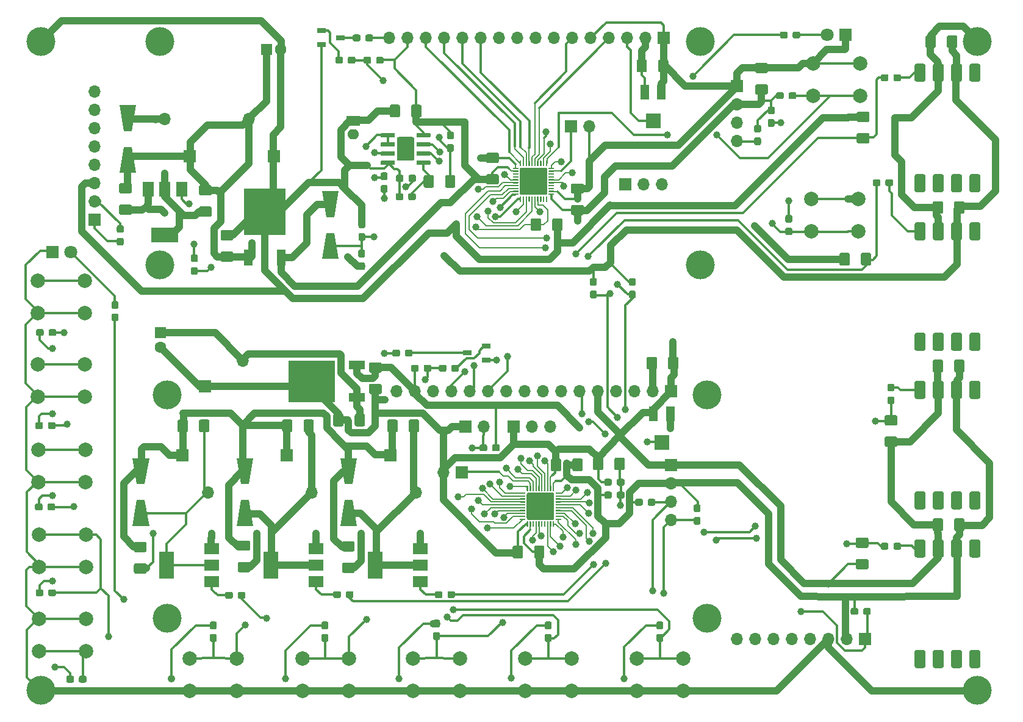
<source format=gbr>
G04 #@! TF.GenerationSoftware,KiCad,Pcbnew,(5.1.5-0-10_14)*
G04 #@! TF.CreationDate,2020-05-11T17:30:39+02:00*
G04 #@! TF.ProjectId,Main_Board_v1_1_smd,4d61696e-5f42-46f6-9172-645f76315f31,rev?*
G04 #@! TF.SameCoordinates,Original*
G04 #@! TF.FileFunction,Copper,L1,Top*
G04 #@! TF.FilePolarity,Positive*
%FSLAX46Y46*%
G04 Gerber Fmt 4.6, Leading zero omitted, Abs format (unit mm)*
G04 Created by KiCad (PCBNEW (5.1.5-0-10_14)) date 2020-05-11 17:30:39*
%MOMM*%
%LPD*%
G04 APERTURE LIST*
%ADD10C,4.000000*%
%ADD11O,1.700000X1.700000*%
%ADD12R,1.700000X1.700000*%
%ADD13C,0.100000*%
%ADD14C,2.000000*%
%ADD15R,6.400000X5.800000*%
%ADD16R,2.200000X1.200000*%
%ADD17R,2.000000X1.500000*%
%ADD18R,2.000000X3.800000*%
%ADD19R,1.220000X0.650000*%
%ADD20C,1.800000*%
%ADD21R,1.800000X1.800000*%
%ADD22R,1.300000X2.000000*%
%ADD23R,2.000000X2.000000*%
%ADD24R,1.500000X2.000000*%
%ADD25R,3.800000X2.000000*%
%ADD26R,5.800000X6.400000*%
%ADD27R,1.200000X2.200000*%
%ADD28R,1.900000X1.400000*%
%ADD29O,1.600000X1.400000*%
%ADD30C,1.600000*%
%ADD31R,1.600000X1.600000*%
%ADD32C,1.000000*%
%ADD33C,1.000000*%
%ADD34C,0.350000*%
%ADD35C,0.200000*%
G04 APERTURE END LIST*
D10*
X48857854Y-85869383D03*
X48857854Y-116869383D03*
X123857854Y-116869383D03*
X123857854Y-85869383D03*
D11*
X80757854Y-85369383D03*
X83297854Y-85369383D03*
X85837854Y-85369383D03*
X88377854Y-85369383D03*
X90917854Y-85369383D03*
X93457854Y-85369383D03*
X95997854Y-85369383D03*
X98537854Y-85369383D03*
X101077854Y-85369383D03*
X103617854Y-85369383D03*
X106157854Y-85369383D03*
X108697854Y-85369383D03*
X111237854Y-85369383D03*
X113777854Y-85369383D03*
X116317854Y-85369383D03*
D12*
X118857854Y-85369383D03*
G04 #@! TA.AperFunction,SMDPad,CuDef*
D13*
G36*
X102562755Y-103419624D02*
G01*
X102567609Y-103420344D01*
X102572368Y-103421536D01*
X102576988Y-103423189D01*
X102581424Y-103425287D01*
X102585633Y-103427810D01*
X102589574Y-103430732D01*
X102593209Y-103434028D01*
X102596505Y-103437663D01*
X102599427Y-103441604D01*
X102601950Y-103445813D01*
X102604048Y-103450249D01*
X102605701Y-103454869D01*
X102606893Y-103459628D01*
X102607613Y-103464482D01*
X102607854Y-103469383D01*
X102607854Y-104119383D01*
X102607613Y-104124284D01*
X102606893Y-104129138D01*
X102605701Y-104133897D01*
X102604048Y-104138517D01*
X102601950Y-104142953D01*
X102599427Y-104147162D01*
X102596505Y-104151103D01*
X102593209Y-104154738D01*
X102589574Y-104158034D01*
X102585633Y-104160956D01*
X102581424Y-104163479D01*
X102576988Y-104165577D01*
X102572368Y-104167230D01*
X102567609Y-104168422D01*
X102562755Y-104169142D01*
X102557854Y-104169383D01*
X102457854Y-104169383D01*
X102452953Y-104169142D01*
X102448099Y-104168422D01*
X102443340Y-104167230D01*
X102438720Y-104165577D01*
X102434284Y-104163479D01*
X102430075Y-104160956D01*
X102426134Y-104158034D01*
X102422499Y-104154738D01*
X102419203Y-104151103D01*
X102416281Y-104147162D01*
X102413758Y-104142953D01*
X102411660Y-104138517D01*
X102410007Y-104133897D01*
X102408815Y-104129138D01*
X102408095Y-104124284D01*
X102407854Y-104119383D01*
X102407854Y-103469383D01*
X102408095Y-103464482D01*
X102408815Y-103459628D01*
X102410007Y-103454869D01*
X102411660Y-103450249D01*
X102413758Y-103445813D01*
X102416281Y-103441604D01*
X102419203Y-103437663D01*
X102422499Y-103434028D01*
X102426134Y-103430732D01*
X102430075Y-103427810D01*
X102434284Y-103425287D01*
X102438720Y-103423189D01*
X102443340Y-103421536D01*
X102448099Y-103420344D01*
X102452953Y-103419624D01*
X102457854Y-103419383D01*
X102557854Y-103419383D01*
X102562755Y-103419624D01*
G37*
G04 #@! TD.AperFunction*
G04 #@! TA.AperFunction,SMDPad,CuDef*
G36*
X102162755Y-103419624D02*
G01*
X102167609Y-103420344D01*
X102172368Y-103421536D01*
X102176988Y-103423189D01*
X102181424Y-103425287D01*
X102185633Y-103427810D01*
X102189574Y-103430732D01*
X102193209Y-103434028D01*
X102196505Y-103437663D01*
X102199427Y-103441604D01*
X102201950Y-103445813D01*
X102204048Y-103450249D01*
X102205701Y-103454869D01*
X102206893Y-103459628D01*
X102207613Y-103464482D01*
X102207854Y-103469383D01*
X102207854Y-104119383D01*
X102207613Y-104124284D01*
X102206893Y-104129138D01*
X102205701Y-104133897D01*
X102204048Y-104138517D01*
X102201950Y-104142953D01*
X102199427Y-104147162D01*
X102196505Y-104151103D01*
X102193209Y-104154738D01*
X102189574Y-104158034D01*
X102185633Y-104160956D01*
X102181424Y-104163479D01*
X102176988Y-104165577D01*
X102172368Y-104167230D01*
X102167609Y-104168422D01*
X102162755Y-104169142D01*
X102157854Y-104169383D01*
X102057854Y-104169383D01*
X102052953Y-104169142D01*
X102048099Y-104168422D01*
X102043340Y-104167230D01*
X102038720Y-104165577D01*
X102034284Y-104163479D01*
X102030075Y-104160956D01*
X102026134Y-104158034D01*
X102022499Y-104154738D01*
X102019203Y-104151103D01*
X102016281Y-104147162D01*
X102013758Y-104142953D01*
X102011660Y-104138517D01*
X102010007Y-104133897D01*
X102008815Y-104129138D01*
X102008095Y-104124284D01*
X102007854Y-104119383D01*
X102007854Y-103469383D01*
X102008095Y-103464482D01*
X102008815Y-103459628D01*
X102010007Y-103454869D01*
X102011660Y-103450249D01*
X102013758Y-103445813D01*
X102016281Y-103441604D01*
X102019203Y-103437663D01*
X102022499Y-103434028D01*
X102026134Y-103430732D01*
X102030075Y-103427810D01*
X102034284Y-103425287D01*
X102038720Y-103423189D01*
X102043340Y-103421536D01*
X102048099Y-103420344D01*
X102052953Y-103419624D01*
X102057854Y-103419383D01*
X102157854Y-103419383D01*
X102162755Y-103419624D01*
G37*
G04 #@! TD.AperFunction*
G04 #@! TA.AperFunction,SMDPad,CuDef*
G36*
X101762755Y-103419624D02*
G01*
X101767609Y-103420344D01*
X101772368Y-103421536D01*
X101776988Y-103423189D01*
X101781424Y-103425287D01*
X101785633Y-103427810D01*
X101789574Y-103430732D01*
X101793209Y-103434028D01*
X101796505Y-103437663D01*
X101799427Y-103441604D01*
X101801950Y-103445813D01*
X101804048Y-103450249D01*
X101805701Y-103454869D01*
X101806893Y-103459628D01*
X101807613Y-103464482D01*
X101807854Y-103469383D01*
X101807854Y-104119383D01*
X101807613Y-104124284D01*
X101806893Y-104129138D01*
X101805701Y-104133897D01*
X101804048Y-104138517D01*
X101801950Y-104142953D01*
X101799427Y-104147162D01*
X101796505Y-104151103D01*
X101793209Y-104154738D01*
X101789574Y-104158034D01*
X101785633Y-104160956D01*
X101781424Y-104163479D01*
X101776988Y-104165577D01*
X101772368Y-104167230D01*
X101767609Y-104168422D01*
X101762755Y-104169142D01*
X101757854Y-104169383D01*
X101657854Y-104169383D01*
X101652953Y-104169142D01*
X101648099Y-104168422D01*
X101643340Y-104167230D01*
X101638720Y-104165577D01*
X101634284Y-104163479D01*
X101630075Y-104160956D01*
X101626134Y-104158034D01*
X101622499Y-104154738D01*
X101619203Y-104151103D01*
X101616281Y-104147162D01*
X101613758Y-104142953D01*
X101611660Y-104138517D01*
X101610007Y-104133897D01*
X101608815Y-104129138D01*
X101608095Y-104124284D01*
X101607854Y-104119383D01*
X101607854Y-103469383D01*
X101608095Y-103464482D01*
X101608815Y-103459628D01*
X101610007Y-103454869D01*
X101611660Y-103450249D01*
X101613758Y-103445813D01*
X101616281Y-103441604D01*
X101619203Y-103437663D01*
X101622499Y-103434028D01*
X101626134Y-103430732D01*
X101630075Y-103427810D01*
X101634284Y-103425287D01*
X101638720Y-103423189D01*
X101643340Y-103421536D01*
X101648099Y-103420344D01*
X101652953Y-103419624D01*
X101657854Y-103419383D01*
X101757854Y-103419383D01*
X101762755Y-103419624D01*
G37*
G04 #@! TD.AperFunction*
G04 #@! TA.AperFunction,SMDPad,CuDef*
G36*
X101362755Y-103419624D02*
G01*
X101367609Y-103420344D01*
X101372368Y-103421536D01*
X101376988Y-103423189D01*
X101381424Y-103425287D01*
X101385633Y-103427810D01*
X101389574Y-103430732D01*
X101393209Y-103434028D01*
X101396505Y-103437663D01*
X101399427Y-103441604D01*
X101401950Y-103445813D01*
X101404048Y-103450249D01*
X101405701Y-103454869D01*
X101406893Y-103459628D01*
X101407613Y-103464482D01*
X101407854Y-103469383D01*
X101407854Y-104119383D01*
X101407613Y-104124284D01*
X101406893Y-104129138D01*
X101405701Y-104133897D01*
X101404048Y-104138517D01*
X101401950Y-104142953D01*
X101399427Y-104147162D01*
X101396505Y-104151103D01*
X101393209Y-104154738D01*
X101389574Y-104158034D01*
X101385633Y-104160956D01*
X101381424Y-104163479D01*
X101376988Y-104165577D01*
X101372368Y-104167230D01*
X101367609Y-104168422D01*
X101362755Y-104169142D01*
X101357854Y-104169383D01*
X101257854Y-104169383D01*
X101252953Y-104169142D01*
X101248099Y-104168422D01*
X101243340Y-104167230D01*
X101238720Y-104165577D01*
X101234284Y-104163479D01*
X101230075Y-104160956D01*
X101226134Y-104158034D01*
X101222499Y-104154738D01*
X101219203Y-104151103D01*
X101216281Y-104147162D01*
X101213758Y-104142953D01*
X101211660Y-104138517D01*
X101210007Y-104133897D01*
X101208815Y-104129138D01*
X101208095Y-104124284D01*
X101207854Y-104119383D01*
X101207854Y-103469383D01*
X101208095Y-103464482D01*
X101208815Y-103459628D01*
X101210007Y-103454869D01*
X101211660Y-103450249D01*
X101213758Y-103445813D01*
X101216281Y-103441604D01*
X101219203Y-103437663D01*
X101222499Y-103434028D01*
X101226134Y-103430732D01*
X101230075Y-103427810D01*
X101234284Y-103425287D01*
X101238720Y-103423189D01*
X101243340Y-103421536D01*
X101248099Y-103420344D01*
X101252953Y-103419624D01*
X101257854Y-103419383D01*
X101357854Y-103419383D01*
X101362755Y-103419624D01*
G37*
G04 #@! TD.AperFunction*
G04 #@! TA.AperFunction,SMDPad,CuDef*
G36*
X100962755Y-103419624D02*
G01*
X100967609Y-103420344D01*
X100972368Y-103421536D01*
X100976988Y-103423189D01*
X100981424Y-103425287D01*
X100985633Y-103427810D01*
X100989574Y-103430732D01*
X100993209Y-103434028D01*
X100996505Y-103437663D01*
X100999427Y-103441604D01*
X101001950Y-103445813D01*
X101004048Y-103450249D01*
X101005701Y-103454869D01*
X101006893Y-103459628D01*
X101007613Y-103464482D01*
X101007854Y-103469383D01*
X101007854Y-104119383D01*
X101007613Y-104124284D01*
X101006893Y-104129138D01*
X101005701Y-104133897D01*
X101004048Y-104138517D01*
X101001950Y-104142953D01*
X100999427Y-104147162D01*
X100996505Y-104151103D01*
X100993209Y-104154738D01*
X100989574Y-104158034D01*
X100985633Y-104160956D01*
X100981424Y-104163479D01*
X100976988Y-104165577D01*
X100972368Y-104167230D01*
X100967609Y-104168422D01*
X100962755Y-104169142D01*
X100957854Y-104169383D01*
X100857854Y-104169383D01*
X100852953Y-104169142D01*
X100848099Y-104168422D01*
X100843340Y-104167230D01*
X100838720Y-104165577D01*
X100834284Y-104163479D01*
X100830075Y-104160956D01*
X100826134Y-104158034D01*
X100822499Y-104154738D01*
X100819203Y-104151103D01*
X100816281Y-104147162D01*
X100813758Y-104142953D01*
X100811660Y-104138517D01*
X100810007Y-104133897D01*
X100808815Y-104129138D01*
X100808095Y-104124284D01*
X100807854Y-104119383D01*
X100807854Y-103469383D01*
X100808095Y-103464482D01*
X100808815Y-103459628D01*
X100810007Y-103454869D01*
X100811660Y-103450249D01*
X100813758Y-103445813D01*
X100816281Y-103441604D01*
X100819203Y-103437663D01*
X100822499Y-103434028D01*
X100826134Y-103430732D01*
X100830075Y-103427810D01*
X100834284Y-103425287D01*
X100838720Y-103423189D01*
X100843340Y-103421536D01*
X100848099Y-103420344D01*
X100852953Y-103419624D01*
X100857854Y-103419383D01*
X100957854Y-103419383D01*
X100962755Y-103419624D01*
G37*
G04 #@! TD.AperFunction*
G04 #@! TA.AperFunction,SMDPad,CuDef*
G36*
X100562755Y-103419624D02*
G01*
X100567609Y-103420344D01*
X100572368Y-103421536D01*
X100576988Y-103423189D01*
X100581424Y-103425287D01*
X100585633Y-103427810D01*
X100589574Y-103430732D01*
X100593209Y-103434028D01*
X100596505Y-103437663D01*
X100599427Y-103441604D01*
X100601950Y-103445813D01*
X100604048Y-103450249D01*
X100605701Y-103454869D01*
X100606893Y-103459628D01*
X100607613Y-103464482D01*
X100607854Y-103469383D01*
X100607854Y-104119383D01*
X100607613Y-104124284D01*
X100606893Y-104129138D01*
X100605701Y-104133897D01*
X100604048Y-104138517D01*
X100601950Y-104142953D01*
X100599427Y-104147162D01*
X100596505Y-104151103D01*
X100593209Y-104154738D01*
X100589574Y-104158034D01*
X100585633Y-104160956D01*
X100581424Y-104163479D01*
X100576988Y-104165577D01*
X100572368Y-104167230D01*
X100567609Y-104168422D01*
X100562755Y-104169142D01*
X100557854Y-104169383D01*
X100457854Y-104169383D01*
X100452953Y-104169142D01*
X100448099Y-104168422D01*
X100443340Y-104167230D01*
X100438720Y-104165577D01*
X100434284Y-104163479D01*
X100430075Y-104160956D01*
X100426134Y-104158034D01*
X100422499Y-104154738D01*
X100419203Y-104151103D01*
X100416281Y-104147162D01*
X100413758Y-104142953D01*
X100411660Y-104138517D01*
X100410007Y-104133897D01*
X100408815Y-104129138D01*
X100408095Y-104124284D01*
X100407854Y-104119383D01*
X100407854Y-103469383D01*
X100408095Y-103464482D01*
X100408815Y-103459628D01*
X100410007Y-103454869D01*
X100411660Y-103450249D01*
X100413758Y-103445813D01*
X100416281Y-103441604D01*
X100419203Y-103437663D01*
X100422499Y-103434028D01*
X100426134Y-103430732D01*
X100430075Y-103427810D01*
X100434284Y-103425287D01*
X100438720Y-103423189D01*
X100443340Y-103421536D01*
X100448099Y-103420344D01*
X100452953Y-103419624D01*
X100457854Y-103419383D01*
X100557854Y-103419383D01*
X100562755Y-103419624D01*
G37*
G04 #@! TD.AperFunction*
G04 #@! TA.AperFunction,SMDPad,CuDef*
G36*
X100162755Y-103419624D02*
G01*
X100167609Y-103420344D01*
X100172368Y-103421536D01*
X100176988Y-103423189D01*
X100181424Y-103425287D01*
X100185633Y-103427810D01*
X100189574Y-103430732D01*
X100193209Y-103434028D01*
X100196505Y-103437663D01*
X100199427Y-103441604D01*
X100201950Y-103445813D01*
X100204048Y-103450249D01*
X100205701Y-103454869D01*
X100206893Y-103459628D01*
X100207613Y-103464482D01*
X100207854Y-103469383D01*
X100207854Y-104119383D01*
X100207613Y-104124284D01*
X100206893Y-104129138D01*
X100205701Y-104133897D01*
X100204048Y-104138517D01*
X100201950Y-104142953D01*
X100199427Y-104147162D01*
X100196505Y-104151103D01*
X100193209Y-104154738D01*
X100189574Y-104158034D01*
X100185633Y-104160956D01*
X100181424Y-104163479D01*
X100176988Y-104165577D01*
X100172368Y-104167230D01*
X100167609Y-104168422D01*
X100162755Y-104169142D01*
X100157854Y-104169383D01*
X100057854Y-104169383D01*
X100052953Y-104169142D01*
X100048099Y-104168422D01*
X100043340Y-104167230D01*
X100038720Y-104165577D01*
X100034284Y-104163479D01*
X100030075Y-104160956D01*
X100026134Y-104158034D01*
X100022499Y-104154738D01*
X100019203Y-104151103D01*
X100016281Y-104147162D01*
X100013758Y-104142953D01*
X100011660Y-104138517D01*
X100010007Y-104133897D01*
X100008815Y-104129138D01*
X100008095Y-104124284D01*
X100007854Y-104119383D01*
X100007854Y-103469383D01*
X100008095Y-103464482D01*
X100008815Y-103459628D01*
X100010007Y-103454869D01*
X100011660Y-103450249D01*
X100013758Y-103445813D01*
X100016281Y-103441604D01*
X100019203Y-103437663D01*
X100022499Y-103434028D01*
X100026134Y-103430732D01*
X100030075Y-103427810D01*
X100034284Y-103425287D01*
X100038720Y-103423189D01*
X100043340Y-103421536D01*
X100048099Y-103420344D01*
X100052953Y-103419624D01*
X100057854Y-103419383D01*
X100157854Y-103419383D01*
X100162755Y-103419624D01*
G37*
G04 #@! TD.AperFunction*
G04 #@! TA.AperFunction,SMDPad,CuDef*
G36*
X99762755Y-103419624D02*
G01*
X99767609Y-103420344D01*
X99772368Y-103421536D01*
X99776988Y-103423189D01*
X99781424Y-103425287D01*
X99785633Y-103427810D01*
X99789574Y-103430732D01*
X99793209Y-103434028D01*
X99796505Y-103437663D01*
X99799427Y-103441604D01*
X99801950Y-103445813D01*
X99804048Y-103450249D01*
X99805701Y-103454869D01*
X99806893Y-103459628D01*
X99807613Y-103464482D01*
X99807854Y-103469383D01*
X99807854Y-104119383D01*
X99807613Y-104124284D01*
X99806893Y-104129138D01*
X99805701Y-104133897D01*
X99804048Y-104138517D01*
X99801950Y-104142953D01*
X99799427Y-104147162D01*
X99796505Y-104151103D01*
X99793209Y-104154738D01*
X99789574Y-104158034D01*
X99785633Y-104160956D01*
X99781424Y-104163479D01*
X99776988Y-104165577D01*
X99772368Y-104167230D01*
X99767609Y-104168422D01*
X99762755Y-104169142D01*
X99757854Y-104169383D01*
X99657854Y-104169383D01*
X99652953Y-104169142D01*
X99648099Y-104168422D01*
X99643340Y-104167230D01*
X99638720Y-104165577D01*
X99634284Y-104163479D01*
X99630075Y-104160956D01*
X99626134Y-104158034D01*
X99622499Y-104154738D01*
X99619203Y-104151103D01*
X99616281Y-104147162D01*
X99613758Y-104142953D01*
X99611660Y-104138517D01*
X99610007Y-104133897D01*
X99608815Y-104129138D01*
X99608095Y-104124284D01*
X99607854Y-104119383D01*
X99607854Y-103469383D01*
X99608095Y-103464482D01*
X99608815Y-103459628D01*
X99610007Y-103454869D01*
X99611660Y-103450249D01*
X99613758Y-103445813D01*
X99616281Y-103441604D01*
X99619203Y-103437663D01*
X99622499Y-103434028D01*
X99626134Y-103430732D01*
X99630075Y-103427810D01*
X99634284Y-103425287D01*
X99638720Y-103423189D01*
X99643340Y-103421536D01*
X99648099Y-103420344D01*
X99652953Y-103419624D01*
X99657854Y-103419383D01*
X99757854Y-103419383D01*
X99762755Y-103419624D01*
G37*
G04 #@! TD.AperFunction*
G04 #@! TA.AperFunction,SMDPad,CuDef*
G36*
X99362755Y-103419624D02*
G01*
X99367609Y-103420344D01*
X99372368Y-103421536D01*
X99376988Y-103423189D01*
X99381424Y-103425287D01*
X99385633Y-103427810D01*
X99389574Y-103430732D01*
X99393209Y-103434028D01*
X99396505Y-103437663D01*
X99399427Y-103441604D01*
X99401950Y-103445813D01*
X99404048Y-103450249D01*
X99405701Y-103454869D01*
X99406893Y-103459628D01*
X99407613Y-103464482D01*
X99407854Y-103469383D01*
X99407854Y-104119383D01*
X99407613Y-104124284D01*
X99406893Y-104129138D01*
X99405701Y-104133897D01*
X99404048Y-104138517D01*
X99401950Y-104142953D01*
X99399427Y-104147162D01*
X99396505Y-104151103D01*
X99393209Y-104154738D01*
X99389574Y-104158034D01*
X99385633Y-104160956D01*
X99381424Y-104163479D01*
X99376988Y-104165577D01*
X99372368Y-104167230D01*
X99367609Y-104168422D01*
X99362755Y-104169142D01*
X99357854Y-104169383D01*
X99257854Y-104169383D01*
X99252953Y-104169142D01*
X99248099Y-104168422D01*
X99243340Y-104167230D01*
X99238720Y-104165577D01*
X99234284Y-104163479D01*
X99230075Y-104160956D01*
X99226134Y-104158034D01*
X99222499Y-104154738D01*
X99219203Y-104151103D01*
X99216281Y-104147162D01*
X99213758Y-104142953D01*
X99211660Y-104138517D01*
X99210007Y-104133897D01*
X99208815Y-104129138D01*
X99208095Y-104124284D01*
X99207854Y-104119383D01*
X99207854Y-103469383D01*
X99208095Y-103464482D01*
X99208815Y-103459628D01*
X99210007Y-103454869D01*
X99211660Y-103450249D01*
X99213758Y-103445813D01*
X99216281Y-103441604D01*
X99219203Y-103437663D01*
X99222499Y-103434028D01*
X99226134Y-103430732D01*
X99230075Y-103427810D01*
X99234284Y-103425287D01*
X99238720Y-103423189D01*
X99243340Y-103421536D01*
X99248099Y-103420344D01*
X99252953Y-103419624D01*
X99257854Y-103419383D01*
X99357854Y-103419383D01*
X99362755Y-103419624D01*
G37*
G04 #@! TD.AperFunction*
G04 #@! TA.AperFunction,SMDPad,CuDef*
G36*
X98962755Y-103419624D02*
G01*
X98967609Y-103420344D01*
X98972368Y-103421536D01*
X98976988Y-103423189D01*
X98981424Y-103425287D01*
X98985633Y-103427810D01*
X98989574Y-103430732D01*
X98993209Y-103434028D01*
X98996505Y-103437663D01*
X98999427Y-103441604D01*
X99001950Y-103445813D01*
X99004048Y-103450249D01*
X99005701Y-103454869D01*
X99006893Y-103459628D01*
X99007613Y-103464482D01*
X99007854Y-103469383D01*
X99007854Y-104119383D01*
X99007613Y-104124284D01*
X99006893Y-104129138D01*
X99005701Y-104133897D01*
X99004048Y-104138517D01*
X99001950Y-104142953D01*
X98999427Y-104147162D01*
X98996505Y-104151103D01*
X98993209Y-104154738D01*
X98989574Y-104158034D01*
X98985633Y-104160956D01*
X98981424Y-104163479D01*
X98976988Y-104165577D01*
X98972368Y-104167230D01*
X98967609Y-104168422D01*
X98962755Y-104169142D01*
X98957854Y-104169383D01*
X98857854Y-104169383D01*
X98852953Y-104169142D01*
X98848099Y-104168422D01*
X98843340Y-104167230D01*
X98838720Y-104165577D01*
X98834284Y-104163479D01*
X98830075Y-104160956D01*
X98826134Y-104158034D01*
X98822499Y-104154738D01*
X98819203Y-104151103D01*
X98816281Y-104147162D01*
X98813758Y-104142953D01*
X98811660Y-104138517D01*
X98810007Y-104133897D01*
X98808815Y-104129138D01*
X98808095Y-104124284D01*
X98807854Y-104119383D01*
X98807854Y-103469383D01*
X98808095Y-103464482D01*
X98808815Y-103459628D01*
X98810007Y-103454869D01*
X98811660Y-103450249D01*
X98813758Y-103445813D01*
X98816281Y-103441604D01*
X98819203Y-103437663D01*
X98822499Y-103434028D01*
X98826134Y-103430732D01*
X98830075Y-103427810D01*
X98834284Y-103425287D01*
X98838720Y-103423189D01*
X98843340Y-103421536D01*
X98848099Y-103420344D01*
X98852953Y-103419624D01*
X98857854Y-103419383D01*
X98957854Y-103419383D01*
X98962755Y-103419624D01*
G37*
G04 #@! TD.AperFunction*
G04 #@! TA.AperFunction,SMDPad,CuDef*
G36*
X98562755Y-103019624D02*
G01*
X98567609Y-103020344D01*
X98572368Y-103021536D01*
X98576988Y-103023189D01*
X98581424Y-103025287D01*
X98585633Y-103027810D01*
X98589574Y-103030732D01*
X98593209Y-103034028D01*
X98596505Y-103037663D01*
X98599427Y-103041604D01*
X98601950Y-103045813D01*
X98604048Y-103050249D01*
X98605701Y-103054869D01*
X98606893Y-103059628D01*
X98607613Y-103064482D01*
X98607854Y-103069383D01*
X98607854Y-103169383D01*
X98607613Y-103174284D01*
X98606893Y-103179138D01*
X98605701Y-103183897D01*
X98604048Y-103188517D01*
X98601950Y-103192953D01*
X98599427Y-103197162D01*
X98596505Y-103201103D01*
X98593209Y-103204738D01*
X98589574Y-103208034D01*
X98585633Y-103210956D01*
X98581424Y-103213479D01*
X98576988Y-103215577D01*
X98572368Y-103217230D01*
X98567609Y-103218422D01*
X98562755Y-103219142D01*
X98557854Y-103219383D01*
X97907854Y-103219383D01*
X97902953Y-103219142D01*
X97898099Y-103218422D01*
X97893340Y-103217230D01*
X97888720Y-103215577D01*
X97884284Y-103213479D01*
X97880075Y-103210956D01*
X97876134Y-103208034D01*
X97872499Y-103204738D01*
X97869203Y-103201103D01*
X97866281Y-103197162D01*
X97863758Y-103192953D01*
X97861660Y-103188517D01*
X97860007Y-103183897D01*
X97858815Y-103179138D01*
X97858095Y-103174284D01*
X97857854Y-103169383D01*
X97857854Y-103069383D01*
X97858095Y-103064482D01*
X97858815Y-103059628D01*
X97860007Y-103054869D01*
X97861660Y-103050249D01*
X97863758Y-103045813D01*
X97866281Y-103041604D01*
X97869203Y-103037663D01*
X97872499Y-103034028D01*
X97876134Y-103030732D01*
X97880075Y-103027810D01*
X97884284Y-103025287D01*
X97888720Y-103023189D01*
X97893340Y-103021536D01*
X97898099Y-103020344D01*
X97902953Y-103019624D01*
X97907854Y-103019383D01*
X98557854Y-103019383D01*
X98562755Y-103019624D01*
G37*
G04 #@! TD.AperFunction*
G04 #@! TA.AperFunction,SMDPad,CuDef*
G36*
X98562755Y-102619624D02*
G01*
X98567609Y-102620344D01*
X98572368Y-102621536D01*
X98576988Y-102623189D01*
X98581424Y-102625287D01*
X98585633Y-102627810D01*
X98589574Y-102630732D01*
X98593209Y-102634028D01*
X98596505Y-102637663D01*
X98599427Y-102641604D01*
X98601950Y-102645813D01*
X98604048Y-102650249D01*
X98605701Y-102654869D01*
X98606893Y-102659628D01*
X98607613Y-102664482D01*
X98607854Y-102669383D01*
X98607854Y-102769383D01*
X98607613Y-102774284D01*
X98606893Y-102779138D01*
X98605701Y-102783897D01*
X98604048Y-102788517D01*
X98601950Y-102792953D01*
X98599427Y-102797162D01*
X98596505Y-102801103D01*
X98593209Y-102804738D01*
X98589574Y-102808034D01*
X98585633Y-102810956D01*
X98581424Y-102813479D01*
X98576988Y-102815577D01*
X98572368Y-102817230D01*
X98567609Y-102818422D01*
X98562755Y-102819142D01*
X98557854Y-102819383D01*
X97907854Y-102819383D01*
X97902953Y-102819142D01*
X97898099Y-102818422D01*
X97893340Y-102817230D01*
X97888720Y-102815577D01*
X97884284Y-102813479D01*
X97880075Y-102810956D01*
X97876134Y-102808034D01*
X97872499Y-102804738D01*
X97869203Y-102801103D01*
X97866281Y-102797162D01*
X97863758Y-102792953D01*
X97861660Y-102788517D01*
X97860007Y-102783897D01*
X97858815Y-102779138D01*
X97858095Y-102774284D01*
X97857854Y-102769383D01*
X97857854Y-102669383D01*
X97858095Y-102664482D01*
X97858815Y-102659628D01*
X97860007Y-102654869D01*
X97861660Y-102650249D01*
X97863758Y-102645813D01*
X97866281Y-102641604D01*
X97869203Y-102637663D01*
X97872499Y-102634028D01*
X97876134Y-102630732D01*
X97880075Y-102627810D01*
X97884284Y-102625287D01*
X97888720Y-102623189D01*
X97893340Y-102621536D01*
X97898099Y-102620344D01*
X97902953Y-102619624D01*
X97907854Y-102619383D01*
X98557854Y-102619383D01*
X98562755Y-102619624D01*
G37*
G04 #@! TD.AperFunction*
G04 #@! TA.AperFunction,SMDPad,CuDef*
G36*
X98562755Y-102219624D02*
G01*
X98567609Y-102220344D01*
X98572368Y-102221536D01*
X98576988Y-102223189D01*
X98581424Y-102225287D01*
X98585633Y-102227810D01*
X98589574Y-102230732D01*
X98593209Y-102234028D01*
X98596505Y-102237663D01*
X98599427Y-102241604D01*
X98601950Y-102245813D01*
X98604048Y-102250249D01*
X98605701Y-102254869D01*
X98606893Y-102259628D01*
X98607613Y-102264482D01*
X98607854Y-102269383D01*
X98607854Y-102369383D01*
X98607613Y-102374284D01*
X98606893Y-102379138D01*
X98605701Y-102383897D01*
X98604048Y-102388517D01*
X98601950Y-102392953D01*
X98599427Y-102397162D01*
X98596505Y-102401103D01*
X98593209Y-102404738D01*
X98589574Y-102408034D01*
X98585633Y-102410956D01*
X98581424Y-102413479D01*
X98576988Y-102415577D01*
X98572368Y-102417230D01*
X98567609Y-102418422D01*
X98562755Y-102419142D01*
X98557854Y-102419383D01*
X97907854Y-102419383D01*
X97902953Y-102419142D01*
X97898099Y-102418422D01*
X97893340Y-102417230D01*
X97888720Y-102415577D01*
X97884284Y-102413479D01*
X97880075Y-102410956D01*
X97876134Y-102408034D01*
X97872499Y-102404738D01*
X97869203Y-102401103D01*
X97866281Y-102397162D01*
X97863758Y-102392953D01*
X97861660Y-102388517D01*
X97860007Y-102383897D01*
X97858815Y-102379138D01*
X97858095Y-102374284D01*
X97857854Y-102369383D01*
X97857854Y-102269383D01*
X97858095Y-102264482D01*
X97858815Y-102259628D01*
X97860007Y-102254869D01*
X97861660Y-102250249D01*
X97863758Y-102245813D01*
X97866281Y-102241604D01*
X97869203Y-102237663D01*
X97872499Y-102234028D01*
X97876134Y-102230732D01*
X97880075Y-102227810D01*
X97884284Y-102225287D01*
X97888720Y-102223189D01*
X97893340Y-102221536D01*
X97898099Y-102220344D01*
X97902953Y-102219624D01*
X97907854Y-102219383D01*
X98557854Y-102219383D01*
X98562755Y-102219624D01*
G37*
G04 #@! TD.AperFunction*
G04 #@! TA.AperFunction,SMDPad,CuDef*
G36*
X98562755Y-101819624D02*
G01*
X98567609Y-101820344D01*
X98572368Y-101821536D01*
X98576988Y-101823189D01*
X98581424Y-101825287D01*
X98585633Y-101827810D01*
X98589574Y-101830732D01*
X98593209Y-101834028D01*
X98596505Y-101837663D01*
X98599427Y-101841604D01*
X98601950Y-101845813D01*
X98604048Y-101850249D01*
X98605701Y-101854869D01*
X98606893Y-101859628D01*
X98607613Y-101864482D01*
X98607854Y-101869383D01*
X98607854Y-101969383D01*
X98607613Y-101974284D01*
X98606893Y-101979138D01*
X98605701Y-101983897D01*
X98604048Y-101988517D01*
X98601950Y-101992953D01*
X98599427Y-101997162D01*
X98596505Y-102001103D01*
X98593209Y-102004738D01*
X98589574Y-102008034D01*
X98585633Y-102010956D01*
X98581424Y-102013479D01*
X98576988Y-102015577D01*
X98572368Y-102017230D01*
X98567609Y-102018422D01*
X98562755Y-102019142D01*
X98557854Y-102019383D01*
X97907854Y-102019383D01*
X97902953Y-102019142D01*
X97898099Y-102018422D01*
X97893340Y-102017230D01*
X97888720Y-102015577D01*
X97884284Y-102013479D01*
X97880075Y-102010956D01*
X97876134Y-102008034D01*
X97872499Y-102004738D01*
X97869203Y-102001103D01*
X97866281Y-101997162D01*
X97863758Y-101992953D01*
X97861660Y-101988517D01*
X97860007Y-101983897D01*
X97858815Y-101979138D01*
X97858095Y-101974284D01*
X97857854Y-101969383D01*
X97857854Y-101869383D01*
X97858095Y-101864482D01*
X97858815Y-101859628D01*
X97860007Y-101854869D01*
X97861660Y-101850249D01*
X97863758Y-101845813D01*
X97866281Y-101841604D01*
X97869203Y-101837663D01*
X97872499Y-101834028D01*
X97876134Y-101830732D01*
X97880075Y-101827810D01*
X97884284Y-101825287D01*
X97888720Y-101823189D01*
X97893340Y-101821536D01*
X97898099Y-101820344D01*
X97902953Y-101819624D01*
X97907854Y-101819383D01*
X98557854Y-101819383D01*
X98562755Y-101819624D01*
G37*
G04 #@! TD.AperFunction*
G04 #@! TA.AperFunction,SMDPad,CuDef*
G36*
X98562755Y-101419624D02*
G01*
X98567609Y-101420344D01*
X98572368Y-101421536D01*
X98576988Y-101423189D01*
X98581424Y-101425287D01*
X98585633Y-101427810D01*
X98589574Y-101430732D01*
X98593209Y-101434028D01*
X98596505Y-101437663D01*
X98599427Y-101441604D01*
X98601950Y-101445813D01*
X98604048Y-101450249D01*
X98605701Y-101454869D01*
X98606893Y-101459628D01*
X98607613Y-101464482D01*
X98607854Y-101469383D01*
X98607854Y-101569383D01*
X98607613Y-101574284D01*
X98606893Y-101579138D01*
X98605701Y-101583897D01*
X98604048Y-101588517D01*
X98601950Y-101592953D01*
X98599427Y-101597162D01*
X98596505Y-101601103D01*
X98593209Y-101604738D01*
X98589574Y-101608034D01*
X98585633Y-101610956D01*
X98581424Y-101613479D01*
X98576988Y-101615577D01*
X98572368Y-101617230D01*
X98567609Y-101618422D01*
X98562755Y-101619142D01*
X98557854Y-101619383D01*
X97907854Y-101619383D01*
X97902953Y-101619142D01*
X97898099Y-101618422D01*
X97893340Y-101617230D01*
X97888720Y-101615577D01*
X97884284Y-101613479D01*
X97880075Y-101610956D01*
X97876134Y-101608034D01*
X97872499Y-101604738D01*
X97869203Y-101601103D01*
X97866281Y-101597162D01*
X97863758Y-101592953D01*
X97861660Y-101588517D01*
X97860007Y-101583897D01*
X97858815Y-101579138D01*
X97858095Y-101574284D01*
X97857854Y-101569383D01*
X97857854Y-101469383D01*
X97858095Y-101464482D01*
X97858815Y-101459628D01*
X97860007Y-101454869D01*
X97861660Y-101450249D01*
X97863758Y-101445813D01*
X97866281Y-101441604D01*
X97869203Y-101437663D01*
X97872499Y-101434028D01*
X97876134Y-101430732D01*
X97880075Y-101427810D01*
X97884284Y-101425287D01*
X97888720Y-101423189D01*
X97893340Y-101421536D01*
X97898099Y-101420344D01*
X97902953Y-101419624D01*
X97907854Y-101419383D01*
X98557854Y-101419383D01*
X98562755Y-101419624D01*
G37*
G04 #@! TD.AperFunction*
G04 #@! TA.AperFunction,SMDPad,CuDef*
G36*
X98562755Y-101019624D02*
G01*
X98567609Y-101020344D01*
X98572368Y-101021536D01*
X98576988Y-101023189D01*
X98581424Y-101025287D01*
X98585633Y-101027810D01*
X98589574Y-101030732D01*
X98593209Y-101034028D01*
X98596505Y-101037663D01*
X98599427Y-101041604D01*
X98601950Y-101045813D01*
X98604048Y-101050249D01*
X98605701Y-101054869D01*
X98606893Y-101059628D01*
X98607613Y-101064482D01*
X98607854Y-101069383D01*
X98607854Y-101169383D01*
X98607613Y-101174284D01*
X98606893Y-101179138D01*
X98605701Y-101183897D01*
X98604048Y-101188517D01*
X98601950Y-101192953D01*
X98599427Y-101197162D01*
X98596505Y-101201103D01*
X98593209Y-101204738D01*
X98589574Y-101208034D01*
X98585633Y-101210956D01*
X98581424Y-101213479D01*
X98576988Y-101215577D01*
X98572368Y-101217230D01*
X98567609Y-101218422D01*
X98562755Y-101219142D01*
X98557854Y-101219383D01*
X97907854Y-101219383D01*
X97902953Y-101219142D01*
X97898099Y-101218422D01*
X97893340Y-101217230D01*
X97888720Y-101215577D01*
X97884284Y-101213479D01*
X97880075Y-101210956D01*
X97876134Y-101208034D01*
X97872499Y-101204738D01*
X97869203Y-101201103D01*
X97866281Y-101197162D01*
X97863758Y-101192953D01*
X97861660Y-101188517D01*
X97860007Y-101183897D01*
X97858815Y-101179138D01*
X97858095Y-101174284D01*
X97857854Y-101169383D01*
X97857854Y-101069383D01*
X97858095Y-101064482D01*
X97858815Y-101059628D01*
X97860007Y-101054869D01*
X97861660Y-101050249D01*
X97863758Y-101045813D01*
X97866281Y-101041604D01*
X97869203Y-101037663D01*
X97872499Y-101034028D01*
X97876134Y-101030732D01*
X97880075Y-101027810D01*
X97884284Y-101025287D01*
X97888720Y-101023189D01*
X97893340Y-101021536D01*
X97898099Y-101020344D01*
X97902953Y-101019624D01*
X97907854Y-101019383D01*
X98557854Y-101019383D01*
X98562755Y-101019624D01*
G37*
G04 #@! TD.AperFunction*
G04 #@! TA.AperFunction,SMDPad,CuDef*
G36*
X98562755Y-100619624D02*
G01*
X98567609Y-100620344D01*
X98572368Y-100621536D01*
X98576988Y-100623189D01*
X98581424Y-100625287D01*
X98585633Y-100627810D01*
X98589574Y-100630732D01*
X98593209Y-100634028D01*
X98596505Y-100637663D01*
X98599427Y-100641604D01*
X98601950Y-100645813D01*
X98604048Y-100650249D01*
X98605701Y-100654869D01*
X98606893Y-100659628D01*
X98607613Y-100664482D01*
X98607854Y-100669383D01*
X98607854Y-100769383D01*
X98607613Y-100774284D01*
X98606893Y-100779138D01*
X98605701Y-100783897D01*
X98604048Y-100788517D01*
X98601950Y-100792953D01*
X98599427Y-100797162D01*
X98596505Y-100801103D01*
X98593209Y-100804738D01*
X98589574Y-100808034D01*
X98585633Y-100810956D01*
X98581424Y-100813479D01*
X98576988Y-100815577D01*
X98572368Y-100817230D01*
X98567609Y-100818422D01*
X98562755Y-100819142D01*
X98557854Y-100819383D01*
X97907854Y-100819383D01*
X97902953Y-100819142D01*
X97898099Y-100818422D01*
X97893340Y-100817230D01*
X97888720Y-100815577D01*
X97884284Y-100813479D01*
X97880075Y-100810956D01*
X97876134Y-100808034D01*
X97872499Y-100804738D01*
X97869203Y-100801103D01*
X97866281Y-100797162D01*
X97863758Y-100792953D01*
X97861660Y-100788517D01*
X97860007Y-100783897D01*
X97858815Y-100779138D01*
X97858095Y-100774284D01*
X97857854Y-100769383D01*
X97857854Y-100669383D01*
X97858095Y-100664482D01*
X97858815Y-100659628D01*
X97860007Y-100654869D01*
X97861660Y-100650249D01*
X97863758Y-100645813D01*
X97866281Y-100641604D01*
X97869203Y-100637663D01*
X97872499Y-100634028D01*
X97876134Y-100630732D01*
X97880075Y-100627810D01*
X97884284Y-100625287D01*
X97888720Y-100623189D01*
X97893340Y-100621536D01*
X97898099Y-100620344D01*
X97902953Y-100619624D01*
X97907854Y-100619383D01*
X98557854Y-100619383D01*
X98562755Y-100619624D01*
G37*
G04 #@! TD.AperFunction*
G04 #@! TA.AperFunction,SMDPad,CuDef*
G36*
X98562755Y-100219624D02*
G01*
X98567609Y-100220344D01*
X98572368Y-100221536D01*
X98576988Y-100223189D01*
X98581424Y-100225287D01*
X98585633Y-100227810D01*
X98589574Y-100230732D01*
X98593209Y-100234028D01*
X98596505Y-100237663D01*
X98599427Y-100241604D01*
X98601950Y-100245813D01*
X98604048Y-100250249D01*
X98605701Y-100254869D01*
X98606893Y-100259628D01*
X98607613Y-100264482D01*
X98607854Y-100269383D01*
X98607854Y-100369383D01*
X98607613Y-100374284D01*
X98606893Y-100379138D01*
X98605701Y-100383897D01*
X98604048Y-100388517D01*
X98601950Y-100392953D01*
X98599427Y-100397162D01*
X98596505Y-100401103D01*
X98593209Y-100404738D01*
X98589574Y-100408034D01*
X98585633Y-100410956D01*
X98581424Y-100413479D01*
X98576988Y-100415577D01*
X98572368Y-100417230D01*
X98567609Y-100418422D01*
X98562755Y-100419142D01*
X98557854Y-100419383D01*
X97907854Y-100419383D01*
X97902953Y-100419142D01*
X97898099Y-100418422D01*
X97893340Y-100417230D01*
X97888720Y-100415577D01*
X97884284Y-100413479D01*
X97880075Y-100410956D01*
X97876134Y-100408034D01*
X97872499Y-100404738D01*
X97869203Y-100401103D01*
X97866281Y-100397162D01*
X97863758Y-100392953D01*
X97861660Y-100388517D01*
X97860007Y-100383897D01*
X97858815Y-100379138D01*
X97858095Y-100374284D01*
X97857854Y-100369383D01*
X97857854Y-100269383D01*
X97858095Y-100264482D01*
X97858815Y-100259628D01*
X97860007Y-100254869D01*
X97861660Y-100250249D01*
X97863758Y-100245813D01*
X97866281Y-100241604D01*
X97869203Y-100237663D01*
X97872499Y-100234028D01*
X97876134Y-100230732D01*
X97880075Y-100227810D01*
X97884284Y-100225287D01*
X97888720Y-100223189D01*
X97893340Y-100221536D01*
X97898099Y-100220344D01*
X97902953Y-100219624D01*
X97907854Y-100219383D01*
X98557854Y-100219383D01*
X98562755Y-100219624D01*
G37*
G04 #@! TD.AperFunction*
G04 #@! TA.AperFunction,SMDPad,CuDef*
G36*
X98562755Y-99819624D02*
G01*
X98567609Y-99820344D01*
X98572368Y-99821536D01*
X98576988Y-99823189D01*
X98581424Y-99825287D01*
X98585633Y-99827810D01*
X98589574Y-99830732D01*
X98593209Y-99834028D01*
X98596505Y-99837663D01*
X98599427Y-99841604D01*
X98601950Y-99845813D01*
X98604048Y-99850249D01*
X98605701Y-99854869D01*
X98606893Y-99859628D01*
X98607613Y-99864482D01*
X98607854Y-99869383D01*
X98607854Y-99969383D01*
X98607613Y-99974284D01*
X98606893Y-99979138D01*
X98605701Y-99983897D01*
X98604048Y-99988517D01*
X98601950Y-99992953D01*
X98599427Y-99997162D01*
X98596505Y-100001103D01*
X98593209Y-100004738D01*
X98589574Y-100008034D01*
X98585633Y-100010956D01*
X98581424Y-100013479D01*
X98576988Y-100015577D01*
X98572368Y-100017230D01*
X98567609Y-100018422D01*
X98562755Y-100019142D01*
X98557854Y-100019383D01*
X97907854Y-100019383D01*
X97902953Y-100019142D01*
X97898099Y-100018422D01*
X97893340Y-100017230D01*
X97888720Y-100015577D01*
X97884284Y-100013479D01*
X97880075Y-100010956D01*
X97876134Y-100008034D01*
X97872499Y-100004738D01*
X97869203Y-100001103D01*
X97866281Y-99997162D01*
X97863758Y-99992953D01*
X97861660Y-99988517D01*
X97860007Y-99983897D01*
X97858815Y-99979138D01*
X97858095Y-99974284D01*
X97857854Y-99969383D01*
X97857854Y-99869383D01*
X97858095Y-99864482D01*
X97858815Y-99859628D01*
X97860007Y-99854869D01*
X97861660Y-99850249D01*
X97863758Y-99845813D01*
X97866281Y-99841604D01*
X97869203Y-99837663D01*
X97872499Y-99834028D01*
X97876134Y-99830732D01*
X97880075Y-99827810D01*
X97884284Y-99825287D01*
X97888720Y-99823189D01*
X97893340Y-99821536D01*
X97898099Y-99820344D01*
X97902953Y-99819624D01*
X97907854Y-99819383D01*
X98557854Y-99819383D01*
X98562755Y-99819624D01*
G37*
G04 #@! TD.AperFunction*
G04 #@! TA.AperFunction,SMDPad,CuDef*
G36*
X98562755Y-99419624D02*
G01*
X98567609Y-99420344D01*
X98572368Y-99421536D01*
X98576988Y-99423189D01*
X98581424Y-99425287D01*
X98585633Y-99427810D01*
X98589574Y-99430732D01*
X98593209Y-99434028D01*
X98596505Y-99437663D01*
X98599427Y-99441604D01*
X98601950Y-99445813D01*
X98604048Y-99450249D01*
X98605701Y-99454869D01*
X98606893Y-99459628D01*
X98607613Y-99464482D01*
X98607854Y-99469383D01*
X98607854Y-99569383D01*
X98607613Y-99574284D01*
X98606893Y-99579138D01*
X98605701Y-99583897D01*
X98604048Y-99588517D01*
X98601950Y-99592953D01*
X98599427Y-99597162D01*
X98596505Y-99601103D01*
X98593209Y-99604738D01*
X98589574Y-99608034D01*
X98585633Y-99610956D01*
X98581424Y-99613479D01*
X98576988Y-99615577D01*
X98572368Y-99617230D01*
X98567609Y-99618422D01*
X98562755Y-99619142D01*
X98557854Y-99619383D01*
X97907854Y-99619383D01*
X97902953Y-99619142D01*
X97898099Y-99618422D01*
X97893340Y-99617230D01*
X97888720Y-99615577D01*
X97884284Y-99613479D01*
X97880075Y-99610956D01*
X97876134Y-99608034D01*
X97872499Y-99604738D01*
X97869203Y-99601103D01*
X97866281Y-99597162D01*
X97863758Y-99592953D01*
X97861660Y-99588517D01*
X97860007Y-99583897D01*
X97858815Y-99579138D01*
X97858095Y-99574284D01*
X97857854Y-99569383D01*
X97857854Y-99469383D01*
X97858095Y-99464482D01*
X97858815Y-99459628D01*
X97860007Y-99454869D01*
X97861660Y-99450249D01*
X97863758Y-99445813D01*
X97866281Y-99441604D01*
X97869203Y-99437663D01*
X97872499Y-99434028D01*
X97876134Y-99430732D01*
X97880075Y-99427810D01*
X97884284Y-99425287D01*
X97888720Y-99423189D01*
X97893340Y-99421536D01*
X97898099Y-99420344D01*
X97902953Y-99419624D01*
X97907854Y-99419383D01*
X98557854Y-99419383D01*
X98562755Y-99419624D01*
G37*
G04 #@! TD.AperFunction*
G04 #@! TA.AperFunction,SMDPad,CuDef*
G36*
X98962755Y-98469624D02*
G01*
X98967609Y-98470344D01*
X98972368Y-98471536D01*
X98976988Y-98473189D01*
X98981424Y-98475287D01*
X98985633Y-98477810D01*
X98989574Y-98480732D01*
X98993209Y-98484028D01*
X98996505Y-98487663D01*
X98999427Y-98491604D01*
X99001950Y-98495813D01*
X99004048Y-98500249D01*
X99005701Y-98504869D01*
X99006893Y-98509628D01*
X99007613Y-98514482D01*
X99007854Y-98519383D01*
X99007854Y-99169383D01*
X99007613Y-99174284D01*
X99006893Y-99179138D01*
X99005701Y-99183897D01*
X99004048Y-99188517D01*
X99001950Y-99192953D01*
X98999427Y-99197162D01*
X98996505Y-99201103D01*
X98993209Y-99204738D01*
X98989574Y-99208034D01*
X98985633Y-99210956D01*
X98981424Y-99213479D01*
X98976988Y-99215577D01*
X98972368Y-99217230D01*
X98967609Y-99218422D01*
X98962755Y-99219142D01*
X98957854Y-99219383D01*
X98857854Y-99219383D01*
X98852953Y-99219142D01*
X98848099Y-99218422D01*
X98843340Y-99217230D01*
X98838720Y-99215577D01*
X98834284Y-99213479D01*
X98830075Y-99210956D01*
X98826134Y-99208034D01*
X98822499Y-99204738D01*
X98819203Y-99201103D01*
X98816281Y-99197162D01*
X98813758Y-99192953D01*
X98811660Y-99188517D01*
X98810007Y-99183897D01*
X98808815Y-99179138D01*
X98808095Y-99174284D01*
X98807854Y-99169383D01*
X98807854Y-98519383D01*
X98808095Y-98514482D01*
X98808815Y-98509628D01*
X98810007Y-98504869D01*
X98811660Y-98500249D01*
X98813758Y-98495813D01*
X98816281Y-98491604D01*
X98819203Y-98487663D01*
X98822499Y-98484028D01*
X98826134Y-98480732D01*
X98830075Y-98477810D01*
X98834284Y-98475287D01*
X98838720Y-98473189D01*
X98843340Y-98471536D01*
X98848099Y-98470344D01*
X98852953Y-98469624D01*
X98857854Y-98469383D01*
X98957854Y-98469383D01*
X98962755Y-98469624D01*
G37*
G04 #@! TD.AperFunction*
G04 #@! TA.AperFunction,SMDPad,CuDef*
G36*
X99362755Y-98469624D02*
G01*
X99367609Y-98470344D01*
X99372368Y-98471536D01*
X99376988Y-98473189D01*
X99381424Y-98475287D01*
X99385633Y-98477810D01*
X99389574Y-98480732D01*
X99393209Y-98484028D01*
X99396505Y-98487663D01*
X99399427Y-98491604D01*
X99401950Y-98495813D01*
X99404048Y-98500249D01*
X99405701Y-98504869D01*
X99406893Y-98509628D01*
X99407613Y-98514482D01*
X99407854Y-98519383D01*
X99407854Y-99169383D01*
X99407613Y-99174284D01*
X99406893Y-99179138D01*
X99405701Y-99183897D01*
X99404048Y-99188517D01*
X99401950Y-99192953D01*
X99399427Y-99197162D01*
X99396505Y-99201103D01*
X99393209Y-99204738D01*
X99389574Y-99208034D01*
X99385633Y-99210956D01*
X99381424Y-99213479D01*
X99376988Y-99215577D01*
X99372368Y-99217230D01*
X99367609Y-99218422D01*
X99362755Y-99219142D01*
X99357854Y-99219383D01*
X99257854Y-99219383D01*
X99252953Y-99219142D01*
X99248099Y-99218422D01*
X99243340Y-99217230D01*
X99238720Y-99215577D01*
X99234284Y-99213479D01*
X99230075Y-99210956D01*
X99226134Y-99208034D01*
X99222499Y-99204738D01*
X99219203Y-99201103D01*
X99216281Y-99197162D01*
X99213758Y-99192953D01*
X99211660Y-99188517D01*
X99210007Y-99183897D01*
X99208815Y-99179138D01*
X99208095Y-99174284D01*
X99207854Y-99169383D01*
X99207854Y-98519383D01*
X99208095Y-98514482D01*
X99208815Y-98509628D01*
X99210007Y-98504869D01*
X99211660Y-98500249D01*
X99213758Y-98495813D01*
X99216281Y-98491604D01*
X99219203Y-98487663D01*
X99222499Y-98484028D01*
X99226134Y-98480732D01*
X99230075Y-98477810D01*
X99234284Y-98475287D01*
X99238720Y-98473189D01*
X99243340Y-98471536D01*
X99248099Y-98470344D01*
X99252953Y-98469624D01*
X99257854Y-98469383D01*
X99357854Y-98469383D01*
X99362755Y-98469624D01*
G37*
G04 #@! TD.AperFunction*
G04 #@! TA.AperFunction,SMDPad,CuDef*
G36*
X99762755Y-98469624D02*
G01*
X99767609Y-98470344D01*
X99772368Y-98471536D01*
X99776988Y-98473189D01*
X99781424Y-98475287D01*
X99785633Y-98477810D01*
X99789574Y-98480732D01*
X99793209Y-98484028D01*
X99796505Y-98487663D01*
X99799427Y-98491604D01*
X99801950Y-98495813D01*
X99804048Y-98500249D01*
X99805701Y-98504869D01*
X99806893Y-98509628D01*
X99807613Y-98514482D01*
X99807854Y-98519383D01*
X99807854Y-99169383D01*
X99807613Y-99174284D01*
X99806893Y-99179138D01*
X99805701Y-99183897D01*
X99804048Y-99188517D01*
X99801950Y-99192953D01*
X99799427Y-99197162D01*
X99796505Y-99201103D01*
X99793209Y-99204738D01*
X99789574Y-99208034D01*
X99785633Y-99210956D01*
X99781424Y-99213479D01*
X99776988Y-99215577D01*
X99772368Y-99217230D01*
X99767609Y-99218422D01*
X99762755Y-99219142D01*
X99757854Y-99219383D01*
X99657854Y-99219383D01*
X99652953Y-99219142D01*
X99648099Y-99218422D01*
X99643340Y-99217230D01*
X99638720Y-99215577D01*
X99634284Y-99213479D01*
X99630075Y-99210956D01*
X99626134Y-99208034D01*
X99622499Y-99204738D01*
X99619203Y-99201103D01*
X99616281Y-99197162D01*
X99613758Y-99192953D01*
X99611660Y-99188517D01*
X99610007Y-99183897D01*
X99608815Y-99179138D01*
X99608095Y-99174284D01*
X99607854Y-99169383D01*
X99607854Y-98519383D01*
X99608095Y-98514482D01*
X99608815Y-98509628D01*
X99610007Y-98504869D01*
X99611660Y-98500249D01*
X99613758Y-98495813D01*
X99616281Y-98491604D01*
X99619203Y-98487663D01*
X99622499Y-98484028D01*
X99626134Y-98480732D01*
X99630075Y-98477810D01*
X99634284Y-98475287D01*
X99638720Y-98473189D01*
X99643340Y-98471536D01*
X99648099Y-98470344D01*
X99652953Y-98469624D01*
X99657854Y-98469383D01*
X99757854Y-98469383D01*
X99762755Y-98469624D01*
G37*
G04 #@! TD.AperFunction*
G04 #@! TA.AperFunction,SMDPad,CuDef*
G36*
X100162755Y-98469624D02*
G01*
X100167609Y-98470344D01*
X100172368Y-98471536D01*
X100176988Y-98473189D01*
X100181424Y-98475287D01*
X100185633Y-98477810D01*
X100189574Y-98480732D01*
X100193209Y-98484028D01*
X100196505Y-98487663D01*
X100199427Y-98491604D01*
X100201950Y-98495813D01*
X100204048Y-98500249D01*
X100205701Y-98504869D01*
X100206893Y-98509628D01*
X100207613Y-98514482D01*
X100207854Y-98519383D01*
X100207854Y-99169383D01*
X100207613Y-99174284D01*
X100206893Y-99179138D01*
X100205701Y-99183897D01*
X100204048Y-99188517D01*
X100201950Y-99192953D01*
X100199427Y-99197162D01*
X100196505Y-99201103D01*
X100193209Y-99204738D01*
X100189574Y-99208034D01*
X100185633Y-99210956D01*
X100181424Y-99213479D01*
X100176988Y-99215577D01*
X100172368Y-99217230D01*
X100167609Y-99218422D01*
X100162755Y-99219142D01*
X100157854Y-99219383D01*
X100057854Y-99219383D01*
X100052953Y-99219142D01*
X100048099Y-99218422D01*
X100043340Y-99217230D01*
X100038720Y-99215577D01*
X100034284Y-99213479D01*
X100030075Y-99210956D01*
X100026134Y-99208034D01*
X100022499Y-99204738D01*
X100019203Y-99201103D01*
X100016281Y-99197162D01*
X100013758Y-99192953D01*
X100011660Y-99188517D01*
X100010007Y-99183897D01*
X100008815Y-99179138D01*
X100008095Y-99174284D01*
X100007854Y-99169383D01*
X100007854Y-98519383D01*
X100008095Y-98514482D01*
X100008815Y-98509628D01*
X100010007Y-98504869D01*
X100011660Y-98500249D01*
X100013758Y-98495813D01*
X100016281Y-98491604D01*
X100019203Y-98487663D01*
X100022499Y-98484028D01*
X100026134Y-98480732D01*
X100030075Y-98477810D01*
X100034284Y-98475287D01*
X100038720Y-98473189D01*
X100043340Y-98471536D01*
X100048099Y-98470344D01*
X100052953Y-98469624D01*
X100057854Y-98469383D01*
X100157854Y-98469383D01*
X100162755Y-98469624D01*
G37*
G04 #@! TD.AperFunction*
G04 #@! TA.AperFunction,SMDPad,CuDef*
G36*
X100562755Y-98469624D02*
G01*
X100567609Y-98470344D01*
X100572368Y-98471536D01*
X100576988Y-98473189D01*
X100581424Y-98475287D01*
X100585633Y-98477810D01*
X100589574Y-98480732D01*
X100593209Y-98484028D01*
X100596505Y-98487663D01*
X100599427Y-98491604D01*
X100601950Y-98495813D01*
X100604048Y-98500249D01*
X100605701Y-98504869D01*
X100606893Y-98509628D01*
X100607613Y-98514482D01*
X100607854Y-98519383D01*
X100607854Y-99169383D01*
X100607613Y-99174284D01*
X100606893Y-99179138D01*
X100605701Y-99183897D01*
X100604048Y-99188517D01*
X100601950Y-99192953D01*
X100599427Y-99197162D01*
X100596505Y-99201103D01*
X100593209Y-99204738D01*
X100589574Y-99208034D01*
X100585633Y-99210956D01*
X100581424Y-99213479D01*
X100576988Y-99215577D01*
X100572368Y-99217230D01*
X100567609Y-99218422D01*
X100562755Y-99219142D01*
X100557854Y-99219383D01*
X100457854Y-99219383D01*
X100452953Y-99219142D01*
X100448099Y-99218422D01*
X100443340Y-99217230D01*
X100438720Y-99215577D01*
X100434284Y-99213479D01*
X100430075Y-99210956D01*
X100426134Y-99208034D01*
X100422499Y-99204738D01*
X100419203Y-99201103D01*
X100416281Y-99197162D01*
X100413758Y-99192953D01*
X100411660Y-99188517D01*
X100410007Y-99183897D01*
X100408815Y-99179138D01*
X100408095Y-99174284D01*
X100407854Y-99169383D01*
X100407854Y-98519383D01*
X100408095Y-98514482D01*
X100408815Y-98509628D01*
X100410007Y-98504869D01*
X100411660Y-98500249D01*
X100413758Y-98495813D01*
X100416281Y-98491604D01*
X100419203Y-98487663D01*
X100422499Y-98484028D01*
X100426134Y-98480732D01*
X100430075Y-98477810D01*
X100434284Y-98475287D01*
X100438720Y-98473189D01*
X100443340Y-98471536D01*
X100448099Y-98470344D01*
X100452953Y-98469624D01*
X100457854Y-98469383D01*
X100557854Y-98469383D01*
X100562755Y-98469624D01*
G37*
G04 #@! TD.AperFunction*
G04 #@! TA.AperFunction,SMDPad,CuDef*
G36*
X100962755Y-98469624D02*
G01*
X100967609Y-98470344D01*
X100972368Y-98471536D01*
X100976988Y-98473189D01*
X100981424Y-98475287D01*
X100985633Y-98477810D01*
X100989574Y-98480732D01*
X100993209Y-98484028D01*
X100996505Y-98487663D01*
X100999427Y-98491604D01*
X101001950Y-98495813D01*
X101004048Y-98500249D01*
X101005701Y-98504869D01*
X101006893Y-98509628D01*
X101007613Y-98514482D01*
X101007854Y-98519383D01*
X101007854Y-99169383D01*
X101007613Y-99174284D01*
X101006893Y-99179138D01*
X101005701Y-99183897D01*
X101004048Y-99188517D01*
X101001950Y-99192953D01*
X100999427Y-99197162D01*
X100996505Y-99201103D01*
X100993209Y-99204738D01*
X100989574Y-99208034D01*
X100985633Y-99210956D01*
X100981424Y-99213479D01*
X100976988Y-99215577D01*
X100972368Y-99217230D01*
X100967609Y-99218422D01*
X100962755Y-99219142D01*
X100957854Y-99219383D01*
X100857854Y-99219383D01*
X100852953Y-99219142D01*
X100848099Y-99218422D01*
X100843340Y-99217230D01*
X100838720Y-99215577D01*
X100834284Y-99213479D01*
X100830075Y-99210956D01*
X100826134Y-99208034D01*
X100822499Y-99204738D01*
X100819203Y-99201103D01*
X100816281Y-99197162D01*
X100813758Y-99192953D01*
X100811660Y-99188517D01*
X100810007Y-99183897D01*
X100808815Y-99179138D01*
X100808095Y-99174284D01*
X100807854Y-99169383D01*
X100807854Y-98519383D01*
X100808095Y-98514482D01*
X100808815Y-98509628D01*
X100810007Y-98504869D01*
X100811660Y-98500249D01*
X100813758Y-98495813D01*
X100816281Y-98491604D01*
X100819203Y-98487663D01*
X100822499Y-98484028D01*
X100826134Y-98480732D01*
X100830075Y-98477810D01*
X100834284Y-98475287D01*
X100838720Y-98473189D01*
X100843340Y-98471536D01*
X100848099Y-98470344D01*
X100852953Y-98469624D01*
X100857854Y-98469383D01*
X100957854Y-98469383D01*
X100962755Y-98469624D01*
G37*
G04 #@! TD.AperFunction*
G04 #@! TA.AperFunction,SMDPad,CuDef*
G36*
X101362755Y-98469624D02*
G01*
X101367609Y-98470344D01*
X101372368Y-98471536D01*
X101376988Y-98473189D01*
X101381424Y-98475287D01*
X101385633Y-98477810D01*
X101389574Y-98480732D01*
X101393209Y-98484028D01*
X101396505Y-98487663D01*
X101399427Y-98491604D01*
X101401950Y-98495813D01*
X101404048Y-98500249D01*
X101405701Y-98504869D01*
X101406893Y-98509628D01*
X101407613Y-98514482D01*
X101407854Y-98519383D01*
X101407854Y-99169383D01*
X101407613Y-99174284D01*
X101406893Y-99179138D01*
X101405701Y-99183897D01*
X101404048Y-99188517D01*
X101401950Y-99192953D01*
X101399427Y-99197162D01*
X101396505Y-99201103D01*
X101393209Y-99204738D01*
X101389574Y-99208034D01*
X101385633Y-99210956D01*
X101381424Y-99213479D01*
X101376988Y-99215577D01*
X101372368Y-99217230D01*
X101367609Y-99218422D01*
X101362755Y-99219142D01*
X101357854Y-99219383D01*
X101257854Y-99219383D01*
X101252953Y-99219142D01*
X101248099Y-99218422D01*
X101243340Y-99217230D01*
X101238720Y-99215577D01*
X101234284Y-99213479D01*
X101230075Y-99210956D01*
X101226134Y-99208034D01*
X101222499Y-99204738D01*
X101219203Y-99201103D01*
X101216281Y-99197162D01*
X101213758Y-99192953D01*
X101211660Y-99188517D01*
X101210007Y-99183897D01*
X101208815Y-99179138D01*
X101208095Y-99174284D01*
X101207854Y-99169383D01*
X101207854Y-98519383D01*
X101208095Y-98514482D01*
X101208815Y-98509628D01*
X101210007Y-98504869D01*
X101211660Y-98500249D01*
X101213758Y-98495813D01*
X101216281Y-98491604D01*
X101219203Y-98487663D01*
X101222499Y-98484028D01*
X101226134Y-98480732D01*
X101230075Y-98477810D01*
X101234284Y-98475287D01*
X101238720Y-98473189D01*
X101243340Y-98471536D01*
X101248099Y-98470344D01*
X101252953Y-98469624D01*
X101257854Y-98469383D01*
X101357854Y-98469383D01*
X101362755Y-98469624D01*
G37*
G04 #@! TD.AperFunction*
G04 #@! TA.AperFunction,SMDPad,CuDef*
G36*
X101762755Y-98469624D02*
G01*
X101767609Y-98470344D01*
X101772368Y-98471536D01*
X101776988Y-98473189D01*
X101781424Y-98475287D01*
X101785633Y-98477810D01*
X101789574Y-98480732D01*
X101793209Y-98484028D01*
X101796505Y-98487663D01*
X101799427Y-98491604D01*
X101801950Y-98495813D01*
X101804048Y-98500249D01*
X101805701Y-98504869D01*
X101806893Y-98509628D01*
X101807613Y-98514482D01*
X101807854Y-98519383D01*
X101807854Y-99169383D01*
X101807613Y-99174284D01*
X101806893Y-99179138D01*
X101805701Y-99183897D01*
X101804048Y-99188517D01*
X101801950Y-99192953D01*
X101799427Y-99197162D01*
X101796505Y-99201103D01*
X101793209Y-99204738D01*
X101789574Y-99208034D01*
X101785633Y-99210956D01*
X101781424Y-99213479D01*
X101776988Y-99215577D01*
X101772368Y-99217230D01*
X101767609Y-99218422D01*
X101762755Y-99219142D01*
X101757854Y-99219383D01*
X101657854Y-99219383D01*
X101652953Y-99219142D01*
X101648099Y-99218422D01*
X101643340Y-99217230D01*
X101638720Y-99215577D01*
X101634284Y-99213479D01*
X101630075Y-99210956D01*
X101626134Y-99208034D01*
X101622499Y-99204738D01*
X101619203Y-99201103D01*
X101616281Y-99197162D01*
X101613758Y-99192953D01*
X101611660Y-99188517D01*
X101610007Y-99183897D01*
X101608815Y-99179138D01*
X101608095Y-99174284D01*
X101607854Y-99169383D01*
X101607854Y-98519383D01*
X101608095Y-98514482D01*
X101608815Y-98509628D01*
X101610007Y-98504869D01*
X101611660Y-98500249D01*
X101613758Y-98495813D01*
X101616281Y-98491604D01*
X101619203Y-98487663D01*
X101622499Y-98484028D01*
X101626134Y-98480732D01*
X101630075Y-98477810D01*
X101634284Y-98475287D01*
X101638720Y-98473189D01*
X101643340Y-98471536D01*
X101648099Y-98470344D01*
X101652953Y-98469624D01*
X101657854Y-98469383D01*
X101757854Y-98469383D01*
X101762755Y-98469624D01*
G37*
G04 #@! TD.AperFunction*
G04 #@! TA.AperFunction,SMDPad,CuDef*
G36*
X102162755Y-98469624D02*
G01*
X102167609Y-98470344D01*
X102172368Y-98471536D01*
X102176988Y-98473189D01*
X102181424Y-98475287D01*
X102185633Y-98477810D01*
X102189574Y-98480732D01*
X102193209Y-98484028D01*
X102196505Y-98487663D01*
X102199427Y-98491604D01*
X102201950Y-98495813D01*
X102204048Y-98500249D01*
X102205701Y-98504869D01*
X102206893Y-98509628D01*
X102207613Y-98514482D01*
X102207854Y-98519383D01*
X102207854Y-99169383D01*
X102207613Y-99174284D01*
X102206893Y-99179138D01*
X102205701Y-99183897D01*
X102204048Y-99188517D01*
X102201950Y-99192953D01*
X102199427Y-99197162D01*
X102196505Y-99201103D01*
X102193209Y-99204738D01*
X102189574Y-99208034D01*
X102185633Y-99210956D01*
X102181424Y-99213479D01*
X102176988Y-99215577D01*
X102172368Y-99217230D01*
X102167609Y-99218422D01*
X102162755Y-99219142D01*
X102157854Y-99219383D01*
X102057854Y-99219383D01*
X102052953Y-99219142D01*
X102048099Y-99218422D01*
X102043340Y-99217230D01*
X102038720Y-99215577D01*
X102034284Y-99213479D01*
X102030075Y-99210956D01*
X102026134Y-99208034D01*
X102022499Y-99204738D01*
X102019203Y-99201103D01*
X102016281Y-99197162D01*
X102013758Y-99192953D01*
X102011660Y-99188517D01*
X102010007Y-99183897D01*
X102008815Y-99179138D01*
X102008095Y-99174284D01*
X102007854Y-99169383D01*
X102007854Y-98519383D01*
X102008095Y-98514482D01*
X102008815Y-98509628D01*
X102010007Y-98504869D01*
X102011660Y-98500249D01*
X102013758Y-98495813D01*
X102016281Y-98491604D01*
X102019203Y-98487663D01*
X102022499Y-98484028D01*
X102026134Y-98480732D01*
X102030075Y-98477810D01*
X102034284Y-98475287D01*
X102038720Y-98473189D01*
X102043340Y-98471536D01*
X102048099Y-98470344D01*
X102052953Y-98469624D01*
X102057854Y-98469383D01*
X102157854Y-98469383D01*
X102162755Y-98469624D01*
G37*
G04 #@! TD.AperFunction*
G04 #@! TA.AperFunction,SMDPad,CuDef*
G36*
X102562755Y-98469624D02*
G01*
X102567609Y-98470344D01*
X102572368Y-98471536D01*
X102576988Y-98473189D01*
X102581424Y-98475287D01*
X102585633Y-98477810D01*
X102589574Y-98480732D01*
X102593209Y-98484028D01*
X102596505Y-98487663D01*
X102599427Y-98491604D01*
X102601950Y-98495813D01*
X102604048Y-98500249D01*
X102605701Y-98504869D01*
X102606893Y-98509628D01*
X102607613Y-98514482D01*
X102607854Y-98519383D01*
X102607854Y-99169383D01*
X102607613Y-99174284D01*
X102606893Y-99179138D01*
X102605701Y-99183897D01*
X102604048Y-99188517D01*
X102601950Y-99192953D01*
X102599427Y-99197162D01*
X102596505Y-99201103D01*
X102593209Y-99204738D01*
X102589574Y-99208034D01*
X102585633Y-99210956D01*
X102581424Y-99213479D01*
X102576988Y-99215577D01*
X102572368Y-99217230D01*
X102567609Y-99218422D01*
X102562755Y-99219142D01*
X102557854Y-99219383D01*
X102457854Y-99219383D01*
X102452953Y-99219142D01*
X102448099Y-99218422D01*
X102443340Y-99217230D01*
X102438720Y-99215577D01*
X102434284Y-99213479D01*
X102430075Y-99210956D01*
X102426134Y-99208034D01*
X102422499Y-99204738D01*
X102419203Y-99201103D01*
X102416281Y-99197162D01*
X102413758Y-99192953D01*
X102411660Y-99188517D01*
X102410007Y-99183897D01*
X102408815Y-99179138D01*
X102408095Y-99174284D01*
X102407854Y-99169383D01*
X102407854Y-98519383D01*
X102408095Y-98514482D01*
X102408815Y-98509628D01*
X102410007Y-98504869D01*
X102411660Y-98500249D01*
X102413758Y-98495813D01*
X102416281Y-98491604D01*
X102419203Y-98487663D01*
X102422499Y-98484028D01*
X102426134Y-98480732D01*
X102430075Y-98477810D01*
X102434284Y-98475287D01*
X102438720Y-98473189D01*
X102443340Y-98471536D01*
X102448099Y-98470344D01*
X102452953Y-98469624D01*
X102457854Y-98469383D01*
X102557854Y-98469383D01*
X102562755Y-98469624D01*
G37*
G04 #@! TD.AperFunction*
G04 #@! TA.AperFunction,SMDPad,CuDef*
G36*
X103512755Y-99419624D02*
G01*
X103517609Y-99420344D01*
X103522368Y-99421536D01*
X103526988Y-99423189D01*
X103531424Y-99425287D01*
X103535633Y-99427810D01*
X103539574Y-99430732D01*
X103543209Y-99434028D01*
X103546505Y-99437663D01*
X103549427Y-99441604D01*
X103551950Y-99445813D01*
X103554048Y-99450249D01*
X103555701Y-99454869D01*
X103556893Y-99459628D01*
X103557613Y-99464482D01*
X103557854Y-99469383D01*
X103557854Y-99569383D01*
X103557613Y-99574284D01*
X103556893Y-99579138D01*
X103555701Y-99583897D01*
X103554048Y-99588517D01*
X103551950Y-99592953D01*
X103549427Y-99597162D01*
X103546505Y-99601103D01*
X103543209Y-99604738D01*
X103539574Y-99608034D01*
X103535633Y-99610956D01*
X103531424Y-99613479D01*
X103526988Y-99615577D01*
X103522368Y-99617230D01*
X103517609Y-99618422D01*
X103512755Y-99619142D01*
X103507854Y-99619383D01*
X102857854Y-99619383D01*
X102852953Y-99619142D01*
X102848099Y-99618422D01*
X102843340Y-99617230D01*
X102838720Y-99615577D01*
X102834284Y-99613479D01*
X102830075Y-99610956D01*
X102826134Y-99608034D01*
X102822499Y-99604738D01*
X102819203Y-99601103D01*
X102816281Y-99597162D01*
X102813758Y-99592953D01*
X102811660Y-99588517D01*
X102810007Y-99583897D01*
X102808815Y-99579138D01*
X102808095Y-99574284D01*
X102807854Y-99569383D01*
X102807854Y-99469383D01*
X102808095Y-99464482D01*
X102808815Y-99459628D01*
X102810007Y-99454869D01*
X102811660Y-99450249D01*
X102813758Y-99445813D01*
X102816281Y-99441604D01*
X102819203Y-99437663D01*
X102822499Y-99434028D01*
X102826134Y-99430732D01*
X102830075Y-99427810D01*
X102834284Y-99425287D01*
X102838720Y-99423189D01*
X102843340Y-99421536D01*
X102848099Y-99420344D01*
X102852953Y-99419624D01*
X102857854Y-99419383D01*
X103507854Y-99419383D01*
X103512755Y-99419624D01*
G37*
G04 #@! TD.AperFunction*
G04 #@! TA.AperFunction,SMDPad,CuDef*
G36*
X103512755Y-99819624D02*
G01*
X103517609Y-99820344D01*
X103522368Y-99821536D01*
X103526988Y-99823189D01*
X103531424Y-99825287D01*
X103535633Y-99827810D01*
X103539574Y-99830732D01*
X103543209Y-99834028D01*
X103546505Y-99837663D01*
X103549427Y-99841604D01*
X103551950Y-99845813D01*
X103554048Y-99850249D01*
X103555701Y-99854869D01*
X103556893Y-99859628D01*
X103557613Y-99864482D01*
X103557854Y-99869383D01*
X103557854Y-99969383D01*
X103557613Y-99974284D01*
X103556893Y-99979138D01*
X103555701Y-99983897D01*
X103554048Y-99988517D01*
X103551950Y-99992953D01*
X103549427Y-99997162D01*
X103546505Y-100001103D01*
X103543209Y-100004738D01*
X103539574Y-100008034D01*
X103535633Y-100010956D01*
X103531424Y-100013479D01*
X103526988Y-100015577D01*
X103522368Y-100017230D01*
X103517609Y-100018422D01*
X103512755Y-100019142D01*
X103507854Y-100019383D01*
X102857854Y-100019383D01*
X102852953Y-100019142D01*
X102848099Y-100018422D01*
X102843340Y-100017230D01*
X102838720Y-100015577D01*
X102834284Y-100013479D01*
X102830075Y-100010956D01*
X102826134Y-100008034D01*
X102822499Y-100004738D01*
X102819203Y-100001103D01*
X102816281Y-99997162D01*
X102813758Y-99992953D01*
X102811660Y-99988517D01*
X102810007Y-99983897D01*
X102808815Y-99979138D01*
X102808095Y-99974284D01*
X102807854Y-99969383D01*
X102807854Y-99869383D01*
X102808095Y-99864482D01*
X102808815Y-99859628D01*
X102810007Y-99854869D01*
X102811660Y-99850249D01*
X102813758Y-99845813D01*
X102816281Y-99841604D01*
X102819203Y-99837663D01*
X102822499Y-99834028D01*
X102826134Y-99830732D01*
X102830075Y-99827810D01*
X102834284Y-99825287D01*
X102838720Y-99823189D01*
X102843340Y-99821536D01*
X102848099Y-99820344D01*
X102852953Y-99819624D01*
X102857854Y-99819383D01*
X103507854Y-99819383D01*
X103512755Y-99819624D01*
G37*
G04 #@! TD.AperFunction*
G04 #@! TA.AperFunction,SMDPad,CuDef*
G36*
X103512755Y-100219624D02*
G01*
X103517609Y-100220344D01*
X103522368Y-100221536D01*
X103526988Y-100223189D01*
X103531424Y-100225287D01*
X103535633Y-100227810D01*
X103539574Y-100230732D01*
X103543209Y-100234028D01*
X103546505Y-100237663D01*
X103549427Y-100241604D01*
X103551950Y-100245813D01*
X103554048Y-100250249D01*
X103555701Y-100254869D01*
X103556893Y-100259628D01*
X103557613Y-100264482D01*
X103557854Y-100269383D01*
X103557854Y-100369383D01*
X103557613Y-100374284D01*
X103556893Y-100379138D01*
X103555701Y-100383897D01*
X103554048Y-100388517D01*
X103551950Y-100392953D01*
X103549427Y-100397162D01*
X103546505Y-100401103D01*
X103543209Y-100404738D01*
X103539574Y-100408034D01*
X103535633Y-100410956D01*
X103531424Y-100413479D01*
X103526988Y-100415577D01*
X103522368Y-100417230D01*
X103517609Y-100418422D01*
X103512755Y-100419142D01*
X103507854Y-100419383D01*
X102857854Y-100419383D01*
X102852953Y-100419142D01*
X102848099Y-100418422D01*
X102843340Y-100417230D01*
X102838720Y-100415577D01*
X102834284Y-100413479D01*
X102830075Y-100410956D01*
X102826134Y-100408034D01*
X102822499Y-100404738D01*
X102819203Y-100401103D01*
X102816281Y-100397162D01*
X102813758Y-100392953D01*
X102811660Y-100388517D01*
X102810007Y-100383897D01*
X102808815Y-100379138D01*
X102808095Y-100374284D01*
X102807854Y-100369383D01*
X102807854Y-100269383D01*
X102808095Y-100264482D01*
X102808815Y-100259628D01*
X102810007Y-100254869D01*
X102811660Y-100250249D01*
X102813758Y-100245813D01*
X102816281Y-100241604D01*
X102819203Y-100237663D01*
X102822499Y-100234028D01*
X102826134Y-100230732D01*
X102830075Y-100227810D01*
X102834284Y-100225287D01*
X102838720Y-100223189D01*
X102843340Y-100221536D01*
X102848099Y-100220344D01*
X102852953Y-100219624D01*
X102857854Y-100219383D01*
X103507854Y-100219383D01*
X103512755Y-100219624D01*
G37*
G04 #@! TD.AperFunction*
G04 #@! TA.AperFunction,SMDPad,CuDef*
G36*
X103512755Y-100619624D02*
G01*
X103517609Y-100620344D01*
X103522368Y-100621536D01*
X103526988Y-100623189D01*
X103531424Y-100625287D01*
X103535633Y-100627810D01*
X103539574Y-100630732D01*
X103543209Y-100634028D01*
X103546505Y-100637663D01*
X103549427Y-100641604D01*
X103551950Y-100645813D01*
X103554048Y-100650249D01*
X103555701Y-100654869D01*
X103556893Y-100659628D01*
X103557613Y-100664482D01*
X103557854Y-100669383D01*
X103557854Y-100769383D01*
X103557613Y-100774284D01*
X103556893Y-100779138D01*
X103555701Y-100783897D01*
X103554048Y-100788517D01*
X103551950Y-100792953D01*
X103549427Y-100797162D01*
X103546505Y-100801103D01*
X103543209Y-100804738D01*
X103539574Y-100808034D01*
X103535633Y-100810956D01*
X103531424Y-100813479D01*
X103526988Y-100815577D01*
X103522368Y-100817230D01*
X103517609Y-100818422D01*
X103512755Y-100819142D01*
X103507854Y-100819383D01*
X102857854Y-100819383D01*
X102852953Y-100819142D01*
X102848099Y-100818422D01*
X102843340Y-100817230D01*
X102838720Y-100815577D01*
X102834284Y-100813479D01*
X102830075Y-100810956D01*
X102826134Y-100808034D01*
X102822499Y-100804738D01*
X102819203Y-100801103D01*
X102816281Y-100797162D01*
X102813758Y-100792953D01*
X102811660Y-100788517D01*
X102810007Y-100783897D01*
X102808815Y-100779138D01*
X102808095Y-100774284D01*
X102807854Y-100769383D01*
X102807854Y-100669383D01*
X102808095Y-100664482D01*
X102808815Y-100659628D01*
X102810007Y-100654869D01*
X102811660Y-100650249D01*
X102813758Y-100645813D01*
X102816281Y-100641604D01*
X102819203Y-100637663D01*
X102822499Y-100634028D01*
X102826134Y-100630732D01*
X102830075Y-100627810D01*
X102834284Y-100625287D01*
X102838720Y-100623189D01*
X102843340Y-100621536D01*
X102848099Y-100620344D01*
X102852953Y-100619624D01*
X102857854Y-100619383D01*
X103507854Y-100619383D01*
X103512755Y-100619624D01*
G37*
G04 #@! TD.AperFunction*
G04 #@! TA.AperFunction,SMDPad,CuDef*
G36*
X103512755Y-101019624D02*
G01*
X103517609Y-101020344D01*
X103522368Y-101021536D01*
X103526988Y-101023189D01*
X103531424Y-101025287D01*
X103535633Y-101027810D01*
X103539574Y-101030732D01*
X103543209Y-101034028D01*
X103546505Y-101037663D01*
X103549427Y-101041604D01*
X103551950Y-101045813D01*
X103554048Y-101050249D01*
X103555701Y-101054869D01*
X103556893Y-101059628D01*
X103557613Y-101064482D01*
X103557854Y-101069383D01*
X103557854Y-101169383D01*
X103557613Y-101174284D01*
X103556893Y-101179138D01*
X103555701Y-101183897D01*
X103554048Y-101188517D01*
X103551950Y-101192953D01*
X103549427Y-101197162D01*
X103546505Y-101201103D01*
X103543209Y-101204738D01*
X103539574Y-101208034D01*
X103535633Y-101210956D01*
X103531424Y-101213479D01*
X103526988Y-101215577D01*
X103522368Y-101217230D01*
X103517609Y-101218422D01*
X103512755Y-101219142D01*
X103507854Y-101219383D01*
X102857854Y-101219383D01*
X102852953Y-101219142D01*
X102848099Y-101218422D01*
X102843340Y-101217230D01*
X102838720Y-101215577D01*
X102834284Y-101213479D01*
X102830075Y-101210956D01*
X102826134Y-101208034D01*
X102822499Y-101204738D01*
X102819203Y-101201103D01*
X102816281Y-101197162D01*
X102813758Y-101192953D01*
X102811660Y-101188517D01*
X102810007Y-101183897D01*
X102808815Y-101179138D01*
X102808095Y-101174284D01*
X102807854Y-101169383D01*
X102807854Y-101069383D01*
X102808095Y-101064482D01*
X102808815Y-101059628D01*
X102810007Y-101054869D01*
X102811660Y-101050249D01*
X102813758Y-101045813D01*
X102816281Y-101041604D01*
X102819203Y-101037663D01*
X102822499Y-101034028D01*
X102826134Y-101030732D01*
X102830075Y-101027810D01*
X102834284Y-101025287D01*
X102838720Y-101023189D01*
X102843340Y-101021536D01*
X102848099Y-101020344D01*
X102852953Y-101019624D01*
X102857854Y-101019383D01*
X103507854Y-101019383D01*
X103512755Y-101019624D01*
G37*
G04 #@! TD.AperFunction*
G04 #@! TA.AperFunction,SMDPad,CuDef*
G36*
X103512755Y-101419624D02*
G01*
X103517609Y-101420344D01*
X103522368Y-101421536D01*
X103526988Y-101423189D01*
X103531424Y-101425287D01*
X103535633Y-101427810D01*
X103539574Y-101430732D01*
X103543209Y-101434028D01*
X103546505Y-101437663D01*
X103549427Y-101441604D01*
X103551950Y-101445813D01*
X103554048Y-101450249D01*
X103555701Y-101454869D01*
X103556893Y-101459628D01*
X103557613Y-101464482D01*
X103557854Y-101469383D01*
X103557854Y-101569383D01*
X103557613Y-101574284D01*
X103556893Y-101579138D01*
X103555701Y-101583897D01*
X103554048Y-101588517D01*
X103551950Y-101592953D01*
X103549427Y-101597162D01*
X103546505Y-101601103D01*
X103543209Y-101604738D01*
X103539574Y-101608034D01*
X103535633Y-101610956D01*
X103531424Y-101613479D01*
X103526988Y-101615577D01*
X103522368Y-101617230D01*
X103517609Y-101618422D01*
X103512755Y-101619142D01*
X103507854Y-101619383D01*
X102857854Y-101619383D01*
X102852953Y-101619142D01*
X102848099Y-101618422D01*
X102843340Y-101617230D01*
X102838720Y-101615577D01*
X102834284Y-101613479D01*
X102830075Y-101610956D01*
X102826134Y-101608034D01*
X102822499Y-101604738D01*
X102819203Y-101601103D01*
X102816281Y-101597162D01*
X102813758Y-101592953D01*
X102811660Y-101588517D01*
X102810007Y-101583897D01*
X102808815Y-101579138D01*
X102808095Y-101574284D01*
X102807854Y-101569383D01*
X102807854Y-101469383D01*
X102808095Y-101464482D01*
X102808815Y-101459628D01*
X102810007Y-101454869D01*
X102811660Y-101450249D01*
X102813758Y-101445813D01*
X102816281Y-101441604D01*
X102819203Y-101437663D01*
X102822499Y-101434028D01*
X102826134Y-101430732D01*
X102830075Y-101427810D01*
X102834284Y-101425287D01*
X102838720Y-101423189D01*
X102843340Y-101421536D01*
X102848099Y-101420344D01*
X102852953Y-101419624D01*
X102857854Y-101419383D01*
X103507854Y-101419383D01*
X103512755Y-101419624D01*
G37*
G04 #@! TD.AperFunction*
G04 #@! TA.AperFunction,SMDPad,CuDef*
G36*
X103512755Y-101819624D02*
G01*
X103517609Y-101820344D01*
X103522368Y-101821536D01*
X103526988Y-101823189D01*
X103531424Y-101825287D01*
X103535633Y-101827810D01*
X103539574Y-101830732D01*
X103543209Y-101834028D01*
X103546505Y-101837663D01*
X103549427Y-101841604D01*
X103551950Y-101845813D01*
X103554048Y-101850249D01*
X103555701Y-101854869D01*
X103556893Y-101859628D01*
X103557613Y-101864482D01*
X103557854Y-101869383D01*
X103557854Y-101969383D01*
X103557613Y-101974284D01*
X103556893Y-101979138D01*
X103555701Y-101983897D01*
X103554048Y-101988517D01*
X103551950Y-101992953D01*
X103549427Y-101997162D01*
X103546505Y-102001103D01*
X103543209Y-102004738D01*
X103539574Y-102008034D01*
X103535633Y-102010956D01*
X103531424Y-102013479D01*
X103526988Y-102015577D01*
X103522368Y-102017230D01*
X103517609Y-102018422D01*
X103512755Y-102019142D01*
X103507854Y-102019383D01*
X102857854Y-102019383D01*
X102852953Y-102019142D01*
X102848099Y-102018422D01*
X102843340Y-102017230D01*
X102838720Y-102015577D01*
X102834284Y-102013479D01*
X102830075Y-102010956D01*
X102826134Y-102008034D01*
X102822499Y-102004738D01*
X102819203Y-102001103D01*
X102816281Y-101997162D01*
X102813758Y-101992953D01*
X102811660Y-101988517D01*
X102810007Y-101983897D01*
X102808815Y-101979138D01*
X102808095Y-101974284D01*
X102807854Y-101969383D01*
X102807854Y-101869383D01*
X102808095Y-101864482D01*
X102808815Y-101859628D01*
X102810007Y-101854869D01*
X102811660Y-101850249D01*
X102813758Y-101845813D01*
X102816281Y-101841604D01*
X102819203Y-101837663D01*
X102822499Y-101834028D01*
X102826134Y-101830732D01*
X102830075Y-101827810D01*
X102834284Y-101825287D01*
X102838720Y-101823189D01*
X102843340Y-101821536D01*
X102848099Y-101820344D01*
X102852953Y-101819624D01*
X102857854Y-101819383D01*
X103507854Y-101819383D01*
X103512755Y-101819624D01*
G37*
G04 #@! TD.AperFunction*
G04 #@! TA.AperFunction,SMDPad,CuDef*
G36*
X103512755Y-102219624D02*
G01*
X103517609Y-102220344D01*
X103522368Y-102221536D01*
X103526988Y-102223189D01*
X103531424Y-102225287D01*
X103535633Y-102227810D01*
X103539574Y-102230732D01*
X103543209Y-102234028D01*
X103546505Y-102237663D01*
X103549427Y-102241604D01*
X103551950Y-102245813D01*
X103554048Y-102250249D01*
X103555701Y-102254869D01*
X103556893Y-102259628D01*
X103557613Y-102264482D01*
X103557854Y-102269383D01*
X103557854Y-102369383D01*
X103557613Y-102374284D01*
X103556893Y-102379138D01*
X103555701Y-102383897D01*
X103554048Y-102388517D01*
X103551950Y-102392953D01*
X103549427Y-102397162D01*
X103546505Y-102401103D01*
X103543209Y-102404738D01*
X103539574Y-102408034D01*
X103535633Y-102410956D01*
X103531424Y-102413479D01*
X103526988Y-102415577D01*
X103522368Y-102417230D01*
X103517609Y-102418422D01*
X103512755Y-102419142D01*
X103507854Y-102419383D01*
X102857854Y-102419383D01*
X102852953Y-102419142D01*
X102848099Y-102418422D01*
X102843340Y-102417230D01*
X102838720Y-102415577D01*
X102834284Y-102413479D01*
X102830075Y-102410956D01*
X102826134Y-102408034D01*
X102822499Y-102404738D01*
X102819203Y-102401103D01*
X102816281Y-102397162D01*
X102813758Y-102392953D01*
X102811660Y-102388517D01*
X102810007Y-102383897D01*
X102808815Y-102379138D01*
X102808095Y-102374284D01*
X102807854Y-102369383D01*
X102807854Y-102269383D01*
X102808095Y-102264482D01*
X102808815Y-102259628D01*
X102810007Y-102254869D01*
X102811660Y-102250249D01*
X102813758Y-102245813D01*
X102816281Y-102241604D01*
X102819203Y-102237663D01*
X102822499Y-102234028D01*
X102826134Y-102230732D01*
X102830075Y-102227810D01*
X102834284Y-102225287D01*
X102838720Y-102223189D01*
X102843340Y-102221536D01*
X102848099Y-102220344D01*
X102852953Y-102219624D01*
X102857854Y-102219383D01*
X103507854Y-102219383D01*
X103512755Y-102219624D01*
G37*
G04 #@! TD.AperFunction*
G04 #@! TA.AperFunction,SMDPad,CuDef*
G36*
X103512755Y-102619624D02*
G01*
X103517609Y-102620344D01*
X103522368Y-102621536D01*
X103526988Y-102623189D01*
X103531424Y-102625287D01*
X103535633Y-102627810D01*
X103539574Y-102630732D01*
X103543209Y-102634028D01*
X103546505Y-102637663D01*
X103549427Y-102641604D01*
X103551950Y-102645813D01*
X103554048Y-102650249D01*
X103555701Y-102654869D01*
X103556893Y-102659628D01*
X103557613Y-102664482D01*
X103557854Y-102669383D01*
X103557854Y-102769383D01*
X103557613Y-102774284D01*
X103556893Y-102779138D01*
X103555701Y-102783897D01*
X103554048Y-102788517D01*
X103551950Y-102792953D01*
X103549427Y-102797162D01*
X103546505Y-102801103D01*
X103543209Y-102804738D01*
X103539574Y-102808034D01*
X103535633Y-102810956D01*
X103531424Y-102813479D01*
X103526988Y-102815577D01*
X103522368Y-102817230D01*
X103517609Y-102818422D01*
X103512755Y-102819142D01*
X103507854Y-102819383D01*
X102857854Y-102819383D01*
X102852953Y-102819142D01*
X102848099Y-102818422D01*
X102843340Y-102817230D01*
X102838720Y-102815577D01*
X102834284Y-102813479D01*
X102830075Y-102810956D01*
X102826134Y-102808034D01*
X102822499Y-102804738D01*
X102819203Y-102801103D01*
X102816281Y-102797162D01*
X102813758Y-102792953D01*
X102811660Y-102788517D01*
X102810007Y-102783897D01*
X102808815Y-102779138D01*
X102808095Y-102774284D01*
X102807854Y-102769383D01*
X102807854Y-102669383D01*
X102808095Y-102664482D01*
X102808815Y-102659628D01*
X102810007Y-102654869D01*
X102811660Y-102650249D01*
X102813758Y-102645813D01*
X102816281Y-102641604D01*
X102819203Y-102637663D01*
X102822499Y-102634028D01*
X102826134Y-102630732D01*
X102830075Y-102627810D01*
X102834284Y-102625287D01*
X102838720Y-102623189D01*
X102843340Y-102621536D01*
X102848099Y-102620344D01*
X102852953Y-102619624D01*
X102857854Y-102619383D01*
X103507854Y-102619383D01*
X103512755Y-102619624D01*
G37*
G04 #@! TD.AperFunction*
G04 #@! TA.AperFunction,SMDPad,CuDef*
G36*
X103512755Y-103019624D02*
G01*
X103517609Y-103020344D01*
X103522368Y-103021536D01*
X103526988Y-103023189D01*
X103531424Y-103025287D01*
X103535633Y-103027810D01*
X103539574Y-103030732D01*
X103543209Y-103034028D01*
X103546505Y-103037663D01*
X103549427Y-103041604D01*
X103551950Y-103045813D01*
X103554048Y-103050249D01*
X103555701Y-103054869D01*
X103556893Y-103059628D01*
X103557613Y-103064482D01*
X103557854Y-103069383D01*
X103557854Y-103169383D01*
X103557613Y-103174284D01*
X103556893Y-103179138D01*
X103555701Y-103183897D01*
X103554048Y-103188517D01*
X103551950Y-103192953D01*
X103549427Y-103197162D01*
X103546505Y-103201103D01*
X103543209Y-103204738D01*
X103539574Y-103208034D01*
X103535633Y-103210956D01*
X103531424Y-103213479D01*
X103526988Y-103215577D01*
X103522368Y-103217230D01*
X103517609Y-103218422D01*
X103512755Y-103219142D01*
X103507854Y-103219383D01*
X102857854Y-103219383D01*
X102852953Y-103219142D01*
X102848099Y-103218422D01*
X102843340Y-103217230D01*
X102838720Y-103215577D01*
X102834284Y-103213479D01*
X102830075Y-103210956D01*
X102826134Y-103208034D01*
X102822499Y-103204738D01*
X102819203Y-103201103D01*
X102816281Y-103197162D01*
X102813758Y-103192953D01*
X102811660Y-103188517D01*
X102810007Y-103183897D01*
X102808815Y-103179138D01*
X102808095Y-103174284D01*
X102807854Y-103169383D01*
X102807854Y-103069383D01*
X102808095Y-103064482D01*
X102808815Y-103059628D01*
X102810007Y-103054869D01*
X102811660Y-103050249D01*
X102813758Y-103045813D01*
X102816281Y-103041604D01*
X102819203Y-103037663D01*
X102822499Y-103034028D01*
X102826134Y-103030732D01*
X102830075Y-103027810D01*
X102834284Y-103025287D01*
X102838720Y-103023189D01*
X102843340Y-103021536D01*
X102848099Y-103020344D01*
X102852953Y-103019624D01*
X102857854Y-103019383D01*
X103507854Y-103019383D01*
X103512755Y-103019624D01*
G37*
G04 #@! TD.AperFunction*
G04 #@! TA.AperFunction,SMDPad,CuDef*
G36*
X102382360Y-99420587D02*
G01*
X102406628Y-99424187D01*
X102430427Y-99430148D01*
X102453526Y-99438413D01*
X102475704Y-99448902D01*
X102496747Y-99461515D01*
X102516453Y-99476130D01*
X102534631Y-99492606D01*
X102551107Y-99510784D01*
X102565722Y-99530490D01*
X102578335Y-99551533D01*
X102588824Y-99573711D01*
X102597089Y-99596810D01*
X102603050Y-99620609D01*
X102606650Y-99644877D01*
X102607854Y-99669381D01*
X102607854Y-102969385D01*
X102606650Y-102993889D01*
X102603050Y-103018157D01*
X102597089Y-103041956D01*
X102588824Y-103065055D01*
X102578335Y-103087233D01*
X102565722Y-103108276D01*
X102551107Y-103127982D01*
X102534631Y-103146160D01*
X102516453Y-103162636D01*
X102496747Y-103177251D01*
X102475704Y-103189864D01*
X102453526Y-103200353D01*
X102430427Y-103208618D01*
X102406628Y-103214579D01*
X102382360Y-103218179D01*
X102357856Y-103219383D01*
X99057852Y-103219383D01*
X99033348Y-103218179D01*
X99009080Y-103214579D01*
X98985281Y-103208618D01*
X98962182Y-103200353D01*
X98940004Y-103189864D01*
X98918961Y-103177251D01*
X98899255Y-103162636D01*
X98881077Y-103146160D01*
X98864601Y-103127982D01*
X98849986Y-103108276D01*
X98837373Y-103087233D01*
X98826884Y-103065055D01*
X98818619Y-103041956D01*
X98812658Y-103018157D01*
X98809058Y-102993889D01*
X98807854Y-102969385D01*
X98807854Y-99669381D01*
X98809058Y-99644877D01*
X98812658Y-99620609D01*
X98818619Y-99596810D01*
X98826884Y-99573711D01*
X98837373Y-99551533D01*
X98849986Y-99530490D01*
X98864601Y-99510784D01*
X98881077Y-99492606D01*
X98899255Y-99476130D01*
X98918961Y-99461515D01*
X98940004Y-99448902D01*
X98962182Y-99438413D01*
X98985281Y-99430148D01*
X99009080Y-99424187D01*
X99033348Y-99420587D01*
X99057852Y-99419383D01*
X102357856Y-99419383D01*
X102382360Y-99420587D01*
G37*
G04 #@! TD.AperFunction*
G04 #@! TA.AperFunction,SMDPad,CuDef*
G36*
X97602755Y-57937624D02*
G01*
X97607609Y-57938344D01*
X97612368Y-57939536D01*
X97616988Y-57941189D01*
X97621424Y-57943287D01*
X97625633Y-57945810D01*
X97629574Y-57948732D01*
X97633209Y-57952028D01*
X97636505Y-57955663D01*
X97639427Y-57959604D01*
X97641950Y-57963813D01*
X97644048Y-57968249D01*
X97645701Y-57972869D01*
X97646893Y-57977628D01*
X97647613Y-57982482D01*
X97647854Y-57987383D01*
X97647854Y-58087383D01*
X97647613Y-58092284D01*
X97646893Y-58097138D01*
X97645701Y-58101897D01*
X97644048Y-58106517D01*
X97641950Y-58110953D01*
X97639427Y-58115162D01*
X97636505Y-58119103D01*
X97633209Y-58122738D01*
X97629574Y-58126034D01*
X97625633Y-58128956D01*
X97621424Y-58131479D01*
X97616988Y-58133577D01*
X97612368Y-58135230D01*
X97607609Y-58136422D01*
X97602755Y-58137142D01*
X97597854Y-58137383D01*
X96947854Y-58137383D01*
X96942953Y-58137142D01*
X96938099Y-58136422D01*
X96933340Y-58135230D01*
X96928720Y-58133577D01*
X96924284Y-58131479D01*
X96920075Y-58128956D01*
X96916134Y-58126034D01*
X96912499Y-58122738D01*
X96909203Y-58119103D01*
X96906281Y-58115162D01*
X96903758Y-58110953D01*
X96901660Y-58106517D01*
X96900007Y-58101897D01*
X96898815Y-58097138D01*
X96898095Y-58092284D01*
X96897854Y-58087383D01*
X96897854Y-57987383D01*
X96898095Y-57982482D01*
X96898815Y-57977628D01*
X96900007Y-57972869D01*
X96901660Y-57968249D01*
X96903758Y-57963813D01*
X96906281Y-57959604D01*
X96909203Y-57955663D01*
X96912499Y-57952028D01*
X96916134Y-57948732D01*
X96920075Y-57945810D01*
X96924284Y-57943287D01*
X96928720Y-57941189D01*
X96933340Y-57939536D01*
X96938099Y-57938344D01*
X96942953Y-57937624D01*
X96947854Y-57937383D01*
X97597854Y-57937383D01*
X97602755Y-57937624D01*
G37*
G04 #@! TD.AperFunction*
G04 #@! TA.AperFunction,SMDPad,CuDef*
G36*
X97602755Y-57537624D02*
G01*
X97607609Y-57538344D01*
X97612368Y-57539536D01*
X97616988Y-57541189D01*
X97621424Y-57543287D01*
X97625633Y-57545810D01*
X97629574Y-57548732D01*
X97633209Y-57552028D01*
X97636505Y-57555663D01*
X97639427Y-57559604D01*
X97641950Y-57563813D01*
X97644048Y-57568249D01*
X97645701Y-57572869D01*
X97646893Y-57577628D01*
X97647613Y-57582482D01*
X97647854Y-57587383D01*
X97647854Y-57687383D01*
X97647613Y-57692284D01*
X97646893Y-57697138D01*
X97645701Y-57701897D01*
X97644048Y-57706517D01*
X97641950Y-57710953D01*
X97639427Y-57715162D01*
X97636505Y-57719103D01*
X97633209Y-57722738D01*
X97629574Y-57726034D01*
X97625633Y-57728956D01*
X97621424Y-57731479D01*
X97616988Y-57733577D01*
X97612368Y-57735230D01*
X97607609Y-57736422D01*
X97602755Y-57737142D01*
X97597854Y-57737383D01*
X96947854Y-57737383D01*
X96942953Y-57737142D01*
X96938099Y-57736422D01*
X96933340Y-57735230D01*
X96928720Y-57733577D01*
X96924284Y-57731479D01*
X96920075Y-57728956D01*
X96916134Y-57726034D01*
X96912499Y-57722738D01*
X96909203Y-57719103D01*
X96906281Y-57715162D01*
X96903758Y-57710953D01*
X96901660Y-57706517D01*
X96900007Y-57701897D01*
X96898815Y-57697138D01*
X96898095Y-57692284D01*
X96897854Y-57687383D01*
X96897854Y-57587383D01*
X96898095Y-57582482D01*
X96898815Y-57577628D01*
X96900007Y-57572869D01*
X96901660Y-57568249D01*
X96903758Y-57563813D01*
X96906281Y-57559604D01*
X96909203Y-57555663D01*
X96912499Y-57552028D01*
X96916134Y-57548732D01*
X96920075Y-57545810D01*
X96924284Y-57543287D01*
X96928720Y-57541189D01*
X96933340Y-57539536D01*
X96938099Y-57538344D01*
X96942953Y-57537624D01*
X96947854Y-57537383D01*
X97597854Y-57537383D01*
X97602755Y-57537624D01*
G37*
G04 #@! TD.AperFunction*
G04 #@! TA.AperFunction,SMDPad,CuDef*
G36*
X97602755Y-57137624D02*
G01*
X97607609Y-57138344D01*
X97612368Y-57139536D01*
X97616988Y-57141189D01*
X97621424Y-57143287D01*
X97625633Y-57145810D01*
X97629574Y-57148732D01*
X97633209Y-57152028D01*
X97636505Y-57155663D01*
X97639427Y-57159604D01*
X97641950Y-57163813D01*
X97644048Y-57168249D01*
X97645701Y-57172869D01*
X97646893Y-57177628D01*
X97647613Y-57182482D01*
X97647854Y-57187383D01*
X97647854Y-57287383D01*
X97647613Y-57292284D01*
X97646893Y-57297138D01*
X97645701Y-57301897D01*
X97644048Y-57306517D01*
X97641950Y-57310953D01*
X97639427Y-57315162D01*
X97636505Y-57319103D01*
X97633209Y-57322738D01*
X97629574Y-57326034D01*
X97625633Y-57328956D01*
X97621424Y-57331479D01*
X97616988Y-57333577D01*
X97612368Y-57335230D01*
X97607609Y-57336422D01*
X97602755Y-57337142D01*
X97597854Y-57337383D01*
X96947854Y-57337383D01*
X96942953Y-57337142D01*
X96938099Y-57336422D01*
X96933340Y-57335230D01*
X96928720Y-57333577D01*
X96924284Y-57331479D01*
X96920075Y-57328956D01*
X96916134Y-57326034D01*
X96912499Y-57322738D01*
X96909203Y-57319103D01*
X96906281Y-57315162D01*
X96903758Y-57310953D01*
X96901660Y-57306517D01*
X96900007Y-57301897D01*
X96898815Y-57297138D01*
X96898095Y-57292284D01*
X96897854Y-57287383D01*
X96897854Y-57187383D01*
X96898095Y-57182482D01*
X96898815Y-57177628D01*
X96900007Y-57172869D01*
X96901660Y-57168249D01*
X96903758Y-57163813D01*
X96906281Y-57159604D01*
X96909203Y-57155663D01*
X96912499Y-57152028D01*
X96916134Y-57148732D01*
X96920075Y-57145810D01*
X96924284Y-57143287D01*
X96928720Y-57141189D01*
X96933340Y-57139536D01*
X96938099Y-57138344D01*
X96942953Y-57137624D01*
X96947854Y-57137383D01*
X97597854Y-57137383D01*
X97602755Y-57137624D01*
G37*
G04 #@! TD.AperFunction*
G04 #@! TA.AperFunction,SMDPad,CuDef*
G36*
X97602755Y-56737624D02*
G01*
X97607609Y-56738344D01*
X97612368Y-56739536D01*
X97616988Y-56741189D01*
X97621424Y-56743287D01*
X97625633Y-56745810D01*
X97629574Y-56748732D01*
X97633209Y-56752028D01*
X97636505Y-56755663D01*
X97639427Y-56759604D01*
X97641950Y-56763813D01*
X97644048Y-56768249D01*
X97645701Y-56772869D01*
X97646893Y-56777628D01*
X97647613Y-56782482D01*
X97647854Y-56787383D01*
X97647854Y-56887383D01*
X97647613Y-56892284D01*
X97646893Y-56897138D01*
X97645701Y-56901897D01*
X97644048Y-56906517D01*
X97641950Y-56910953D01*
X97639427Y-56915162D01*
X97636505Y-56919103D01*
X97633209Y-56922738D01*
X97629574Y-56926034D01*
X97625633Y-56928956D01*
X97621424Y-56931479D01*
X97616988Y-56933577D01*
X97612368Y-56935230D01*
X97607609Y-56936422D01*
X97602755Y-56937142D01*
X97597854Y-56937383D01*
X96947854Y-56937383D01*
X96942953Y-56937142D01*
X96938099Y-56936422D01*
X96933340Y-56935230D01*
X96928720Y-56933577D01*
X96924284Y-56931479D01*
X96920075Y-56928956D01*
X96916134Y-56926034D01*
X96912499Y-56922738D01*
X96909203Y-56919103D01*
X96906281Y-56915162D01*
X96903758Y-56910953D01*
X96901660Y-56906517D01*
X96900007Y-56901897D01*
X96898815Y-56897138D01*
X96898095Y-56892284D01*
X96897854Y-56887383D01*
X96897854Y-56787383D01*
X96898095Y-56782482D01*
X96898815Y-56777628D01*
X96900007Y-56772869D01*
X96901660Y-56768249D01*
X96903758Y-56763813D01*
X96906281Y-56759604D01*
X96909203Y-56755663D01*
X96912499Y-56752028D01*
X96916134Y-56748732D01*
X96920075Y-56745810D01*
X96924284Y-56743287D01*
X96928720Y-56741189D01*
X96933340Y-56739536D01*
X96938099Y-56738344D01*
X96942953Y-56737624D01*
X96947854Y-56737383D01*
X97597854Y-56737383D01*
X97602755Y-56737624D01*
G37*
G04 #@! TD.AperFunction*
G04 #@! TA.AperFunction,SMDPad,CuDef*
G36*
X97602755Y-56337624D02*
G01*
X97607609Y-56338344D01*
X97612368Y-56339536D01*
X97616988Y-56341189D01*
X97621424Y-56343287D01*
X97625633Y-56345810D01*
X97629574Y-56348732D01*
X97633209Y-56352028D01*
X97636505Y-56355663D01*
X97639427Y-56359604D01*
X97641950Y-56363813D01*
X97644048Y-56368249D01*
X97645701Y-56372869D01*
X97646893Y-56377628D01*
X97647613Y-56382482D01*
X97647854Y-56387383D01*
X97647854Y-56487383D01*
X97647613Y-56492284D01*
X97646893Y-56497138D01*
X97645701Y-56501897D01*
X97644048Y-56506517D01*
X97641950Y-56510953D01*
X97639427Y-56515162D01*
X97636505Y-56519103D01*
X97633209Y-56522738D01*
X97629574Y-56526034D01*
X97625633Y-56528956D01*
X97621424Y-56531479D01*
X97616988Y-56533577D01*
X97612368Y-56535230D01*
X97607609Y-56536422D01*
X97602755Y-56537142D01*
X97597854Y-56537383D01*
X96947854Y-56537383D01*
X96942953Y-56537142D01*
X96938099Y-56536422D01*
X96933340Y-56535230D01*
X96928720Y-56533577D01*
X96924284Y-56531479D01*
X96920075Y-56528956D01*
X96916134Y-56526034D01*
X96912499Y-56522738D01*
X96909203Y-56519103D01*
X96906281Y-56515162D01*
X96903758Y-56510953D01*
X96901660Y-56506517D01*
X96900007Y-56501897D01*
X96898815Y-56497138D01*
X96898095Y-56492284D01*
X96897854Y-56487383D01*
X96897854Y-56387383D01*
X96898095Y-56382482D01*
X96898815Y-56377628D01*
X96900007Y-56372869D01*
X96901660Y-56368249D01*
X96903758Y-56363813D01*
X96906281Y-56359604D01*
X96909203Y-56355663D01*
X96912499Y-56352028D01*
X96916134Y-56348732D01*
X96920075Y-56345810D01*
X96924284Y-56343287D01*
X96928720Y-56341189D01*
X96933340Y-56339536D01*
X96938099Y-56338344D01*
X96942953Y-56337624D01*
X96947854Y-56337383D01*
X97597854Y-56337383D01*
X97602755Y-56337624D01*
G37*
G04 #@! TD.AperFunction*
G04 #@! TA.AperFunction,SMDPad,CuDef*
G36*
X97602755Y-55937624D02*
G01*
X97607609Y-55938344D01*
X97612368Y-55939536D01*
X97616988Y-55941189D01*
X97621424Y-55943287D01*
X97625633Y-55945810D01*
X97629574Y-55948732D01*
X97633209Y-55952028D01*
X97636505Y-55955663D01*
X97639427Y-55959604D01*
X97641950Y-55963813D01*
X97644048Y-55968249D01*
X97645701Y-55972869D01*
X97646893Y-55977628D01*
X97647613Y-55982482D01*
X97647854Y-55987383D01*
X97647854Y-56087383D01*
X97647613Y-56092284D01*
X97646893Y-56097138D01*
X97645701Y-56101897D01*
X97644048Y-56106517D01*
X97641950Y-56110953D01*
X97639427Y-56115162D01*
X97636505Y-56119103D01*
X97633209Y-56122738D01*
X97629574Y-56126034D01*
X97625633Y-56128956D01*
X97621424Y-56131479D01*
X97616988Y-56133577D01*
X97612368Y-56135230D01*
X97607609Y-56136422D01*
X97602755Y-56137142D01*
X97597854Y-56137383D01*
X96947854Y-56137383D01*
X96942953Y-56137142D01*
X96938099Y-56136422D01*
X96933340Y-56135230D01*
X96928720Y-56133577D01*
X96924284Y-56131479D01*
X96920075Y-56128956D01*
X96916134Y-56126034D01*
X96912499Y-56122738D01*
X96909203Y-56119103D01*
X96906281Y-56115162D01*
X96903758Y-56110953D01*
X96901660Y-56106517D01*
X96900007Y-56101897D01*
X96898815Y-56097138D01*
X96898095Y-56092284D01*
X96897854Y-56087383D01*
X96897854Y-55987383D01*
X96898095Y-55982482D01*
X96898815Y-55977628D01*
X96900007Y-55972869D01*
X96901660Y-55968249D01*
X96903758Y-55963813D01*
X96906281Y-55959604D01*
X96909203Y-55955663D01*
X96912499Y-55952028D01*
X96916134Y-55948732D01*
X96920075Y-55945810D01*
X96924284Y-55943287D01*
X96928720Y-55941189D01*
X96933340Y-55939536D01*
X96938099Y-55938344D01*
X96942953Y-55937624D01*
X96947854Y-55937383D01*
X97597854Y-55937383D01*
X97602755Y-55937624D01*
G37*
G04 #@! TD.AperFunction*
G04 #@! TA.AperFunction,SMDPad,CuDef*
G36*
X97602755Y-55537624D02*
G01*
X97607609Y-55538344D01*
X97612368Y-55539536D01*
X97616988Y-55541189D01*
X97621424Y-55543287D01*
X97625633Y-55545810D01*
X97629574Y-55548732D01*
X97633209Y-55552028D01*
X97636505Y-55555663D01*
X97639427Y-55559604D01*
X97641950Y-55563813D01*
X97644048Y-55568249D01*
X97645701Y-55572869D01*
X97646893Y-55577628D01*
X97647613Y-55582482D01*
X97647854Y-55587383D01*
X97647854Y-55687383D01*
X97647613Y-55692284D01*
X97646893Y-55697138D01*
X97645701Y-55701897D01*
X97644048Y-55706517D01*
X97641950Y-55710953D01*
X97639427Y-55715162D01*
X97636505Y-55719103D01*
X97633209Y-55722738D01*
X97629574Y-55726034D01*
X97625633Y-55728956D01*
X97621424Y-55731479D01*
X97616988Y-55733577D01*
X97612368Y-55735230D01*
X97607609Y-55736422D01*
X97602755Y-55737142D01*
X97597854Y-55737383D01*
X96947854Y-55737383D01*
X96942953Y-55737142D01*
X96938099Y-55736422D01*
X96933340Y-55735230D01*
X96928720Y-55733577D01*
X96924284Y-55731479D01*
X96920075Y-55728956D01*
X96916134Y-55726034D01*
X96912499Y-55722738D01*
X96909203Y-55719103D01*
X96906281Y-55715162D01*
X96903758Y-55710953D01*
X96901660Y-55706517D01*
X96900007Y-55701897D01*
X96898815Y-55697138D01*
X96898095Y-55692284D01*
X96897854Y-55687383D01*
X96897854Y-55587383D01*
X96898095Y-55582482D01*
X96898815Y-55577628D01*
X96900007Y-55572869D01*
X96901660Y-55568249D01*
X96903758Y-55563813D01*
X96906281Y-55559604D01*
X96909203Y-55555663D01*
X96912499Y-55552028D01*
X96916134Y-55548732D01*
X96920075Y-55545810D01*
X96924284Y-55543287D01*
X96928720Y-55541189D01*
X96933340Y-55539536D01*
X96938099Y-55538344D01*
X96942953Y-55537624D01*
X96947854Y-55537383D01*
X97597854Y-55537383D01*
X97602755Y-55537624D01*
G37*
G04 #@! TD.AperFunction*
G04 #@! TA.AperFunction,SMDPad,CuDef*
G36*
X97602755Y-55137624D02*
G01*
X97607609Y-55138344D01*
X97612368Y-55139536D01*
X97616988Y-55141189D01*
X97621424Y-55143287D01*
X97625633Y-55145810D01*
X97629574Y-55148732D01*
X97633209Y-55152028D01*
X97636505Y-55155663D01*
X97639427Y-55159604D01*
X97641950Y-55163813D01*
X97644048Y-55168249D01*
X97645701Y-55172869D01*
X97646893Y-55177628D01*
X97647613Y-55182482D01*
X97647854Y-55187383D01*
X97647854Y-55287383D01*
X97647613Y-55292284D01*
X97646893Y-55297138D01*
X97645701Y-55301897D01*
X97644048Y-55306517D01*
X97641950Y-55310953D01*
X97639427Y-55315162D01*
X97636505Y-55319103D01*
X97633209Y-55322738D01*
X97629574Y-55326034D01*
X97625633Y-55328956D01*
X97621424Y-55331479D01*
X97616988Y-55333577D01*
X97612368Y-55335230D01*
X97607609Y-55336422D01*
X97602755Y-55337142D01*
X97597854Y-55337383D01*
X96947854Y-55337383D01*
X96942953Y-55337142D01*
X96938099Y-55336422D01*
X96933340Y-55335230D01*
X96928720Y-55333577D01*
X96924284Y-55331479D01*
X96920075Y-55328956D01*
X96916134Y-55326034D01*
X96912499Y-55322738D01*
X96909203Y-55319103D01*
X96906281Y-55315162D01*
X96903758Y-55310953D01*
X96901660Y-55306517D01*
X96900007Y-55301897D01*
X96898815Y-55297138D01*
X96898095Y-55292284D01*
X96897854Y-55287383D01*
X96897854Y-55187383D01*
X96898095Y-55182482D01*
X96898815Y-55177628D01*
X96900007Y-55172869D01*
X96901660Y-55168249D01*
X96903758Y-55163813D01*
X96906281Y-55159604D01*
X96909203Y-55155663D01*
X96912499Y-55152028D01*
X96916134Y-55148732D01*
X96920075Y-55145810D01*
X96924284Y-55143287D01*
X96928720Y-55141189D01*
X96933340Y-55139536D01*
X96938099Y-55138344D01*
X96942953Y-55137624D01*
X96947854Y-55137383D01*
X97597854Y-55137383D01*
X97602755Y-55137624D01*
G37*
G04 #@! TD.AperFunction*
G04 #@! TA.AperFunction,SMDPad,CuDef*
G36*
X97602755Y-54737624D02*
G01*
X97607609Y-54738344D01*
X97612368Y-54739536D01*
X97616988Y-54741189D01*
X97621424Y-54743287D01*
X97625633Y-54745810D01*
X97629574Y-54748732D01*
X97633209Y-54752028D01*
X97636505Y-54755663D01*
X97639427Y-54759604D01*
X97641950Y-54763813D01*
X97644048Y-54768249D01*
X97645701Y-54772869D01*
X97646893Y-54777628D01*
X97647613Y-54782482D01*
X97647854Y-54787383D01*
X97647854Y-54887383D01*
X97647613Y-54892284D01*
X97646893Y-54897138D01*
X97645701Y-54901897D01*
X97644048Y-54906517D01*
X97641950Y-54910953D01*
X97639427Y-54915162D01*
X97636505Y-54919103D01*
X97633209Y-54922738D01*
X97629574Y-54926034D01*
X97625633Y-54928956D01*
X97621424Y-54931479D01*
X97616988Y-54933577D01*
X97612368Y-54935230D01*
X97607609Y-54936422D01*
X97602755Y-54937142D01*
X97597854Y-54937383D01*
X96947854Y-54937383D01*
X96942953Y-54937142D01*
X96938099Y-54936422D01*
X96933340Y-54935230D01*
X96928720Y-54933577D01*
X96924284Y-54931479D01*
X96920075Y-54928956D01*
X96916134Y-54926034D01*
X96912499Y-54922738D01*
X96909203Y-54919103D01*
X96906281Y-54915162D01*
X96903758Y-54910953D01*
X96901660Y-54906517D01*
X96900007Y-54901897D01*
X96898815Y-54897138D01*
X96898095Y-54892284D01*
X96897854Y-54887383D01*
X96897854Y-54787383D01*
X96898095Y-54782482D01*
X96898815Y-54777628D01*
X96900007Y-54772869D01*
X96901660Y-54768249D01*
X96903758Y-54763813D01*
X96906281Y-54759604D01*
X96909203Y-54755663D01*
X96912499Y-54752028D01*
X96916134Y-54748732D01*
X96920075Y-54745810D01*
X96924284Y-54743287D01*
X96928720Y-54741189D01*
X96933340Y-54739536D01*
X96938099Y-54738344D01*
X96942953Y-54737624D01*
X96947854Y-54737383D01*
X97597854Y-54737383D01*
X97602755Y-54737624D01*
G37*
G04 #@! TD.AperFunction*
G04 #@! TA.AperFunction,SMDPad,CuDef*
G36*
X97602755Y-54337624D02*
G01*
X97607609Y-54338344D01*
X97612368Y-54339536D01*
X97616988Y-54341189D01*
X97621424Y-54343287D01*
X97625633Y-54345810D01*
X97629574Y-54348732D01*
X97633209Y-54352028D01*
X97636505Y-54355663D01*
X97639427Y-54359604D01*
X97641950Y-54363813D01*
X97644048Y-54368249D01*
X97645701Y-54372869D01*
X97646893Y-54377628D01*
X97647613Y-54382482D01*
X97647854Y-54387383D01*
X97647854Y-54487383D01*
X97647613Y-54492284D01*
X97646893Y-54497138D01*
X97645701Y-54501897D01*
X97644048Y-54506517D01*
X97641950Y-54510953D01*
X97639427Y-54515162D01*
X97636505Y-54519103D01*
X97633209Y-54522738D01*
X97629574Y-54526034D01*
X97625633Y-54528956D01*
X97621424Y-54531479D01*
X97616988Y-54533577D01*
X97612368Y-54535230D01*
X97607609Y-54536422D01*
X97602755Y-54537142D01*
X97597854Y-54537383D01*
X96947854Y-54537383D01*
X96942953Y-54537142D01*
X96938099Y-54536422D01*
X96933340Y-54535230D01*
X96928720Y-54533577D01*
X96924284Y-54531479D01*
X96920075Y-54528956D01*
X96916134Y-54526034D01*
X96912499Y-54522738D01*
X96909203Y-54519103D01*
X96906281Y-54515162D01*
X96903758Y-54510953D01*
X96901660Y-54506517D01*
X96900007Y-54501897D01*
X96898815Y-54497138D01*
X96898095Y-54492284D01*
X96897854Y-54487383D01*
X96897854Y-54387383D01*
X96898095Y-54382482D01*
X96898815Y-54377628D01*
X96900007Y-54372869D01*
X96901660Y-54368249D01*
X96903758Y-54363813D01*
X96906281Y-54359604D01*
X96909203Y-54355663D01*
X96912499Y-54352028D01*
X96916134Y-54348732D01*
X96920075Y-54345810D01*
X96924284Y-54343287D01*
X96928720Y-54341189D01*
X96933340Y-54339536D01*
X96938099Y-54338344D01*
X96942953Y-54337624D01*
X96947854Y-54337383D01*
X97597854Y-54337383D01*
X97602755Y-54337624D01*
G37*
G04 #@! TD.AperFunction*
G04 #@! TA.AperFunction,SMDPad,CuDef*
G36*
X98002755Y-53387624D02*
G01*
X98007609Y-53388344D01*
X98012368Y-53389536D01*
X98016988Y-53391189D01*
X98021424Y-53393287D01*
X98025633Y-53395810D01*
X98029574Y-53398732D01*
X98033209Y-53402028D01*
X98036505Y-53405663D01*
X98039427Y-53409604D01*
X98041950Y-53413813D01*
X98044048Y-53418249D01*
X98045701Y-53422869D01*
X98046893Y-53427628D01*
X98047613Y-53432482D01*
X98047854Y-53437383D01*
X98047854Y-54087383D01*
X98047613Y-54092284D01*
X98046893Y-54097138D01*
X98045701Y-54101897D01*
X98044048Y-54106517D01*
X98041950Y-54110953D01*
X98039427Y-54115162D01*
X98036505Y-54119103D01*
X98033209Y-54122738D01*
X98029574Y-54126034D01*
X98025633Y-54128956D01*
X98021424Y-54131479D01*
X98016988Y-54133577D01*
X98012368Y-54135230D01*
X98007609Y-54136422D01*
X98002755Y-54137142D01*
X97997854Y-54137383D01*
X97897854Y-54137383D01*
X97892953Y-54137142D01*
X97888099Y-54136422D01*
X97883340Y-54135230D01*
X97878720Y-54133577D01*
X97874284Y-54131479D01*
X97870075Y-54128956D01*
X97866134Y-54126034D01*
X97862499Y-54122738D01*
X97859203Y-54119103D01*
X97856281Y-54115162D01*
X97853758Y-54110953D01*
X97851660Y-54106517D01*
X97850007Y-54101897D01*
X97848815Y-54097138D01*
X97848095Y-54092284D01*
X97847854Y-54087383D01*
X97847854Y-53437383D01*
X97848095Y-53432482D01*
X97848815Y-53427628D01*
X97850007Y-53422869D01*
X97851660Y-53418249D01*
X97853758Y-53413813D01*
X97856281Y-53409604D01*
X97859203Y-53405663D01*
X97862499Y-53402028D01*
X97866134Y-53398732D01*
X97870075Y-53395810D01*
X97874284Y-53393287D01*
X97878720Y-53391189D01*
X97883340Y-53389536D01*
X97888099Y-53388344D01*
X97892953Y-53387624D01*
X97897854Y-53387383D01*
X97997854Y-53387383D01*
X98002755Y-53387624D01*
G37*
G04 #@! TD.AperFunction*
G04 #@! TA.AperFunction,SMDPad,CuDef*
G36*
X98402755Y-53387624D02*
G01*
X98407609Y-53388344D01*
X98412368Y-53389536D01*
X98416988Y-53391189D01*
X98421424Y-53393287D01*
X98425633Y-53395810D01*
X98429574Y-53398732D01*
X98433209Y-53402028D01*
X98436505Y-53405663D01*
X98439427Y-53409604D01*
X98441950Y-53413813D01*
X98444048Y-53418249D01*
X98445701Y-53422869D01*
X98446893Y-53427628D01*
X98447613Y-53432482D01*
X98447854Y-53437383D01*
X98447854Y-54087383D01*
X98447613Y-54092284D01*
X98446893Y-54097138D01*
X98445701Y-54101897D01*
X98444048Y-54106517D01*
X98441950Y-54110953D01*
X98439427Y-54115162D01*
X98436505Y-54119103D01*
X98433209Y-54122738D01*
X98429574Y-54126034D01*
X98425633Y-54128956D01*
X98421424Y-54131479D01*
X98416988Y-54133577D01*
X98412368Y-54135230D01*
X98407609Y-54136422D01*
X98402755Y-54137142D01*
X98397854Y-54137383D01*
X98297854Y-54137383D01*
X98292953Y-54137142D01*
X98288099Y-54136422D01*
X98283340Y-54135230D01*
X98278720Y-54133577D01*
X98274284Y-54131479D01*
X98270075Y-54128956D01*
X98266134Y-54126034D01*
X98262499Y-54122738D01*
X98259203Y-54119103D01*
X98256281Y-54115162D01*
X98253758Y-54110953D01*
X98251660Y-54106517D01*
X98250007Y-54101897D01*
X98248815Y-54097138D01*
X98248095Y-54092284D01*
X98247854Y-54087383D01*
X98247854Y-53437383D01*
X98248095Y-53432482D01*
X98248815Y-53427628D01*
X98250007Y-53422869D01*
X98251660Y-53418249D01*
X98253758Y-53413813D01*
X98256281Y-53409604D01*
X98259203Y-53405663D01*
X98262499Y-53402028D01*
X98266134Y-53398732D01*
X98270075Y-53395810D01*
X98274284Y-53393287D01*
X98278720Y-53391189D01*
X98283340Y-53389536D01*
X98288099Y-53388344D01*
X98292953Y-53387624D01*
X98297854Y-53387383D01*
X98397854Y-53387383D01*
X98402755Y-53387624D01*
G37*
G04 #@! TD.AperFunction*
G04 #@! TA.AperFunction,SMDPad,CuDef*
G36*
X98802755Y-53387624D02*
G01*
X98807609Y-53388344D01*
X98812368Y-53389536D01*
X98816988Y-53391189D01*
X98821424Y-53393287D01*
X98825633Y-53395810D01*
X98829574Y-53398732D01*
X98833209Y-53402028D01*
X98836505Y-53405663D01*
X98839427Y-53409604D01*
X98841950Y-53413813D01*
X98844048Y-53418249D01*
X98845701Y-53422869D01*
X98846893Y-53427628D01*
X98847613Y-53432482D01*
X98847854Y-53437383D01*
X98847854Y-54087383D01*
X98847613Y-54092284D01*
X98846893Y-54097138D01*
X98845701Y-54101897D01*
X98844048Y-54106517D01*
X98841950Y-54110953D01*
X98839427Y-54115162D01*
X98836505Y-54119103D01*
X98833209Y-54122738D01*
X98829574Y-54126034D01*
X98825633Y-54128956D01*
X98821424Y-54131479D01*
X98816988Y-54133577D01*
X98812368Y-54135230D01*
X98807609Y-54136422D01*
X98802755Y-54137142D01*
X98797854Y-54137383D01*
X98697854Y-54137383D01*
X98692953Y-54137142D01*
X98688099Y-54136422D01*
X98683340Y-54135230D01*
X98678720Y-54133577D01*
X98674284Y-54131479D01*
X98670075Y-54128956D01*
X98666134Y-54126034D01*
X98662499Y-54122738D01*
X98659203Y-54119103D01*
X98656281Y-54115162D01*
X98653758Y-54110953D01*
X98651660Y-54106517D01*
X98650007Y-54101897D01*
X98648815Y-54097138D01*
X98648095Y-54092284D01*
X98647854Y-54087383D01*
X98647854Y-53437383D01*
X98648095Y-53432482D01*
X98648815Y-53427628D01*
X98650007Y-53422869D01*
X98651660Y-53418249D01*
X98653758Y-53413813D01*
X98656281Y-53409604D01*
X98659203Y-53405663D01*
X98662499Y-53402028D01*
X98666134Y-53398732D01*
X98670075Y-53395810D01*
X98674284Y-53393287D01*
X98678720Y-53391189D01*
X98683340Y-53389536D01*
X98688099Y-53388344D01*
X98692953Y-53387624D01*
X98697854Y-53387383D01*
X98797854Y-53387383D01*
X98802755Y-53387624D01*
G37*
G04 #@! TD.AperFunction*
G04 #@! TA.AperFunction,SMDPad,CuDef*
G36*
X99202755Y-53387624D02*
G01*
X99207609Y-53388344D01*
X99212368Y-53389536D01*
X99216988Y-53391189D01*
X99221424Y-53393287D01*
X99225633Y-53395810D01*
X99229574Y-53398732D01*
X99233209Y-53402028D01*
X99236505Y-53405663D01*
X99239427Y-53409604D01*
X99241950Y-53413813D01*
X99244048Y-53418249D01*
X99245701Y-53422869D01*
X99246893Y-53427628D01*
X99247613Y-53432482D01*
X99247854Y-53437383D01*
X99247854Y-54087383D01*
X99247613Y-54092284D01*
X99246893Y-54097138D01*
X99245701Y-54101897D01*
X99244048Y-54106517D01*
X99241950Y-54110953D01*
X99239427Y-54115162D01*
X99236505Y-54119103D01*
X99233209Y-54122738D01*
X99229574Y-54126034D01*
X99225633Y-54128956D01*
X99221424Y-54131479D01*
X99216988Y-54133577D01*
X99212368Y-54135230D01*
X99207609Y-54136422D01*
X99202755Y-54137142D01*
X99197854Y-54137383D01*
X99097854Y-54137383D01*
X99092953Y-54137142D01*
X99088099Y-54136422D01*
X99083340Y-54135230D01*
X99078720Y-54133577D01*
X99074284Y-54131479D01*
X99070075Y-54128956D01*
X99066134Y-54126034D01*
X99062499Y-54122738D01*
X99059203Y-54119103D01*
X99056281Y-54115162D01*
X99053758Y-54110953D01*
X99051660Y-54106517D01*
X99050007Y-54101897D01*
X99048815Y-54097138D01*
X99048095Y-54092284D01*
X99047854Y-54087383D01*
X99047854Y-53437383D01*
X99048095Y-53432482D01*
X99048815Y-53427628D01*
X99050007Y-53422869D01*
X99051660Y-53418249D01*
X99053758Y-53413813D01*
X99056281Y-53409604D01*
X99059203Y-53405663D01*
X99062499Y-53402028D01*
X99066134Y-53398732D01*
X99070075Y-53395810D01*
X99074284Y-53393287D01*
X99078720Y-53391189D01*
X99083340Y-53389536D01*
X99088099Y-53388344D01*
X99092953Y-53387624D01*
X99097854Y-53387383D01*
X99197854Y-53387383D01*
X99202755Y-53387624D01*
G37*
G04 #@! TD.AperFunction*
G04 #@! TA.AperFunction,SMDPad,CuDef*
G36*
X99602755Y-53387624D02*
G01*
X99607609Y-53388344D01*
X99612368Y-53389536D01*
X99616988Y-53391189D01*
X99621424Y-53393287D01*
X99625633Y-53395810D01*
X99629574Y-53398732D01*
X99633209Y-53402028D01*
X99636505Y-53405663D01*
X99639427Y-53409604D01*
X99641950Y-53413813D01*
X99644048Y-53418249D01*
X99645701Y-53422869D01*
X99646893Y-53427628D01*
X99647613Y-53432482D01*
X99647854Y-53437383D01*
X99647854Y-54087383D01*
X99647613Y-54092284D01*
X99646893Y-54097138D01*
X99645701Y-54101897D01*
X99644048Y-54106517D01*
X99641950Y-54110953D01*
X99639427Y-54115162D01*
X99636505Y-54119103D01*
X99633209Y-54122738D01*
X99629574Y-54126034D01*
X99625633Y-54128956D01*
X99621424Y-54131479D01*
X99616988Y-54133577D01*
X99612368Y-54135230D01*
X99607609Y-54136422D01*
X99602755Y-54137142D01*
X99597854Y-54137383D01*
X99497854Y-54137383D01*
X99492953Y-54137142D01*
X99488099Y-54136422D01*
X99483340Y-54135230D01*
X99478720Y-54133577D01*
X99474284Y-54131479D01*
X99470075Y-54128956D01*
X99466134Y-54126034D01*
X99462499Y-54122738D01*
X99459203Y-54119103D01*
X99456281Y-54115162D01*
X99453758Y-54110953D01*
X99451660Y-54106517D01*
X99450007Y-54101897D01*
X99448815Y-54097138D01*
X99448095Y-54092284D01*
X99447854Y-54087383D01*
X99447854Y-53437383D01*
X99448095Y-53432482D01*
X99448815Y-53427628D01*
X99450007Y-53422869D01*
X99451660Y-53418249D01*
X99453758Y-53413813D01*
X99456281Y-53409604D01*
X99459203Y-53405663D01*
X99462499Y-53402028D01*
X99466134Y-53398732D01*
X99470075Y-53395810D01*
X99474284Y-53393287D01*
X99478720Y-53391189D01*
X99483340Y-53389536D01*
X99488099Y-53388344D01*
X99492953Y-53387624D01*
X99497854Y-53387383D01*
X99597854Y-53387383D01*
X99602755Y-53387624D01*
G37*
G04 #@! TD.AperFunction*
G04 #@! TA.AperFunction,SMDPad,CuDef*
G36*
X100002755Y-53387624D02*
G01*
X100007609Y-53388344D01*
X100012368Y-53389536D01*
X100016988Y-53391189D01*
X100021424Y-53393287D01*
X100025633Y-53395810D01*
X100029574Y-53398732D01*
X100033209Y-53402028D01*
X100036505Y-53405663D01*
X100039427Y-53409604D01*
X100041950Y-53413813D01*
X100044048Y-53418249D01*
X100045701Y-53422869D01*
X100046893Y-53427628D01*
X100047613Y-53432482D01*
X100047854Y-53437383D01*
X100047854Y-54087383D01*
X100047613Y-54092284D01*
X100046893Y-54097138D01*
X100045701Y-54101897D01*
X100044048Y-54106517D01*
X100041950Y-54110953D01*
X100039427Y-54115162D01*
X100036505Y-54119103D01*
X100033209Y-54122738D01*
X100029574Y-54126034D01*
X100025633Y-54128956D01*
X100021424Y-54131479D01*
X100016988Y-54133577D01*
X100012368Y-54135230D01*
X100007609Y-54136422D01*
X100002755Y-54137142D01*
X99997854Y-54137383D01*
X99897854Y-54137383D01*
X99892953Y-54137142D01*
X99888099Y-54136422D01*
X99883340Y-54135230D01*
X99878720Y-54133577D01*
X99874284Y-54131479D01*
X99870075Y-54128956D01*
X99866134Y-54126034D01*
X99862499Y-54122738D01*
X99859203Y-54119103D01*
X99856281Y-54115162D01*
X99853758Y-54110953D01*
X99851660Y-54106517D01*
X99850007Y-54101897D01*
X99848815Y-54097138D01*
X99848095Y-54092284D01*
X99847854Y-54087383D01*
X99847854Y-53437383D01*
X99848095Y-53432482D01*
X99848815Y-53427628D01*
X99850007Y-53422869D01*
X99851660Y-53418249D01*
X99853758Y-53413813D01*
X99856281Y-53409604D01*
X99859203Y-53405663D01*
X99862499Y-53402028D01*
X99866134Y-53398732D01*
X99870075Y-53395810D01*
X99874284Y-53393287D01*
X99878720Y-53391189D01*
X99883340Y-53389536D01*
X99888099Y-53388344D01*
X99892953Y-53387624D01*
X99897854Y-53387383D01*
X99997854Y-53387383D01*
X100002755Y-53387624D01*
G37*
G04 #@! TD.AperFunction*
G04 #@! TA.AperFunction,SMDPad,CuDef*
G36*
X100402755Y-53387624D02*
G01*
X100407609Y-53388344D01*
X100412368Y-53389536D01*
X100416988Y-53391189D01*
X100421424Y-53393287D01*
X100425633Y-53395810D01*
X100429574Y-53398732D01*
X100433209Y-53402028D01*
X100436505Y-53405663D01*
X100439427Y-53409604D01*
X100441950Y-53413813D01*
X100444048Y-53418249D01*
X100445701Y-53422869D01*
X100446893Y-53427628D01*
X100447613Y-53432482D01*
X100447854Y-53437383D01*
X100447854Y-54087383D01*
X100447613Y-54092284D01*
X100446893Y-54097138D01*
X100445701Y-54101897D01*
X100444048Y-54106517D01*
X100441950Y-54110953D01*
X100439427Y-54115162D01*
X100436505Y-54119103D01*
X100433209Y-54122738D01*
X100429574Y-54126034D01*
X100425633Y-54128956D01*
X100421424Y-54131479D01*
X100416988Y-54133577D01*
X100412368Y-54135230D01*
X100407609Y-54136422D01*
X100402755Y-54137142D01*
X100397854Y-54137383D01*
X100297854Y-54137383D01*
X100292953Y-54137142D01*
X100288099Y-54136422D01*
X100283340Y-54135230D01*
X100278720Y-54133577D01*
X100274284Y-54131479D01*
X100270075Y-54128956D01*
X100266134Y-54126034D01*
X100262499Y-54122738D01*
X100259203Y-54119103D01*
X100256281Y-54115162D01*
X100253758Y-54110953D01*
X100251660Y-54106517D01*
X100250007Y-54101897D01*
X100248815Y-54097138D01*
X100248095Y-54092284D01*
X100247854Y-54087383D01*
X100247854Y-53437383D01*
X100248095Y-53432482D01*
X100248815Y-53427628D01*
X100250007Y-53422869D01*
X100251660Y-53418249D01*
X100253758Y-53413813D01*
X100256281Y-53409604D01*
X100259203Y-53405663D01*
X100262499Y-53402028D01*
X100266134Y-53398732D01*
X100270075Y-53395810D01*
X100274284Y-53393287D01*
X100278720Y-53391189D01*
X100283340Y-53389536D01*
X100288099Y-53388344D01*
X100292953Y-53387624D01*
X100297854Y-53387383D01*
X100397854Y-53387383D01*
X100402755Y-53387624D01*
G37*
G04 #@! TD.AperFunction*
G04 #@! TA.AperFunction,SMDPad,CuDef*
G36*
X100802755Y-53387624D02*
G01*
X100807609Y-53388344D01*
X100812368Y-53389536D01*
X100816988Y-53391189D01*
X100821424Y-53393287D01*
X100825633Y-53395810D01*
X100829574Y-53398732D01*
X100833209Y-53402028D01*
X100836505Y-53405663D01*
X100839427Y-53409604D01*
X100841950Y-53413813D01*
X100844048Y-53418249D01*
X100845701Y-53422869D01*
X100846893Y-53427628D01*
X100847613Y-53432482D01*
X100847854Y-53437383D01*
X100847854Y-54087383D01*
X100847613Y-54092284D01*
X100846893Y-54097138D01*
X100845701Y-54101897D01*
X100844048Y-54106517D01*
X100841950Y-54110953D01*
X100839427Y-54115162D01*
X100836505Y-54119103D01*
X100833209Y-54122738D01*
X100829574Y-54126034D01*
X100825633Y-54128956D01*
X100821424Y-54131479D01*
X100816988Y-54133577D01*
X100812368Y-54135230D01*
X100807609Y-54136422D01*
X100802755Y-54137142D01*
X100797854Y-54137383D01*
X100697854Y-54137383D01*
X100692953Y-54137142D01*
X100688099Y-54136422D01*
X100683340Y-54135230D01*
X100678720Y-54133577D01*
X100674284Y-54131479D01*
X100670075Y-54128956D01*
X100666134Y-54126034D01*
X100662499Y-54122738D01*
X100659203Y-54119103D01*
X100656281Y-54115162D01*
X100653758Y-54110953D01*
X100651660Y-54106517D01*
X100650007Y-54101897D01*
X100648815Y-54097138D01*
X100648095Y-54092284D01*
X100647854Y-54087383D01*
X100647854Y-53437383D01*
X100648095Y-53432482D01*
X100648815Y-53427628D01*
X100650007Y-53422869D01*
X100651660Y-53418249D01*
X100653758Y-53413813D01*
X100656281Y-53409604D01*
X100659203Y-53405663D01*
X100662499Y-53402028D01*
X100666134Y-53398732D01*
X100670075Y-53395810D01*
X100674284Y-53393287D01*
X100678720Y-53391189D01*
X100683340Y-53389536D01*
X100688099Y-53388344D01*
X100692953Y-53387624D01*
X100697854Y-53387383D01*
X100797854Y-53387383D01*
X100802755Y-53387624D01*
G37*
G04 #@! TD.AperFunction*
G04 #@! TA.AperFunction,SMDPad,CuDef*
G36*
X101202755Y-53387624D02*
G01*
X101207609Y-53388344D01*
X101212368Y-53389536D01*
X101216988Y-53391189D01*
X101221424Y-53393287D01*
X101225633Y-53395810D01*
X101229574Y-53398732D01*
X101233209Y-53402028D01*
X101236505Y-53405663D01*
X101239427Y-53409604D01*
X101241950Y-53413813D01*
X101244048Y-53418249D01*
X101245701Y-53422869D01*
X101246893Y-53427628D01*
X101247613Y-53432482D01*
X101247854Y-53437383D01*
X101247854Y-54087383D01*
X101247613Y-54092284D01*
X101246893Y-54097138D01*
X101245701Y-54101897D01*
X101244048Y-54106517D01*
X101241950Y-54110953D01*
X101239427Y-54115162D01*
X101236505Y-54119103D01*
X101233209Y-54122738D01*
X101229574Y-54126034D01*
X101225633Y-54128956D01*
X101221424Y-54131479D01*
X101216988Y-54133577D01*
X101212368Y-54135230D01*
X101207609Y-54136422D01*
X101202755Y-54137142D01*
X101197854Y-54137383D01*
X101097854Y-54137383D01*
X101092953Y-54137142D01*
X101088099Y-54136422D01*
X101083340Y-54135230D01*
X101078720Y-54133577D01*
X101074284Y-54131479D01*
X101070075Y-54128956D01*
X101066134Y-54126034D01*
X101062499Y-54122738D01*
X101059203Y-54119103D01*
X101056281Y-54115162D01*
X101053758Y-54110953D01*
X101051660Y-54106517D01*
X101050007Y-54101897D01*
X101048815Y-54097138D01*
X101048095Y-54092284D01*
X101047854Y-54087383D01*
X101047854Y-53437383D01*
X101048095Y-53432482D01*
X101048815Y-53427628D01*
X101050007Y-53422869D01*
X101051660Y-53418249D01*
X101053758Y-53413813D01*
X101056281Y-53409604D01*
X101059203Y-53405663D01*
X101062499Y-53402028D01*
X101066134Y-53398732D01*
X101070075Y-53395810D01*
X101074284Y-53393287D01*
X101078720Y-53391189D01*
X101083340Y-53389536D01*
X101088099Y-53388344D01*
X101092953Y-53387624D01*
X101097854Y-53387383D01*
X101197854Y-53387383D01*
X101202755Y-53387624D01*
G37*
G04 #@! TD.AperFunction*
G04 #@! TA.AperFunction,SMDPad,CuDef*
G36*
X101602755Y-53387624D02*
G01*
X101607609Y-53388344D01*
X101612368Y-53389536D01*
X101616988Y-53391189D01*
X101621424Y-53393287D01*
X101625633Y-53395810D01*
X101629574Y-53398732D01*
X101633209Y-53402028D01*
X101636505Y-53405663D01*
X101639427Y-53409604D01*
X101641950Y-53413813D01*
X101644048Y-53418249D01*
X101645701Y-53422869D01*
X101646893Y-53427628D01*
X101647613Y-53432482D01*
X101647854Y-53437383D01*
X101647854Y-54087383D01*
X101647613Y-54092284D01*
X101646893Y-54097138D01*
X101645701Y-54101897D01*
X101644048Y-54106517D01*
X101641950Y-54110953D01*
X101639427Y-54115162D01*
X101636505Y-54119103D01*
X101633209Y-54122738D01*
X101629574Y-54126034D01*
X101625633Y-54128956D01*
X101621424Y-54131479D01*
X101616988Y-54133577D01*
X101612368Y-54135230D01*
X101607609Y-54136422D01*
X101602755Y-54137142D01*
X101597854Y-54137383D01*
X101497854Y-54137383D01*
X101492953Y-54137142D01*
X101488099Y-54136422D01*
X101483340Y-54135230D01*
X101478720Y-54133577D01*
X101474284Y-54131479D01*
X101470075Y-54128956D01*
X101466134Y-54126034D01*
X101462499Y-54122738D01*
X101459203Y-54119103D01*
X101456281Y-54115162D01*
X101453758Y-54110953D01*
X101451660Y-54106517D01*
X101450007Y-54101897D01*
X101448815Y-54097138D01*
X101448095Y-54092284D01*
X101447854Y-54087383D01*
X101447854Y-53437383D01*
X101448095Y-53432482D01*
X101448815Y-53427628D01*
X101450007Y-53422869D01*
X101451660Y-53418249D01*
X101453758Y-53413813D01*
X101456281Y-53409604D01*
X101459203Y-53405663D01*
X101462499Y-53402028D01*
X101466134Y-53398732D01*
X101470075Y-53395810D01*
X101474284Y-53393287D01*
X101478720Y-53391189D01*
X101483340Y-53389536D01*
X101488099Y-53388344D01*
X101492953Y-53387624D01*
X101497854Y-53387383D01*
X101597854Y-53387383D01*
X101602755Y-53387624D01*
G37*
G04 #@! TD.AperFunction*
G04 #@! TA.AperFunction,SMDPad,CuDef*
G36*
X102552755Y-54337624D02*
G01*
X102557609Y-54338344D01*
X102562368Y-54339536D01*
X102566988Y-54341189D01*
X102571424Y-54343287D01*
X102575633Y-54345810D01*
X102579574Y-54348732D01*
X102583209Y-54352028D01*
X102586505Y-54355663D01*
X102589427Y-54359604D01*
X102591950Y-54363813D01*
X102594048Y-54368249D01*
X102595701Y-54372869D01*
X102596893Y-54377628D01*
X102597613Y-54382482D01*
X102597854Y-54387383D01*
X102597854Y-54487383D01*
X102597613Y-54492284D01*
X102596893Y-54497138D01*
X102595701Y-54501897D01*
X102594048Y-54506517D01*
X102591950Y-54510953D01*
X102589427Y-54515162D01*
X102586505Y-54519103D01*
X102583209Y-54522738D01*
X102579574Y-54526034D01*
X102575633Y-54528956D01*
X102571424Y-54531479D01*
X102566988Y-54533577D01*
X102562368Y-54535230D01*
X102557609Y-54536422D01*
X102552755Y-54537142D01*
X102547854Y-54537383D01*
X101897854Y-54537383D01*
X101892953Y-54537142D01*
X101888099Y-54536422D01*
X101883340Y-54535230D01*
X101878720Y-54533577D01*
X101874284Y-54531479D01*
X101870075Y-54528956D01*
X101866134Y-54526034D01*
X101862499Y-54522738D01*
X101859203Y-54519103D01*
X101856281Y-54515162D01*
X101853758Y-54510953D01*
X101851660Y-54506517D01*
X101850007Y-54501897D01*
X101848815Y-54497138D01*
X101848095Y-54492284D01*
X101847854Y-54487383D01*
X101847854Y-54387383D01*
X101848095Y-54382482D01*
X101848815Y-54377628D01*
X101850007Y-54372869D01*
X101851660Y-54368249D01*
X101853758Y-54363813D01*
X101856281Y-54359604D01*
X101859203Y-54355663D01*
X101862499Y-54352028D01*
X101866134Y-54348732D01*
X101870075Y-54345810D01*
X101874284Y-54343287D01*
X101878720Y-54341189D01*
X101883340Y-54339536D01*
X101888099Y-54338344D01*
X101892953Y-54337624D01*
X101897854Y-54337383D01*
X102547854Y-54337383D01*
X102552755Y-54337624D01*
G37*
G04 #@! TD.AperFunction*
G04 #@! TA.AperFunction,SMDPad,CuDef*
G36*
X102552755Y-54737624D02*
G01*
X102557609Y-54738344D01*
X102562368Y-54739536D01*
X102566988Y-54741189D01*
X102571424Y-54743287D01*
X102575633Y-54745810D01*
X102579574Y-54748732D01*
X102583209Y-54752028D01*
X102586505Y-54755663D01*
X102589427Y-54759604D01*
X102591950Y-54763813D01*
X102594048Y-54768249D01*
X102595701Y-54772869D01*
X102596893Y-54777628D01*
X102597613Y-54782482D01*
X102597854Y-54787383D01*
X102597854Y-54887383D01*
X102597613Y-54892284D01*
X102596893Y-54897138D01*
X102595701Y-54901897D01*
X102594048Y-54906517D01*
X102591950Y-54910953D01*
X102589427Y-54915162D01*
X102586505Y-54919103D01*
X102583209Y-54922738D01*
X102579574Y-54926034D01*
X102575633Y-54928956D01*
X102571424Y-54931479D01*
X102566988Y-54933577D01*
X102562368Y-54935230D01*
X102557609Y-54936422D01*
X102552755Y-54937142D01*
X102547854Y-54937383D01*
X101897854Y-54937383D01*
X101892953Y-54937142D01*
X101888099Y-54936422D01*
X101883340Y-54935230D01*
X101878720Y-54933577D01*
X101874284Y-54931479D01*
X101870075Y-54928956D01*
X101866134Y-54926034D01*
X101862499Y-54922738D01*
X101859203Y-54919103D01*
X101856281Y-54915162D01*
X101853758Y-54910953D01*
X101851660Y-54906517D01*
X101850007Y-54901897D01*
X101848815Y-54897138D01*
X101848095Y-54892284D01*
X101847854Y-54887383D01*
X101847854Y-54787383D01*
X101848095Y-54782482D01*
X101848815Y-54777628D01*
X101850007Y-54772869D01*
X101851660Y-54768249D01*
X101853758Y-54763813D01*
X101856281Y-54759604D01*
X101859203Y-54755663D01*
X101862499Y-54752028D01*
X101866134Y-54748732D01*
X101870075Y-54745810D01*
X101874284Y-54743287D01*
X101878720Y-54741189D01*
X101883340Y-54739536D01*
X101888099Y-54738344D01*
X101892953Y-54737624D01*
X101897854Y-54737383D01*
X102547854Y-54737383D01*
X102552755Y-54737624D01*
G37*
G04 #@! TD.AperFunction*
G04 #@! TA.AperFunction,SMDPad,CuDef*
G36*
X102552755Y-55137624D02*
G01*
X102557609Y-55138344D01*
X102562368Y-55139536D01*
X102566988Y-55141189D01*
X102571424Y-55143287D01*
X102575633Y-55145810D01*
X102579574Y-55148732D01*
X102583209Y-55152028D01*
X102586505Y-55155663D01*
X102589427Y-55159604D01*
X102591950Y-55163813D01*
X102594048Y-55168249D01*
X102595701Y-55172869D01*
X102596893Y-55177628D01*
X102597613Y-55182482D01*
X102597854Y-55187383D01*
X102597854Y-55287383D01*
X102597613Y-55292284D01*
X102596893Y-55297138D01*
X102595701Y-55301897D01*
X102594048Y-55306517D01*
X102591950Y-55310953D01*
X102589427Y-55315162D01*
X102586505Y-55319103D01*
X102583209Y-55322738D01*
X102579574Y-55326034D01*
X102575633Y-55328956D01*
X102571424Y-55331479D01*
X102566988Y-55333577D01*
X102562368Y-55335230D01*
X102557609Y-55336422D01*
X102552755Y-55337142D01*
X102547854Y-55337383D01*
X101897854Y-55337383D01*
X101892953Y-55337142D01*
X101888099Y-55336422D01*
X101883340Y-55335230D01*
X101878720Y-55333577D01*
X101874284Y-55331479D01*
X101870075Y-55328956D01*
X101866134Y-55326034D01*
X101862499Y-55322738D01*
X101859203Y-55319103D01*
X101856281Y-55315162D01*
X101853758Y-55310953D01*
X101851660Y-55306517D01*
X101850007Y-55301897D01*
X101848815Y-55297138D01*
X101848095Y-55292284D01*
X101847854Y-55287383D01*
X101847854Y-55187383D01*
X101848095Y-55182482D01*
X101848815Y-55177628D01*
X101850007Y-55172869D01*
X101851660Y-55168249D01*
X101853758Y-55163813D01*
X101856281Y-55159604D01*
X101859203Y-55155663D01*
X101862499Y-55152028D01*
X101866134Y-55148732D01*
X101870075Y-55145810D01*
X101874284Y-55143287D01*
X101878720Y-55141189D01*
X101883340Y-55139536D01*
X101888099Y-55138344D01*
X101892953Y-55137624D01*
X101897854Y-55137383D01*
X102547854Y-55137383D01*
X102552755Y-55137624D01*
G37*
G04 #@! TD.AperFunction*
G04 #@! TA.AperFunction,SMDPad,CuDef*
G36*
X102552755Y-55537624D02*
G01*
X102557609Y-55538344D01*
X102562368Y-55539536D01*
X102566988Y-55541189D01*
X102571424Y-55543287D01*
X102575633Y-55545810D01*
X102579574Y-55548732D01*
X102583209Y-55552028D01*
X102586505Y-55555663D01*
X102589427Y-55559604D01*
X102591950Y-55563813D01*
X102594048Y-55568249D01*
X102595701Y-55572869D01*
X102596893Y-55577628D01*
X102597613Y-55582482D01*
X102597854Y-55587383D01*
X102597854Y-55687383D01*
X102597613Y-55692284D01*
X102596893Y-55697138D01*
X102595701Y-55701897D01*
X102594048Y-55706517D01*
X102591950Y-55710953D01*
X102589427Y-55715162D01*
X102586505Y-55719103D01*
X102583209Y-55722738D01*
X102579574Y-55726034D01*
X102575633Y-55728956D01*
X102571424Y-55731479D01*
X102566988Y-55733577D01*
X102562368Y-55735230D01*
X102557609Y-55736422D01*
X102552755Y-55737142D01*
X102547854Y-55737383D01*
X101897854Y-55737383D01*
X101892953Y-55737142D01*
X101888099Y-55736422D01*
X101883340Y-55735230D01*
X101878720Y-55733577D01*
X101874284Y-55731479D01*
X101870075Y-55728956D01*
X101866134Y-55726034D01*
X101862499Y-55722738D01*
X101859203Y-55719103D01*
X101856281Y-55715162D01*
X101853758Y-55710953D01*
X101851660Y-55706517D01*
X101850007Y-55701897D01*
X101848815Y-55697138D01*
X101848095Y-55692284D01*
X101847854Y-55687383D01*
X101847854Y-55587383D01*
X101848095Y-55582482D01*
X101848815Y-55577628D01*
X101850007Y-55572869D01*
X101851660Y-55568249D01*
X101853758Y-55563813D01*
X101856281Y-55559604D01*
X101859203Y-55555663D01*
X101862499Y-55552028D01*
X101866134Y-55548732D01*
X101870075Y-55545810D01*
X101874284Y-55543287D01*
X101878720Y-55541189D01*
X101883340Y-55539536D01*
X101888099Y-55538344D01*
X101892953Y-55537624D01*
X101897854Y-55537383D01*
X102547854Y-55537383D01*
X102552755Y-55537624D01*
G37*
G04 #@! TD.AperFunction*
G04 #@! TA.AperFunction,SMDPad,CuDef*
G36*
X102552755Y-55937624D02*
G01*
X102557609Y-55938344D01*
X102562368Y-55939536D01*
X102566988Y-55941189D01*
X102571424Y-55943287D01*
X102575633Y-55945810D01*
X102579574Y-55948732D01*
X102583209Y-55952028D01*
X102586505Y-55955663D01*
X102589427Y-55959604D01*
X102591950Y-55963813D01*
X102594048Y-55968249D01*
X102595701Y-55972869D01*
X102596893Y-55977628D01*
X102597613Y-55982482D01*
X102597854Y-55987383D01*
X102597854Y-56087383D01*
X102597613Y-56092284D01*
X102596893Y-56097138D01*
X102595701Y-56101897D01*
X102594048Y-56106517D01*
X102591950Y-56110953D01*
X102589427Y-56115162D01*
X102586505Y-56119103D01*
X102583209Y-56122738D01*
X102579574Y-56126034D01*
X102575633Y-56128956D01*
X102571424Y-56131479D01*
X102566988Y-56133577D01*
X102562368Y-56135230D01*
X102557609Y-56136422D01*
X102552755Y-56137142D01*
X102547854Y-56137383D01*
X101897854Y-56137383D01*
X101892953Y-56137142D01*
X101888099Y-56136422D01*
X101883340Y-56135230D01*
X101878720Y-56133577D01*
X101874284Y-56131479D01*
X101870075Y-56128956D01*
X101866134Y-56126034D01*
X101862499Y-56122738D01*
X101859203Y-56119103D01*
X101856281Y-56115162D01*
X101853758Y-56110953D01*
X101851660Y-56106517D01*
X101850007Y-56101897D01*
X101848815Y-56097138D01*
X101848095Y-56092284D01*
X101847854Y-56087383D01*
X101847854Y-55987383D01*
X101848095Y-55982482D01*
X101848815Y-55977628D01*
X101850007Y-55972869D01*
X101851660Y-55968249D01*
X101853758Y-55963813D01*
X101856281Y-55959604D01*
X101859203Y-55955663D01*
X101862499Y-55952028D01*
X101866134Y-55948732D01*
X101870075Y-55945810D01*
X101874284Y-55943287D01*
X101878720Y-55941189D01*
X101883340Y-55939536D01*
X101888099Y-55938344D01*
X101892953Y-55937624D01*
X101897854Y-55937383D01*
X102547854Y-55937383D01*
X102552755Y-55937624D01*
G37*
G04 #@! TD.AperFunction*
G04 #@! TA.AperFunction,SMDPad,CuDef*
G36*
X102552755Y-56337624D02*
G01*
X102557609Y-56338344D01*
X102562368Y-56339536D01*
X102566988Y-56341189D01*
X102571424Y-56343287D01*
X102575633Y-56345810D01*
X102579574Y-56348732D01*
X102583209Y-56352028D01*
X102586505Y-56355663D01*
X102589427Y-56359604D01*
X102591950Y-56363813D01*
X102594048Y-56368249D01*
X102595701Y-56372869D01*
X102596893Y-56377628D01*
X102597613Y-56382482D01*
X102597854Y-56387383D01*
X102597854Y-56487383D01*
X102597613Y-56492284D01*
X102596893Y-56497138D01*
X102595701Y-56501897D01*
X102594048Y-56506517D01*
X102591950Y-56510953D01*
X102589427Y-56515162D01*
X102586505Y-56519103D01*
X102583209Y-56522738D01*
X102579574Y-56526034D01*
X102575633Y-56528956D01*
X102571424Y-56531479D01*
X102566988Y-56533577D01*
X102562368Y-56535230D01*
X102557609Y-56536422D01*
X102552755Y-56537142D01*
X102547854Y-56537383D01*
X101897854Y-56537383D01*
X101892953Y-56537142D01*
X101888099Y-56536422D01*
X101883340Y-56535230D01*
X101878720Y-56533577D01*
X101874284Y-56531479D01*
X101870075Y-56528956D01*
X101866134Y-56526034D01*
X101862499Y-56522738D01*
X101859203Y-56519103D01*
X101856281Y-56515162D01*
X101853758Y-56510953D01*
X101851660Y-56506517D01*
X101850007Y-56501897D01*
X101848815Y-56497138D01*
X101848095Y-56492284D01*
X101847854Y-56487383D01*
X101847854Y-56387383D01*
X101848095Y-56382482D01*
X101848815Y-56377628D01*
X101850007Y-56372869D01*
X101851660Y-56368249D01*
X101853758Y-56363813D01*
X101856281Y-56359604D01*
X101859203Y-56355663D01*
X101862499Y-56352028D01*
X101866134Y-56348732D01*
X101870075Y-56345810D01*
X101874284Y-56343287D01*
X101878720Y-56341189D01*
X101883340Y-56339536D01*
X101888099Y-56338344D01*
X101892953Y-56337624D01*
X101897854Y-56337383D01*
X102547854Y-56337383D01*
X102552755Y-56337624D01*
G37*
G04 #@! TD.AperFunction*
G04 #@! TA.AperFunction,SMDPad,CuDef*
G36*
X102552755Y-56737624D02*
G01*
X102557609Y-56738344D01*
X102562368Y-56739536D01*
X102566988Y-56741189D01*
X102571424Y-56743287D01*
X102575633Y-56745810D01*
X102579574Y-56748732D01*
X102583209Y-56752028D01*
X102586505Y-56755663D01*
X102589427Y-56759604D01*
X102591950Y-56763813D01*
X102594048Y-56768249D01*
X102595701Y-56772869D01*
X102596893Y-56777628D01*
X102597613Y-56782482D01*
X102597854Y-56787383D01*
X102597854Y-56887383D01*
X102597613Y-56892284D01*
X102596893Y-56897138D01*
X102595701Y-56901897D01*
X102594048Y-56906517D01*
X102591950Y-56910953D01*
X102589427Y-56915162D01*
X102586505Y-56919103D01*
X102583209Y-56922738D01*
X102579574Y-56926034D01*
X102575633Y-56928956D01*
X102571424Y-56931479D01*
X102566988Y-56933577D01*
X102562368Y-56935230D01*
X102557609Y-56936422D01*
X102552755Y-56937142D01*
X102547854Y-56937383D01*
X101897854Y-56937383D01*
X101892953Y-56937142D01*
X101888099Y-56936422D01*
X101883340Y-56935230D01*
X101878720Y-56933577D01*
X101874284Y-56931479D01*
X101870075Y-56928956D01*
X101866134Y-56926034D01*
X101862499Y-56922738D01*
X101859203Y-56919103D01*
X101856281Y-56915162D01*
X101853758Y-56910953D01*
X101851660Y-56906517D01*
X101850007Y-56901897D01*
X101848815Y-56897138D01*
X101848095Y-56892284D01*
X101847854Y-56887383D01*
X101847854Y-56787383D01*
X101848095Y-56782482D01*
X101848815Y-56777628D01*
X101850007Y-56772869D01*
X101851660Y-56768249D01*
X101853758Y-56763813D01*
X101856281Y-56759604D01*
X101859203Y-56755663D01*
X101862499Y-56752028D01*
X101866134Y-56748732D01*
X101870075Y-56745810D01*
X101874284Y-56743287D01*
X101878720Y-56741189D01*
X101883340Y-56739536D01*
X101888099Y-56738344D01*
X101892953Y-56737624D01*
X101897854Y-56737383D01*
X102547854Y-56737383D01*
X102552755Y-56737624D01*
G37*
G04 #@! TD.AperFunction*
G04 #@! TA.AperFunction,SMDPad,CuDef*
G36*
X102552755Y-57137624D02*
G01*
X102557609Y-57138344D01*
X102562368Y-57139536D01*
X102566988Y-57141189D01*
X102571424Y-57143287D01*
X102575633Y-57145810D01*
X102579574Y-57148732D01*
X102583209Y-57152028D01*
X102586505Y-57155663D01*
X102589427Y-57159604D01*
X102591950Y-57163813D01*
X102594048Y-57168249D01*
X102595701Y-57172869D01*
X102596893Y-57177628D01*
X102597613Y-57182482D01*
X102597854Y-57187383D01*
X102597854Y-57287383D01*
X102597613Y-57292284D01*
X102596893Y-57297138D01*
X102595701Y-57301897D01*
X102594048Y-57306517D01*
X102591950Y-57310953D01*
X102589427Y-57315162D01*
X102586505Y-57319103D01*
X102583209Y-57322738D01*
X102579574Y-57326034D01*
X102575633Y-57328956D01*
X102571424Y-57331479D01*
X102566988Y-57333577D01*
X102562368Y-57335230D01*
X102557609Y-57336422D01*
X102552755Y-57337142D01*
X102547854Y-57337383D01*
X101897854Y-57337383D01*
X101892953Y-57337142D01*
X101888099Y-57336422D01*
X101883340Y-57335230D01*
X101878720Y-57333577D01*
X101874284Y-57331479D01*
X101870075Y-57328956D01*
X101866134Y-57326034D01*
X101862499Y-57322738D01*
X101859203Y-57319103D01*
X101856281Y-57315162D01*
X101853758Y-57310953D01*
X101851660Y-57306517D01*
X101850007Y-57301897D01*
X101848815Y-57297138D01*
X101848095Y-57292284D01*
X101847854Y-57287383D01*
X101847854Y-57187383D01*
X101848095Y-57182482D01*
X101848815Y-57177628D01*
X101850007Y-57172869D01*
X101851660Y-57168249D01*
X101853758Y-57163813D01*
X101856281Y-57159604D01*
X101859203Y-57155663D01*
X101862499Y-57152028D01*
X101866134Y-57148732D01*
X101870075Y-57145810D01*
X101874284Y-57143287D01*
X101878720Y-57141189D01*
X101883340Y-57139536D01*
X101888099Y-57138344D01*
X101892953Y-57137624D01*
X101897854Y-57137383D01*
X102547854Y-57137383D01*
X102552755Y-57137624D01*
G37*
G04 #@! TD.AperFunction*
G04 #@! TA.AperFunction,SMDPad,CuDef*
G36*
X102552755Y-57537624D02*
G01*
X102557609Y-57538344D01*
X102562368Y-57539536D01*
X102566988Y-57541189D01*
X102571424Y-57543287D01*
X102575633Y-57545810D01*
X102579574Y-57548732D01*
X102583209Y-57552028D01*
X102586505Y-57555663D01*
X102589427Y-57559604D01*
X102591950Y-57563813D01*
X102594048Y-57568249D01*
X102595701Y-57572869D01*
X102596893Y-57577628D01*
X102597613Y-57582482D01*
X102597854Y-57587383D01*
X102597854Y-57687383D01*
X102597613Y-57692284D01*
X102596893Y-57697138D01*
X102595701Y-57701897D01*
X102594048Y-57706517D01*
X102591950Y-57710953D01*
X102589427Y-57715162D01*
X102586505Y-57719103D01*
X102583209Y-57722738D01*
X102579574Y-57726034D01*
X102575633Y-57728956D01*
X102571424Y-57731479D01*
X102566988Y-57733577D01*
X102562368Y-57735230D01*
X102557609Y-57736422D01*
X102552755Y-57737142D01*
X102547854Y-57737383D01*
X101897854Y-57737383D01*
X101892953Y-57737142D01*
X101888099Y-57736422D01*
X101883340Y-57735230D01*
X101878720Y-57733577D01*
X101874284Y-57731479D01*
X101870075Y-57728956D01*
X101866134Y-57726034D01*
X101862499Y-57722738D01*
X101859203Y-57719103D01*
X101856281Y-57715162D01*
X101853758Y-57710953D01*
X101851660Y-57706517D01*
X101850007Y-57701897D01*
X101848815Y-57697138D01*
X101848095Y-57692284D01*
X101847854Y-57687383D01*
X101847854Y-57587383D01*
X101848095Y-57582482D01*
X101848815Y-57577628D01*
X101850007Y-57572869D01*
X101851660Y-57568249D01*
X101853758Y-57563813D01*
X101856281Y-57559604D01*
X101859203Y-57555663D01*
X101862499Y-57552028D01*
X101866134Y-57548732D01*
X101870075Y-57545810D01*
X101874284Y-57543287D01*
X101878720Y-57541189D01*
X101883340Y-57539536D01*
X101888099Y-57538344D01*
X101892953Y-57537624D01*
X101897854Y-57537383D01*
X102547854Y-57537383D01*
X102552755Y-57537624D01*
G37*
G04 #@! TD.AperFunction*
G04 #@! TA.AperFunction,SMDPad,CuDef*
G36*
X102552755Y-57937624D02*
G01*
X102557609Y-57938344D01*
X102562368Y-57939536D01*
X102566988Y-57941189D01*
X102571424Y-57943287D01*
X102575633Y-57945810D01*
X102579574Y-57948732D01*
X102583209Y-57952028D01*
X102586505Y-57955663D01*
X102589427Y-57959604D01*
X102591950Y-57963813D01*
X102594048Y-57968249D01*
X102595701Y-57972869D01*
X102596893Y-57977628D01*
X102597613Y-57982482D01*
X102597854Y-57987383D01*
X102597854Y-58087383D01*
X102597613Y-58092284D01*
X102596893Y-58097138D01*
X102595701Y-58101897D01*
X102594048Y-58106517D01*
X102591950Y-58110953D01*
X102589427Y-58115162D01*
X102586505Y-58119103D01*
X102583209Y-58122738D01*
X102579574Y-58126034D01*
X102575633Y-58128956D01*
X102571424Y-58131479D01*
X102566988Y-58133577D01*
X102562368Y-58135230D01*
X102557609Y-58136422D01*
X102552755Y-58137142D01*
X102547854Y-58137383D01*
X101897854Y-58137383D01*
X101892953Y-58137142D01*
X101888099Y-58136422D01*
X101883340Y-58135230D01*
X101878720Y-58133577D01*
X101874284Y-58131479D01*
X101870075Y-58128956D01*
X101866134Y-58126034D01*
X101862499Y-58122738D01*
X101859203Y-58119103D01*
X101856281Y-58115162D01*
X101853758Y-58110953D01*
X101851660Y-58106517D01*
X101850007Y-58101897D01*
X101848815Y-58097138D01*
X101848095Y-58092284D01*
X101847854Y-58087383D01*
X101847854Y-57987383D01*
X101848095Y-57982482D01*
X101848815Y-57977628D01*
X101850007Y-57972869D01*
X101851660Y-57968249D01*
X101853758Y-57963813D01*
X101856281Y-57959604D01*
X101859203Y-57955663D01*
X101862499Y-57952028D01*
X101866134Y-57948732D01*
X101870075Y-57945810D01*
X101874284Y-57943287D01*
X101878720Y-57941189D01*
X101883340Y-57939536D01*
X101888099Y-57938344D01*
X101892953Y-57937624D01*
X101897854Y-57937383D01*
X102547854Y-57937383D01*
X102552755Y-57937624D01*
G37*
G04 #@! TD.AperFunction*
G04 #@! TA.AperFunction,SMDPad,CuDef*
G36*
X101602755Y-58337624D02*
G01*
X101607609Y-58338344D01*
X101612368Y-58339536D01*
X101616988Y-58341189D01*
X101621424Y-58343287D01*
X101625633Y-58345810D01*
X101629574Y-58348732D01*
X101633209Y-58352028D01*
X101636505Y-58355663D01*
X101639427Y-58359604D01*
X101641950Y-58363813D01*
X101644048Y-58368249D01*
X101645701Y-58372869D01*
X101646893Y-58377628D01*
X101647613Y-58382482D01*
X101647854Y-58387383D01*
X101647854Y-59037383D01*
X101647613Y-59042284D01*
X101646893Y-59047138D01*
X101645701Y-59051897D01*
X101644048Y-59056517D01*
X101641950Y-59060953D01*
X101639427Y-59065162D01*
X101636505Y-59069103D01*
X101633209Y-59072738D01*
X101629574Y-59076034D01*
X101625633Y-59078956D01*
X101621424Y-59081479D01*
X101616988Y-59083577D01*
X101612368Y-59085230D01*
X101607609Y-59086422D01*
X101602755Y-59087142D01*
X101597854Y-59087383D01*
X101497854Y-59087383D01*
X101492953Y-59087142D01*
X101488099Y-59086422D01*
X101483340Y-59085230D01*
X101478720Y-59083577D01*
X101474284Y-59081479D01*
X101470075Y-59078956D01*
X101466134Y-59076034D01*
X101462499Y-59072738D01*
X101459203Y-59069103D01*
X101456281Y-59065162D01*
X101453758Y-59060953D01*
X101451660Y-59056517D01*
X101450007Y-59051897D01*
X101448815Y-59047138D01*
X101448095Y-59042284D01*
X101447854Y-59037383D01*
X101447854Y-58387383D01*
X101448095Y-58382482D01*
X101448815Y-58377628D01*
X101450007Y-58372869D01*
X101451660Y-58368249D01*
X101453758Y-58363813D01*
X101456281Y-58359604D01*
X101459203Y-58355663D01*
X101462499Y-58352028D01*
X101466134Y-58348732D01*
X101470075Y-58345810D01*
X101474284Y-58343287D01*
X101478720Y-58341189D01*
X101483340Y-58339536D01*
X101488099Y-58338344D01*
X101492953Y-58337624D01*
X101497854Y-58337383D01*
X101597854Y-58337383D01*
X101602755Y-58337624D01*
G37*
G04 #@! TD.AperFunction*
G04 #@! TA.AperFunction,SMDPad,CuDef*
G36*
X101202755Y-58337624D02*
G01*
X101207609Y-58338344D01*
X101212368Y-58339536D01*
X101216988Y-58341189D01*
X101221424Y-58343287D01*
X101225633Y-58345810D01*
X101229574Y-58348732D01*
X101233209Y-58352028D01*
X101236505Y-58355663D01*
X101239427Y-58359604D01*
X101241950Y-58363813D01*
X101244048Y-58368249D01*
X101245701Y-58372869D01*
X101246893Y-58377628D01*
X101247613Y-58382482D01*
X101247854Y-58387383D01*
X101247854Y-59037383D01*
X101247613Y-59042284D01*
X101246893Y-59047138D01*
X101245701Y-59051897D01*
X101244048Y-59056517D01*
X101241950Y-59060953D01*
X101239427Y-59065162D01*
X101236505Y-59069103D01*
X101233209Y-59072738D01*
X101229574Y-59076034D01*
X101225633Y-59078956D01*
X101221424Y-59081479D01*
X101216988Y-59083577D01*
X101212368Y-59085230D01*
X101207609Y-59086422D01*
X101202755Y-59087142D01*
X101197854Y-59087383D01*
X101097854Y-59087383D01*
X101092953Y-59087142D01*
X101088099Y-59086422D01*
X101083340Y-59085230D01*
X101078720Y-59083577D01*
X101074284Y-59081479D01*
X101070075Y-59078956D01*
X101066134Y-59076034D01*
X101062499Y-59072738D01*
X101059203Y-59069103D01*
X101056281Y-59065162D01*
X101053758Y-59060953D01*
X101051660Y-59056517D01*
X101050007Y-59051897D01*
X101048815Y-59047138D01*
X101048095Y-59042284D01*
X101047854Y-59037383D01*
X101047854Y-58387383D01*
X101048095Y-58382482D01*
X101048815Y-58377628D01*
X101050007Y-58372869D01*
X101051660Y-58368249D01*
X101053758Y-58363813D01*
X101056281Y-58359604D01*
X101059203Y-58355663D01*
X101062499Y-58352028D01*
X101066134Y-58348732D01*
X101070075Y-58345810D01*
X101074284Y-58343287D01*
X101078720Y-58341189D01*
X101083340Y-58339536D01*
X101088099Y-58338344D01*
X101092953Y-58337624D01*
X101097854Y-58337383D01*
X101197854Y-58337383D01*
X101202755Y-58337624D01*
G37*
G04 #@! TD.AperFunction*
G04 #@! TA.AperFunction,SMDPad,CuDef*
G36*
X100802755Y-58337624D02*
G01*
X100807609Y-58338344D01*
X100812368Y-58339536D01*
X100816988Y-58341189D01*
X100821424Y-58343287D01*
X100825633Y-58345810D01*
X100829574Y-58348732D01*
X100833209Y-58352028D01*
X100836505Y-58355663D01*
X100839427Y-58359604D01*
X100841950Y-58363813D01*
X100844048Y-58368249D01*
X100845701Y-58372869D01*
X100846893Y-58377628D01*
X100847613Y-58382482D01*
X100847854Y-58387383D01*
X100847854Y-59037383D01*
X100847613Y-59042284D01*
X100846893Y-59047138D01*
X100845701Y-59051897D01*
X100844048Y-59056517D01*
X100841950Y-59060953D01*
X100839427Y-59065162D01*
X100836505Y-59069103D01*
X100833209Y-59072738D01*
X100829574Y-59076034D01*
X100825633Y-59078956D01*
X100821424Y-59081479D01*
X100816988Y-59083577D01*
X100812368Y-59085230D01*
X100807609Y-59086422D01*
X100802755Y-59087142D01*
X100797854Y-59087383D01*
X100697854Y-59087383D01*
X100692953Y-59087142D01*
X100688099Y-59086422D01*
X100683340Y-59085230D01*
X100678720Y-59083577D01*
X100674284Y-59081479D01*
X100670075Y-59078956D01*
X100666134Y-59076034D01*
X100662499Y-59072738D01*
X100659203Y-59069103D01*
X100656281Y-59065162D01*
X100653758Y-59060953D01*
X100651660Y-59056517D01*
X100650007Y-59051897D01*
X100648815Y-59047138D01*
X100648095Y-59042284D01*
X100647854Y-59037383D01*
X100647854Y-58387383D01*
X100648095Y-58382482D01*
X100648815Y-58377628D01*
X100650007Y-58372869D01*
X100651660Y-58368249D01*
X100653758Y-58363813D01*
X100656281Y-58359604D01*
X100659203Y-58355663D01*
X100662499Y-58352028D01*
X100666134Y-58348732D01*
X100670075Y-58345810D01*
X100674284Y-58343287D01*
X100678720Y-58341189D01*
X100683340Y-58339536D01*
X100688099Y-58338344D01*
X100692953Y-58337624D01*
X100697854Y-58337383D01*
X100797854Y-58337383D01*
X100802755Y-58337624D01*
G37*
G04 #@! TD.AperFunction*
G04 #@! TA.AperFunction,SMDPad,CuDef*
G36*
X100402755Y-58337624D02*
G01*
X100407609Y-58338344D01*
X100412368Y-58339536D01*
X100416988Y-58341189D01*
X100421424Y-58343287D01*
X100425633Y-58345810D01*
X100429574Y-58348732D01*
X100433209Y-58352028D01*
X100436505Y-58355663D01*
X100439427Y-58359604D01*
X100441950Y-58363813D01*
X100444048Y-58368249D01*
X100445701Y-58372869D01*
X100446893Y-58377628D01*
X100447613Y-58382482D01*
X100447854Y-58387383D01*
X100447854Y-59037383D01*
X100447613Y-59042284D01*
X100446893Y-59047138D01*
X100445701Y-59051897D01*
X100444048Y-59056517D01*
X100441950Y-59060953D01*
X100439427Y-59065162D01*
X100436505Y-59069103D01*
X100433209Y-59072738D01*
X100429574Y-59076034D01*
X100425633Y-59078956D01*
X100421424Y-59081479D01*
X100416988Y-59083577D01*
X100412368Y-59085230D01*
X100407609Y-59086422D01*
X100402755Y-59087142D01*
X100397854Y-59087383D01*
X100297854Y-59087383D01*
X100292953Y-59087142D01*
X100288099Y-59086422D01*
X100283340Y-59085230D01*
X100278720Y-59083577D01*
X100274284Y-59081479D01*
X100270075Y-59078956D01*
X100266134Y-59076034D01*
X100262499Y-59072738D01*
X100259203Y-59069103D01*
X100256281Y-59065162D01*
X100253758Y-59060953D01*
X100251660Y-59056517D01*
X100250007Y-59051897D01*
X100248815Y-59047138D01*
X100248095Y-59042284D01*
X100247854Y-59037383D01*
X100247854Y-58387383D01*
X100248095Y-58382482D01*
X100248815Y-58377628D01*
X100250007Y-58372869D01*
X100251660Y-58368249D01*
X100253758Y-58363813D01*
X100256281Y-58359604D01*
X100259203Y-58355663D01*
X100262499Y-58352028D01*
X100266134Y-58348732D01*
X100270075Y-58345810D01*
X100274284Y-58343287D01*
X100278720Y-58341189D01*
X100283340Y-58339536D01*
X100288099Y-58338344D01*
X100292953Y-58337624D01*
X100297854Y-58337383D01*
X100397854Y-58337383D01*
X100402755Y-58337624D01*
G37*
G04 #@! TD.AperFunction*
G04 #@! TA.AperFunction,SMDPad,CuDef*
G36*
X100002755Y-58337624D02*
G01*
X100007609Y-58338344D01*
X100012368Y-58339536D01*
X100016988Y-58341189D01*
X100021424Y-58343287D01*
X100025633Y-58345810D01*
X100029574Y-58348732D01*
X100033209Y-58352028D01*
X100036505Y-58355663D01*
X100039427Y-58359604D01*
X100041950Y-58363813D01*
X100044048Y-58368249D01*
X100045701Y-58372869D01*
X100046893Y-58377628D01*
X100047613Y-58382482D01*
X100047854Y-58387383D01*
X100047854Y-59037383D01*
X100047613Y-59042284D01*
X100046893Y-59047138D01*
X100045701Y-59051897D01*
X100044048Y-59056517D01*
X100041950Y-59060953D01*
X100039427Y-59065162D01*
X100036505Y-59069103D01*
X100033209Y-59072738D01*
X100029574Y-59076034D01*
X100025633Y-59078956D01*
X100021424Y-59081479D01*
X100016988Y-59083577D01*
X100012368Y-59085230D01*
X100007609Y-59086422D01*
X100002755Y-59087142D01*
X99997854Y-59087383D01*
X99897854Y-59087383D01*
X99892953Y-59087142D01*
X99888099Y-59086422D01*
X99883340Y-59085230D01*
X99878720Y-59083577D01*
X99874284Y-59081479D01*
X99870075Y-59078956D01*
X99866134Y-59076034D01*
X99862499Y-59072738D01*
X99859203Y-59069103D01*
X99856281Y-59065162D01*
X99853758Y-59060953D01*
X99851660Y-59056517D01*
X99850007Y-59051897D01*
X99848815Y-59047138D01*
X99848095Y-59042284D01*
X99847854Y-59037383D01*
X99847854Y-58387383D01*
X99848095Y-58382482D01*
X99848815Y-58377628D01*
X99850007Y-58372869D01*
X99851660Y-58368249D01*
X99853758Y-58363813D01*
X99856281Y-58359604D01*
X99859203Y-58355663D01*
X99862499Y-58352028D01*
X99866134Y-58348732D01*
X99870075Y-58345810D01*
X99874284Y-58343287D01*
X99878720Y-58341189D01*
X99883340Y-58339536D01*
X99888099Y-58338344D01*
X99892953Y-58337624D01*
X99897854Y-58337383D01*
X99997854Y-58337383D01*
X100002755Y-58337624D01*
G37*
G04 #@! TD.AperFunction*
G04 #@! TA.AperFunction,SMDPad,CuDef*
G36*
X99602755Y-58337624D02*
G01*
X99607609Y-58338344D01*
X99612368Y-58339536D01*
X99616988Y-58341189D01*
X99621424Y-58343287D01*
X99625633Y-58345810D01*
X99629574Y-58348732D01*
X99633209Y-58352028D01*
X99636505Y-58355663D01*
X99639427Y-58359604D01*
X99641950Y-58363813D01*
X99644048Y-58368249D01*
X99645701Y-58372869D01*
X99646893Y-58377628D01*
X99647613Y-58382482D01*
X99647854Y-58387383D01*
X99647854Y-59037383D01*
X99647613Y-59042284D01*
X99646893Y-59047138D01*
X99645701Y-59051897D01*
X99644048Y-59056517D01*
X99641950Y-59060953D01*
X99639427Y-59065162D01*
X99636505Y-59069103D01*
X99633209Y-59072738D01*
X99629574Y-59076034D01*
X99625633Y-59078956D01*
X99621424Y-59081479D01*
X99616988Y-59083577D01*
X99612368Y-59085230D01*
X99607609Y-59086422D01*
X99602755Y-59087142D01*
X99597854Y-59087383D01*
X99497854Y-59087383D01*
X99492953Y-59087142D01*
X99488099Y-59086422D01*
X99483340Y-59085230D01*
X99478720Y-59083577D01*
X99474284Y-59081479D01*
X99470075Y-59078956D01*
X99466134Y-59076034D01*
X99462499Y-59072738D01*
X99459203Y-59069103D01*
X99456281Y-59065162D01*
X99453758Y-59060953D01*
X99451660Y-59056517D01*
X99450007Y-59051897D01*
X99448815Y-59047138D01*
X99448095Y-59042284D01*
X99447854Y-59037383D01*
X99447854Y-58387383D01*
X99448095Y-58382482D01*
X99448815Y-58377628D01*
X99450007Y-58372869D01*
X99451660Y-58368249D01*
X99453758Y-58363813D01*
X99456281Y-58359604D01*
X99459203Y-58355663D01*
X99462499Y-58352028D01*
X99466134Y-58348732D01*
X99470075Y-58345810D01*
X99474284Y-58343287D01*
X99478720Y-58341189D01*
X99483340Y-58339536D01*
X99488099Y-58338344D01*
X99492953Y-58337624D01*
X99497854Y-58337383D01*
X99597854Y-58337383D01*
X99602755Y-58337624D01*
G37*
G04 #@! TD.AperFunction*
G04 #@! TA.AperFunction,SMDPad,CuDef*
G36*
X99202755Y-58337624D02*
G01*
X99207609Y-58338344D01*
X99212368Y-58339536D01*
X99216988Y-58341189D01*
X99221424Y-58343287D01*
X99225633Y-58345810D01*
X99229574Y-58348732D01*
X99233209Y-58352028D01*
X99236505Y-58355663D01*
X99239427Y-58359604D01*
X99241950Y-58363813D01*
X99244048Y-58368249D01*
X99245701Y-58372869D01*
X99246893Y-58377628D01*
X99247613Y-58382482D01*
X99247854Y-58387383D01*
X99247854Y-59037383D01*
X99247613Y-59042284D01*
X99246893Y-59047138D01*
X99245701Y-59051897D01*
X99244048Y-59056517D01*
X99241950Y-59060953D01*
X99239427Y-59065162D01*
X99236505Y-59069103D01*
X99233209Y-59072738D01*
X99229574Y-59076034D01*
X99225633Y-59078956D01*
X99221424Y-59081479D01*
X99216988Y-59083577D01*
X99212368Y-59085230D01*
X99207609Y-59086422D01*
X99202755Y-59087142D01*
X99197854Y-59087383D01*
X99097854Y-59087383D01*
X99092953Y-59087142D01*
X99088099Y-59086422D01*
X99083340Y-59085230D01*
X99078720Y-59083577D01*
X99074284Y-59081479D01*
X99070075Y-59078956D01*
X99066134Y-59076034D01*
X99062499Y-59072738D01*
X99059203Y-59069103D01*
X99056281Y-59065162D01*
X99053758Y-59060953D01*
X99051660Y-59056517D01*
X99050007Y-59051897D01*
X99048815Y-59047138D01*
X99048095Y-59042284D01*
X99047854Y-59037383D01*
X99047854Y-58387383D01*
X99048095Y-58382482D01*
X99048815Y-58377628D01*
X99050007Y-58372869D01*
X99051660Y-58368249D01*
X99053758Y-58363813D01*
X99056281Y-58359604D01*
X99059203Y-58355663D01*
X99062499Y-58352028D01*
X99066134Y-58348732D01*
X99070075Y-58345810D01*
X99074284Y-58343287D01*
X99078720Y-58341189D01*
X99083340Y-58339536D01*
X99088099Y-58338344D01*
X99092953Y-58337624D01*
X99097854Y-58337383D01*
X99197854Y-58337383D01*
X99202755Y-58337624D01*
G37*
G04 #@! TD.AperFunction*
G04 #@! TA.AperFunction,SMDPad,CuDef*
G36*
X98802755Y-58337624D02*
G01*
X98807609Y-58338344D01*
X98812368Y-58339536D01*
X98816988Y-58341189D01*
X98821424Y-58343287D01*
X98825633Y-58345810D01*
X98829574Y-58348732D01*
X98833209Y-58352028D01*
X98836505Y-58355663D01*
X98839427Y-58359604D01*
X98841950Y-58363813D01*
X98844048Y-58368249D01*
X98845701Y-58372869D01*
X98846893Y-58377628D01*
X98847613Y-58382482D01*
X98847854Y-58387383D01*
X98847854Y-59037383D01*
X98847613Y-59042284D01*
X98846893Y-59047138D01*
X98845701Y-59051897D01*
X98844048Y-59056517D01*
X98841950Y-59060953D01*
X98839427Y-59065162D01*
X98836505Y-59069103D01*
X98833209Y-59072738D01*
X98829574Y-59076034D01*
X98825633Y-59078956D01*
X98821424Y-59081479D01*
X98816988Y-59083577D01*
X98812368Y-59085230D01*
X98807609Y-59086422D01*
X98802755Y-59087142D01*
X98797854Y-59087383D01*
X98697854Y-59087383D01*
X98692953Y-59087142D01*
X98688099Y-59086422D01*
X98683340Y-59085230D01*
X98678720Y-59083577D01*
X98674284Y-59081479D01*
X98670075Y-59078956D01*
X98666134Y-59076034D01*
X98662499Y-59072738D01*
X98659203Y-59069103D01*
X98656281Y-59065162D01*
X98653758Y-59060953D01*
X98651660Y-59056517D01*
X98650007Y-59051897D01*
X98648815Y-59047138D01*
X98648095Y-59042284D01*
X98647854Y-59037383D01*
X98647854Y-58387383D01*
X98648095Y-58382482D01*
X98648815Y-58377628D01*
X98650007Y-58372869D01*
X98651660Y-58368249D01*
X98653758Y-58363813D01*
X98656281Y-58359604D01*
X98659203Y-58355663D01*
X98662499Y-58352028D01*
X98666134Y-58348732D01*
X98670075Y-58345810D01*
X98674284Y-58343287D01*
X98678720Y-58341189D01*
X98683340Y-58339536D01*
X98688099Y-58338344D01*
X98692953Y-58337624D01*
X98697854Y-58337383D01*
X98797854Y-58337383D01*
X98802755Y-58337624D01*
G37*
G04 #@! TD.AperFunction*
G04 #@! TA.AperFunction,SMDPad,CuDef*
G36*
X98402755Y-58337624D02*
G01*
X98407609Y-58338344D01*
X98412368Y-58339536D01*
X98416988Y-58341189D01*
X98421424Y-58343287D01*
X98425633Y-58345810D01*
X98429574Y-58348732D01*
X98433209Y-58352028D01*
X98436505Y-58355663D01*
X98439427Y-58359604D01*
X98441950Y-58363813D01*
X98444048Y-58368249D01*
X98445701Y-58372869D01*
X98446893Y-58377628D01*
X98447613Y-58382482D01*
X98447854Y-58387383D01*
X98447854Y-59037383D01*
X98447613Y-59042284D01*
X98446893Y-59047138D01*
X98445701Y-59051897D01*
X98444048Y-59056517D01*
X98441950Y-59060953D01*
X98439427Y-59065162D01*
X98436505Y-59069103D01*
X98433209Y-59072738D01*
X98429574Y-59076034D01*
X98425633Y-59078956D01*
X98421424Y-59081479D01*
X98416988Y-59083577D01*
X98412368Y-59085230D01*
X98407609Y-59086422D01*
X98402755Y-59087142D01*
X98397854Y-59087383D01*
X98297854Y-59087383D01*
X98292953Y-59087142D01*
X98288099Y-59086422D01*
X98283340Y-59085230D01*
X98278720Y-59083577D01*
X98274284Y-59081479D01*
X98270075Y-59078956D01*
X98266134Y-59076034D01*
X98262499Y-59072738D01*
X98259203Y-59069103D01*
X98256281Y-59065162D01*
X98253758Y-59060953D01*
X98251660Y-59056517D01*
X98250007Y-59051897D01*
X98248815Y-59047138D01*
X98248095Y-59042284D01*
X98247854Y-59037383D01*
X98247854Y-58387383D01*
X98248095Y-58382482D01*
X98248815Y-58377628D01*
X98250007Y-58372869D01*
X98251660Y-58368249D01*
X98253758Y-58363813D01*
X98256281Y-58359604D01*
X98259203Y-58355663D01*
X98262499Y-58352028D01*
X98266134Y-58348732D01*
X98270075Y-58345810D01*
X98274284Y-58343287D01*
X98278720Y-58341189D01*
X98283340Y-58339536D01*
X98288099Y-58338344D01*
X98292953Y-58337624D01*
X98297854Y-58337383D01*
X98397854Y-58337383D01*
X98402755Y-58337624D01*
G37*
G04 #@! TD.AperFunction*
G04 #@! TA.AperFunction,SMDPad,CuDef*
G36*
X98002755Y-58337624D02*
G01*
X98007609Y-58338344D01*
X98012368Y-58339536D01*
X98016988Y-58341189D01*
X98021424Y-58343287D01*
X98025633Y-58345810D01*
X98029574Y-58348732D01*
X98033209Y-58352028D01*
X98036505Y-58355663D01*
X98039427Y-58359604D01*
X98041950Y-58363813D01*
X98044048Y-58368249D01*
X98045701Y-58372869D01*
X98046893Y-58377628D01*
X98047613Y-58382482D01*
X98047854Y-58387383D01*
X98047854Y-59037383D01*
X98047613Y-59042284D01*
X98046893Y-59047138D01*
X98045701Y-59051897D01*
X98044048Y-59056517D01*
X98041950Y-59060953D01*
X98039427Y-59065162D01*
X98036505Y-59069103D01*
X98033209Y-59072738D01*
X98029574Y-59076034D01*
X98025633Y-59078956D01*
X98021424Y-59081479D01*
X98016988Y-59083577D01*
X98012368Y-59085230D01*
X98007609Y-59086422D01*
X98002755Y-59087142D01*
X97997854Y-59087383D01*
X97897854Y-59087383D01*
X97892953Y-59087142D01*
X97888099Y-59086422D01*
X97883340Y-59085230D01*
X97878720Y-59083577D01*
X97874284Y-59081479D01*
X97870075Y-59078956D01*
X97866134Y-59076034D01*
X97862499Y-59072738D01*
X97859203Y-59069103D01*
X97856281Y-59065162D01*
X97853758Y-59060953D01*
X97851660Y-59056517D01*
X97850007Y-59051897D01*
X97848815Y-59047138D01*
X97848095Y-59042284D01*
X97847854Y-59037383D01*
X97847854Y-58387383D01*
X97848095Y-58382482D01*
X97848815Y-58377628D01*
X97850007Y-58372869D01*
X97851660Y-58368249D01*
X97853758Y-58363813D01*
X97856281Y-58359604D01*
X97859203Y-58355663D01*
X97862499Y-58352028D01*
X97866134Y-58348732D01*
X97870075Y-58345810D01*
X97874284Y-58343287D01*
X97878720Y-58341189D01*
X97883340Y-58339536D01*
X97888099Y-58338344D01*
X97892953Y-58337624D01*
X97897854Y-58337383D01*
X97997854Y-58337383D01*
X98002755Y-58337624D01*
G37*
G04 #@! TD.AperFunction*
G04 #@! TA.AperFunction,SMDPad,CuDef*
G36*
X101422360Y-54338587D02*
G01*
X101446628Y-54342187D01*
X101470427Y-54348148D01*
X101493526Y-54356413D01*
X101515704Y-54366902D01*
X101536747Y-54379515D01*
X101556453Y-54394130D01*
X101574631Y-54410606D01*
X101591107Y-54428784D01*
X101605722Y-54448490D01*
X101618335Y-54469533D01*
X101628824Y-54491711D01*
X101637089Y-54514810D01*
X101643050Y-54538609D01*
X101646650Y-54562877D01*
X101647854Y-54587381D01*
X101647854Y-57887385D01*
X101646650Y-57911889D01*
X101643050Y-57936157D01*
X101637089Y-57959956D01*
X101628824Y-57983055D01*
X101618335Y-58005233D01*
X101605722Y-58026276D01*
X101591107Y-58045982D01*
X101574631Y-58064160D01*
X101556453Y-58080636D01*
X101536747Y-58095251D01*
X101515704Y-58107864D01*
X101493526Y-58118353D01*
X101470427Y-58126618D01*
X101446628Y-58132579D01*
X101422360Y-58136179D01*
X101397856Y-58137383D01*
X98097852Y-58137383D01*
X98073348Y-58136179D01*
X98049080Y-58132579D01*
X98025281Y-58126618D01*
X98002182Y-58118353D01*
X97980004Y-58107864D01*
X97958961Y-58095251D01*
X97939255Y-58080636D01*
X97921077Y-58064160D01*
X97904601Y-58045982D01*
X97889986Y-58026276D01*
X97877373Y-58005233D01*
X97866884Y-57983055D01*
X97858619Y-57959956D01*
X97852658Y-57936157D01*
X97849058Y-57911889D01*
X97847854Y-57887385D01*
X97847854Y-54587381D01*
X97849058Y-54562877D01*
X97852658Y-54538609D01*
X97858619Y-54514810D01*
X97866884Y-54491711D01*
X97877373Y-54469533D01*
X97889986Y-54448490D01*
X97904601Y-54428784D01*
X97921077Y-54410606D01*
X97939255Y-54394130D01*
X97958961Y-54379515D01*
X97980004Y-54366902D01*
X98002182Y-54356413D01*
X98025281Y-54348148D01*
X98049080Y-54342187D01*
X98073348Y-54338587D01*
X98097852Y-54337383D01*
X101397856Y-54337383D01*
X101422360Y-54338587D01*
G37*
G04 #@! TD.AperFunction*
D14*
X74157854Y-126969383D03*
X74157854Y-122469383D03*
X67657854Y-126969383D03*
X67657854Y-122469383D03*
D11*
X92847854Y-90269383D03*
D12*
X90307854Y-90269383D03*
D15*
X68957854Y-83969383D03*
D16*
X75257854Y-81689383D03*
X75257854Y-86249383D03*
D14*
X30957854Y-81669383D03*
X30957854Y-86169383D03*
X37457854Y-81669383D03*
X37457854Y-86169383D03*
X98557854Y-122469383D03*
X98557854Y-126969383D03*
X105057854Y-122469383D03*
X105057854Y-126969383D03*
X30957854Y-70069383D03*
X30957854Y-74569383D03*
X37457854Y-70069383D03*
X37457854Y-74569383D03*
X52057854Y-122469383D03*
X52057854Y-126969383D03*
X58557854Y-122469383D03*
X58557854Y-126969383D03*
X31157854Y-105269383D03*
X31157854Y-109769383D03*
X37657854Y-105269383D03*
X37657854Y-109769383D03*
X31057854Y-93469383D03*
X31057854Y-97969383D03*
X37557854Y-93469383D03*
X37557854Y-97969383D03*
X83057854Y-122469383D03*
X83057854Y-126969383D03*
X89557854Y-122469383D03*
X89557854Y-126969383D03*
X114057854Y-122469383D03*
X114057854Y-126969383D03*
X120557854Y-122469383D03*
X120557854Y-126969383D03*
X37657854Y-121469383D03*
X37657854Y-116969383D03*
X31157854Y-121469383D03*
X31157854Y-116969383D03*
G04 #@! TA.AperFunction,SMDPad,CuDef*
D13*
G36*
X59543633Y-113195527D02*
G01*
X59566688Y-113198946D01*
X59589297Y-113204610D01*
X59611241Y-113212462D01*
X59632311Y-113222427D01*
X59652302Y-113234409D01*
X59671022Y-113248293D01*
X59688292Y-113263945D01*
X59703944Y-113281215D01*
X59717828Y-113299935D01*
X59729810Y-113319926D01*
X59739775Y-113340996D01*
X59747627Y-113362940D01*
X59753291Y-113385549D01*
X59756710Y-113408604D01*
X59757854Y-113431883D01*
X59757854Y-113906883D01*
X59756710Y-113930162D01*
X59753291Y-113953217D01*
X59747627Y-113975826D01*
X59739775Y-113997770D01*
X59729810Y-114018840D01*
X59717828Y-114038831D01*
X59703944Y-114057551D01*
X59688292Y-114074821D01*
X59671022Y-114090473D01*
X59652302Y-114104357D01*
X59632311Y-114116339D01*
X59611241Y-114126304D01*
X59589297Y-114134156D01*
X59566688Y-114139820D01*
X59543633Y-114143239D01*
X59520354Y-114144383D01*
X58945354Y-114144383D01*
X58922075Y-114143239D01*
X58899020Y-114139820D01*
X58876411Y-114134156D01*
X58854467Y-114126304D01*
X58833397Y-114116339D01*
X58813406Y-114104357D01*
X58794686Y-114090473D01*
X58777416Y-114074821D01*
X58761764Y-114057551D01*
X58747880Y-114038831D01*
X58735898Y-114018840D01*
X58725933Y-113997770D01*
X58718081Y-113975826D01*
X58712417Y-113953217D01*
X58708998Y-113930162D01*
X58707854Y-113906883D01*
X58707854Y-113431883D01*
X58708998Y-113408604D01*
X58712417Y-113385549D01*
X58718081Y-113362940D01*
X58725933Y-113340996D01*
X58735898Y-113319926D01*
X58747880Y-113299935D01*
X58761764Y-113281215D01*
X58777416Y-113263945D01*
X58794686Y-113248293D01*
X58813406Y-113234409D01*
X58833397Y-113222427D01*
X58854467Y-113212462D01*
X58876411Y-113204610D01*
X58899020Y-113198946D01*
X58922075Y-113195527D01*
X58945354Y-113194383D01*
X59520354Y-113194383D01*
X59543633Y-113195527D01*
G37*
G04 #@! TD.AperFunction*
G04 #@! TA.AperFunction,SMDPad,CuDef*
G36*
X57793633Y-113195527D02*
G01*
X57816688Y-113198946D01*
X57839297Y-113204610D01*
X57861241Y-113212462D01*
X57882311Y-113222427D01*
X57902302Y-113234409D01*
X57921022Y-113248293D01*
X57938292Y-113263945D01*
X57953944Y-113281215D01*
X57967828Y-113299935D01*
X57979810Y-113319926D01*
X57989775Y-113340996D01*
X57997627Y-113362940D01*
X58003291Y-113385549D01*
X58006710Y-113408604D01*
X58007854Y-113431883D01*
X58007854Y-113906883D01*
X58006710Y-113930162D01*
X58003291Y-113953217D01*
X57997627Y-113975826D01*
X57989775Y-113997770D01*
X57979810Y-114018840D01*
X57967828Y-114038831D01*
X57953944Y-114057551D01*
X57938292Y-114074821D01*
X57921022Y-114090473D01*
X57902302Y-114104357D01*
X57882311Y-114116339D01*
X57861241Y-114126304D01*
X57839297Y-114134156D01*
X57816688Y-114139820D01*
X57793633Y-114143239D01*
X57770354Y-114144383D01*
X57195354Y-114144383D01*
X57172075Y-114143239D01*
X57149020Y-114139820D01*
X57126411Y-114134156D01*
X57104467Y-114126304D01*
X57083397Y-114116339D01*
X57063406Y-114104357D01*
X57044686Y-114090473D01*
X57027416Y-114074821D01*
X57011764Y-114057551D01*
X56997880Y-114038831D01*
X56985898Y-114018840D01*
X56975933Y-113997770D01*
X56968081Y-113975826D01*
X56962417Y-113953217D01*
X56958998Y-113930162D01*
X56957854Y-113906883D01*
X56957854Y-113431883D01*
X56958998Y-113408604D01*
X56962417Y-113385549D01*
X56968081Y-113362940D01*
X56975933Y-113340996D01*
X56985898Y-113319926D01*
X56997880Y-113299935D01*
X57011764Y-113281215D01*
X57027416Y-113263945D01*
X57044686Y-113248293D01*
X57063406Y-113234409D01*
X57083397Y-113222427D01*
X57104467Y-113212462D01*
X57126411Y-113204610D01*
X57149020Y-113198946D01*
X57172075Y-113195527D01*
X57195354Y-113194383D01*
X57770354Y-113194383D01*
X57793633Y-113195527D01*
G37*
G04 #@! TD.AperFunction*
D17*
X55107854Y-111769383D03*
X55107854Y-107169383D03*
X55107854Y-109469383D03*
D18*
X48807854Y-109469383D03*
D19*
X90547854Y-80069383D03*
X93167854Y-79119383D03*
X93167854Y-81019383D03*
D12*
X51057854Y-94219383D03*
D11*
X54557854Y-99419383D03*
G04 #@! TA.AperFunction,SMDPad,CuDef*
D13*
G36*
X46407854Y-104069383D02*
G01*
X44107854Y-104069383D01*
X44707854Y-100469383D01*
X45807854Y-100469383D01*
X46407854Y-104069383D01*
G37*
G04 #@! TD.AperFunction*
G04 #@! TA.AperFunction,SMDPad,CuDef*
G36*
X44107854Y-94669383D02*
G01*
X46407854Y-94669383D01*
X45807854Y-98269383D01*
X44707854Y-98269383D01*
X44107854Y-94669383D01*
G37*
G04 #@! TD.AperFunction*
D20*
X35497854Y-66069383D03*
D21*
X32957854Y-66069383D03*
G04 #@! TA.AperFunction,SMDPad,CuDef*
D13*
G36*
X54532358Y-89295587D02*
G01*
X54556627Y-89299187D01*
X54580425Y-89305148D01*
X54603525Y-89313413D01*
X54625703Y-89323903D01*
X54646747Y-89336516D01*
X54666452Y-89351130D01*
X54684631Y-89367606D01*
X54701107Y-89385785D01*
X54715721Y-89405490D01*
X54728334Y-89426534D01*
X54738824Y-89448712D01*
X54747089Y-89471812D01*
X54753050Y-89495610D01*
X54756650Y-89519879D01*
X54757854Y-89544383D01*
X54757854Y-90794383D01*
X54756650Y-90818887D01*
X54753050Y-90843156D01*
X54747089Y-90866954D01*
X54738824Y-90890054D01*
X54728334Y-90912232D01*
X54715721Y-90933276D01*
X54701107Y-90952981D01*
X54684631Y-90971160D01*
X54666452Y-90987636D01*
X54646747Y-91002250D01*
X54625703Y-91014863D01*
X54603525Y-91025353D01*
X54580425Y-91033618D01*
X54556627Y-91039579D01*
X54532358Y-91043179D01*
X54507854Y-91044383D01*
X53582854Y-91044383D01*
X53558350Y-91043179D01*
X53534081Y-91039579D01*
X53510283Y-91033618D01*
X53487183Y-91025353D01*
X53465005Y-91014863D01*
X53443961Y-91002250D01*
X53424256Y-90987636D01*
X53406077Y-90971160D01*
X53389601Y-90952981D01*
X53374987Y-90933276D01*
X53362374Y-90912232D01*
X53351884Y-90890054D01*
X53343619Y-90866954D01*
X53337658Y-90843156D01*
X53334058Y-90818887D01*
X53332854Y-90794383D01*
X53332854Y-89544383D01*
X53334058Y-89519879D01*
X53337658Y-89495610D01*
X53343619Y-89471812D01*
X53351884Y-89448712D01*
X53362374Y-89426534D01*
X53374987Y-89405490D01*
X53389601Y-89385785D01*
X53406077Y-89367606D01*
X53424256Y-89351130D01*
X53443961Y-89336516D01*
X53465005Y-89323903D01*
X53487183Y-89313413D01*
X53510283Y-89305148D01*
X53534081Y-89299187D01*
X53558350Y-89295587D01*
X53582854Y-89294383D01*
X54507854Y-89294383D01*
X54532358Y-89295587D01*
G37*
G04 #@! TD.AperFunction*
G04 #@! TA.AperFunction,SMDPad,CuDef*
G36*
X51557358Y-89295587D02*
G01*
X51581627Y-89299187D01*
X51605425Y-89305148D01*
X51628525Y-89313413D01*
X51650703Y-89323903D01*
X51671747Y-89336516D01*
X51691452Y-89351130D01*
X51709631Y-89367606D01*
X51726107Y-89385785D01*
X51740721Y-89405490D01*
X51753334Y-89426534D01*
X51763824Y-89448712D01*
X51772089Y-89471812D01*
X51778050Y-89495610D01*
X51781650Y-89519879D01*
X51782854Y-89544383D01*
X51782854Y-90794383D01*
X51781650Y-90818887D01*
X51778050Y-90843156D01*
X51772089Y-90866954D01*
X51763824Y-90890054D01*
X51753334Y-90912232D01*
X51740721Y-90933276D01*
X51726107Y-90952981D01*
X51709631Y-90971160D01*
X51691452Y-90987636D01*
X51671747Y-91002250D01*
X51650703Y-91014863D01*
X51628525Y-91025353D01*
X51605425Y-91033618D01*
X51581627Y-91039579D01*
X51557358Y-91043179D01*
X51532854Y-91044383D01*
X50607854Y-91044383D01*
X50583350Y-91043179D01*
X50559081Y-91039579D01*
X50535283Y-91033618D01*
X50512183Y-91025353D01*
X50490005Y-91014863D01*
X50468961Y-91002250D01*
X50449256Y-90987636D01*
X50431077Y-90971160D01*
X50414601Y-90952981D01*
X50399987Y-90933276D01*
X50387374Y-90912232D01*
X50376884Y-90890054D01*
X50368619Y-90866954D01*
X50362658Y-90843156D01*
X50359058Y-90818887D01*
X50357854Y-90794383D01*
X50357854Y-89544383D01*
X50359058Y-89519879D01*
X50362658Y-89495610D01*
X50368619Y-89471812D01*
X50376884Y-89448712D01*
X50387374Y-89426534D01*
X50399987Y-89405490D01*
X50414601Y-89385785D01*
X50431077Y-89367606D01*
X50449256Y-89351130D01*
X50468961Y-89336516D01*
X50490005Y-89323903D01*
X50512183Y-89313413D01*
X50535283Y-89305148D01*
X50559081Y-89299187D01*
X50583350Y-89295587D01*
X50607854Y-89294383D01*
X51532854Y-89294383D01*
X51557358Y-89295587D01*
G37*
G04 #@! TD.AperFunction*
G04 #@! TA.AperFunction,SMDPad,CuDef*
G36*
X45807358Y-109245587D02*
G01*
X45831627Y-109249187D01*
X45855425Y-109255148D01*
X45878525Y-109263413D01*
X45900703Y-109273903D01*
X45921747Y-109286516D01*
X45941452Y-109301130D01*
X45959631Y-109317606D01*
X45976107Y-109335785D01*
X45990721Y-109355490D01*
X46003334Y-109376534D01*
X46013824Y-109398712D01*
X46022089Y-109421812D01*
X46028050Y-109445610D01*
X46031650Y-109469879D01*
X46032854Y-109494383D01*
X46032854Y-110419383D01*
X46031650Y-110443887D01*
X46028050Y-110468156D01*
X46022089Y-110491954D01*
X46013824Y-110515054D01*
X46003334Y-110537232D01*
X45990721Y-110558276D01*
X45976107Y-110577981D01*
X45959631Y-110596160D01*
X45941452Y-110612636D01*
X45921747Y-110627250D01*
X45900703Y-110639863D01*
X45878525Y-110650353D01*
X45855425Y-110658618D01*
X45831627Y-110664579D01*
X45807358Y-110668179D01*
X45782854Y-110669383D01*
X44532854Y-110669383D01*
X44508350Y-110668179D01*
X44484081Y-110664579D01*
X44460283Y-110658618D01*
X44437183Y-110650353D01*
X44415005Y-110639863D01*
X44393961Y-110627250D01*
X44374256Y-110612636D01*
X44356077Y-110596160D01*
X44339601Y-110577981D01*
X44324987Y-110558276D01*
X44312374Y-110537232D01*
X44301884Y-110515054D01*
X44293619Y-110491954D01*
X44287658Y-110468156D01*
X44284058Y-110443887D01*
X44282854Y-110419383D01*
X44282854Y-109494383D01*
X44284058Y-109469879D01*
X44287658Y-109445610D01*
X44293619Y-109421812D01*
X44301884Y-109398712D01*
X44312374Y-109376534D01*
X44324987Y-109355490D01*
X44339601Y-109335785D01*
X44356077Y-109317606D01*
X44374256Y-109301130D01*
X44393961Y-109286516D01*
X44415005Y-109273903D01*
X44437183Y-109263413D01*
X44460283Y-109255148D01*
X44484081Y-109249187D01*
X44508350Y-109245587D01*
X44532854Y-109244383D01*
X45782854Y-109244383D01*
X45807358Y-109245587D01*
G37*
G04 #@! TD.AperFunction*
G04 #@! TA.AperFunction,SMDPad,CuDef*
G36*
X45807358Y-106270587D02*
G01*
X45831627Y-106274187D01*
X45855425Y-106280148D01*
X45878525Y-106288413D01*
X45900703Y-106298903D01*
X45921747Y-106311516D01*
X45941452Y-106326130D01*
X45959631Y-106342606D01*
X45976107Y-106360785D01*
X45990721Y-106380490D01*
X46003334Y-106401534D01*
X46013824Y-106423712D01*
X46022089Y-106446812D01*
X46028050Y-106470610D01*
X46031650Y-106494879D01*
X46032854Y-106519383D01*
X46032854Y-107444383D01*
X46031650Y-107468887D01*
X46028050Y-107493156D01*
X46022089Y-107516954D01*
X46013824Y-107540054D01*
X46003334Y-107562232D01*
X45990721Y-107583276D01*
X45976107Y-107602981D01*
X45959631Y-107621160D01*
X45941452Y-107637636D01*
X45921747Y-107652250D01*
X45900703Y-107664863D01*
X45878525Y-107675353D01*
X45855425Y-107683618D01*
X45831627Y-107689579D01*
X45807358Y-107693179D01*
X45782854Y-107694383D01*
X44532854Y-107694383D01*
X44508350Y-107693179D01*
X44484081Y-107689579D01*
X44460283Y-107683618D01*
X44437183Y-107675353D01*
X44415005Y-107664863D01*
X44393961Y-107652250D01*
X44374256Y-107637636D01*
X44356077Y-107621160D01*
X44339601Y-107602981D01*
X44324987Y-107583276D01*
X44312374Y-107562232D01*
X44301884Y-107540054D01*
X44293619Y-107516954D01*
X44287658Y-107493156D01*
X44284058Y-107468887D01*
X44282854Y-107444383D01*
X44282854Y-106519383D01*
X44284058Y-106494879D01*
X44287658Y-106470610D01*
X44293619Y-106446812D01*
X44301884Y-106423712D01*
X44312374Y-106401534D01*
X44324987Y-106380490D01*
X44339601Y-106360785D01*
X44356077Y-106342606D01*
X44374256Y-106326130D01*
X44393961Y-106311516D01*
X44415005Y-106298903D01*
X44437183Y-106288413D01*
X44460283Y-106280148D01*
X44484081Y-106274187D01*
X44508350Y-106270587D01*
X44532854Y-106269383D01*
X45782854Y-106269383D01*
X45807358Y-106270587D01*
G37*
G04 #@! TD.AperFunction*
G04 #@! TA.AperFunction,SMDPad,CuDef*
G36*
X85302877Y-49547465D02*
G01*
X85317438Y-49549625D01*
X85331717Y-49553202D01*
X85345577Y-49558161D01*
X85358884Y-49564455D01*
X85371510Y-49572023D01*
X85383333Y-49580791D01*
X85394240Y-49590677D01*
X85404126Y-49601584D01*
X85412894Y-49613407D01*
X85420462Y-49626033D01*
X85426756Y-49639340D01*
X85431715Y-49653200D01*
X85435292Y-49667479D01*
X85437452Y-49682040D01*
X85438174Y-49696743D01*
X85438174Y-49996743D01*
X85437452Y-50011446D01*
X85435292Y-50026007D01*
X85431715Y-50040286D01*
X85426756Y-50054146D01*
X85420462Y-50067453D01*
X85412894Y-50080079D01*
X85404126Y-50091902D01*
X85394240Y-50102809D01*
X85383333Y-50112695D01*
X85371510Y-50121463D01*
X85358884Y-50129031D01*
X85345577Y-50135325D01*
X85331717Y-50140284D01*
X85317438Y-50143861D01*
X85302877Y-50146021D01*
X85288174Y-50146743D01*
X83638174Y-50146743D01*
X83623471Y-50146021D01*
X83608910Y-50143861D01*
X83594631Y-50140284D01*
X83580771Y-50135325D01*
X83567464Y-50129031D01*
X83554838Y-50121463D01*
X83543015Y-50112695D01*
X83532108Y-50102809D01*
X83522222Y-50091902D01*
X83513454Y-50080079D01*
X83505886Y-50067453D01*
X83499592Y-50054146D01*
X83494633Y-50040286D01*
X83491056Y-50026007D01*
X83488896Y-50011446D01*
X83488174Y-49996743D01*
X83488174Y-49696743D01*
X83488896Y-49682040D01*
X83491056Y-49667479D01*
X83494633Y-49653200D01*
X83499592Y-49639340D01*
X83505886Y-49626033D01*
X83513454Y-49613407D01*
X83522222Y-49601584D01*
X83532108Y-49590677D01*
X83543015Y-49580791D01*
X83554838Y-49572023D01*
X83567464Y-49564455D01*
X83580771Y-49558161D01*
X83594631Y-49553202D01*
X83608910Y-49549625D01*
X83623471Y-49547465D01*
X83638174Y-49546743D01*
X85288174Y-49546743D01*
X85302877Y-49547465D01*
G37*
G04 #@! TD.AperFunction*
G04 #@! TA.AperFunction,SMDPad,CuDef*
G36*
X85302877Y-50817465D02*
G01*
X85317438Y-50819625D01*
X85331717Y-50823202D01*
X85345577Y-50828161D01*
X85358884Y-50834455D01*
X85371510Y-50842023D01*
X85383333Y-50850791D01*
X85394240Y-50860677D01*
X85404126Y-50871584D01*
X85412894Y-50883407D01*
X85420462Y-50896033D01*
X85426756Y-50909340D01*
X85431715Y-50923200D01*
X85435292Y-50937479D01*
X85437452Y-50952040D01*
X85438174Y-50966743D01*
X85438174Y-51266743D01*
X85437452Y-51281446D01*
X85435292Y-51296007D01*
X85431715Y-51310286D01*
X85426756Y-51324146D01*
X85420462Y-51337453D01*
X85412894Y-51350079D01*
X85404126Y-51361902D01*
X85394240Y-51372809D01*
X85383333Y-51382695D01*
X85371510Y-51391463D01*
X85358884Y-51399031D01*
X85345577Y-51405325D01*
X85331717Y-51410284D01*
X85317438Y-51413861D01*
X85302877Y-51416021D01*
X85288174Y-51416743D01*
X83638174Y-51416743D01*
X83623471Y-51416021D01*
X83608910Y-51413861D01*
X83594631Y-51410284D01*
X83580771Y-51405325D01*
X83567464Y-51399031D01*
X83554838Y-51391463D01*
X83543015Y-51382695D01*
X83532108Y-51372809D01*
X83522222Y-51361902D01*
X83513454Y-51350079D01*
X83505886Y-51337453D01*
X83499592Y-51324146D01*
X83494633Y-51310286D01*
X83491056Y-51296007D01*
X83488896Y-51281446D01*
X83488174Y-51266743D01*
X83488174Y-50966743D01*
X83488896Y-50952040D01*
X83491056Y-50937479D01*
X83494633Y-50923200D01*
X83499592Y-50909340D01*
X83505886Y-50896033D01*
X83513454Y-50883407D01*
X83522222Y-50871584D01*
X83532108Y-50860677D01*
X83543015Y-50850791D01*
X83554838Y-50842023D01*
X83567464Y-50834455D01*
X83580771Y-50828161D01*
X83594631Y-50823202D01*
X83608910Y-50819625D01*
X83623471Y-50817465D01*
X83638174Y-50816743D01*
X85288174Y-50816743D01*
X85302877Y-50817465D01*
G37*
G04 #@! TD.AperFunction*
G04 #@! TA.AperFunction,SMDPad,CuDef*
G36*
X85302877Y-52087465D02*
G01*
X85317438Y-52089625D01*
X85331717Y-52093202D01*
X85345577Y-52098161D01*
X85358884Y-52104455D01*
X85371510Y-52112023D01*
X85383333Y-52120791D01*
X85394240Y-52130677D01*
X85404126Y-52141584D01*
X85412894Y-52153407D01*
X85420462Y-52166033D01*
X85426756Y-52179340D01*
X85431715Y-52193200D01*
X85435292Y-52207479D01*
X85437452Y-52222040D01*
X85438174Y-52236743D01*
X85438174Y-52536743D01*
X85437452Y-52551446D01*
X85435292Y-52566007D01*
X85431715Y-52580286D01*
X85426756Y-52594146D01*
X85420462Y-52607453D01*
X85412894Y-52620079D01*
X85404126Y-52631902D01*
X85394240Y-52642809D01*
X85383333Y-52652695D01*
X85371510Y-52661463D01*
X85358884Y-52669031D01*
X85345577Y-52675325D01*
X85331717Y-52680284D01*
X85317438Y-52683861D01*
X85302877Y-52686021D01*
X85288174Y-52686743D01*
X83638174Y-52686743D01*
X83623471Y-52686021D01*
X83608910Y-52683861D01*
X83594631Y-52680284D01*
X83580771Y-52675325D01*
X83567464Y-52669031D01*
X83554838Y-52661463D01*
X83543015Y-52652695D01*
X83532108Y-52642809D01*
X83522222Y-52631902D01*
X83513454Y-52620079D01*
X83505886Y-52607453D01*
X83499592Y-52594146D01*
X83494633Y-52580286D01*
X83491056Y-52566007D01*
X83488896Y-52551446D01*
X83488174Y-52536743D01*
X83488174Y-52236743D01*
X83488896Y-52222040D01*
X83491056Y-52207479D01*
X83494633Y-52193200D01*
X83499592Y-52179340D01*
X83505886Y-52166033D01*
X83513454Y-52153407D01*
X83522222Y-52141584D01*
X83532108Y-52130677D01*
X83543015Y-52120791D01*
X83554838Y-52112023D01*
X83567464Y-52104455D01*
X83580771Y-52098161D01*
X83594631Y-52093202D01*
X83608910Y-52089625D01*
X83623471Y-52087465D01*
X83638174Y-52086743D01*
X85288174Y-52086743D01*
X85302877Y-52087465D01*
G37*
G04 #@! TD.AperFunction*
G04 #@! TA.AperFunction,SMDPad,CuDef*
G36*
X85302877Y-53357465D02*
G01*
X85317438Y-53359625D01*
X85331717Y-53363202D01*
X85345577Y-53368161D01*
X85358884Y-53374455D01*
X85371510Y-53382023D01*
X85383333Y-53390791D01*
X85394240Y-53400677D01*
X85404126Y-53411584D01*
X85412894Y-53423407D01*
X85420462Y-53436033D01*
X85426756Y-53449340D01*
X85431715Y-53463200D01*
X85435292Y-53477479D01*
X85437452Y-53492040D01*
X85438174Y-53506743D01*
X85438174Y-53806743D01*
X85437452Y-53821446D01*
X85435292Y-53836007D01*
X85431715Y-53850286D01*
X85426756Y-53864146D01*
X85420462Y-53877453D01*
X85412894Y-53890079D01*
X85404126Y-53901902D01*
X85394240Y-53912809D01*
X85383333Y-53922695D01*
X85371510Y-53931463D01*
X85358884Y-53939031D01*
X85345577Y-53945325D01*
X85331717Y-53950284D01*
X85317438Y-53953861D01*
X85302877Y-53956021D01*
X85288174Y-53956743D01*
X83638174Y-53956743D01*
X83623471Y-53956021D01*
X83608910Y-53953861D01*
X83594631Y-53950284D01*
X83580771Y-53945325D01*
X83567464Y-53939031D01*
X83554838Y-53931463D01*
X83543015Y-53922695D01*
X83532108Y-53912809D01*
X83522222Y-53901902D01*
X83513454Y-53890079D01*
X83505886Y-53877453D01*
X83499592Y-53864146D01*
X83494633Y-53850286D01*
X83491056Y-53836007D01*
X83488896Y-53821446D01*
X83488174Y-53806743D01*
X83488174Y-53506743D01*
X83488896Y-53492040D01*
X83491056Y-53477479D01*
X83494633Y-53463200D01*
X83499592Y-53449340D01*
X83505886Y-53436033D01*
X83513454Y-53423407D01*
X83522222Y-53411584D01*
X83532108Y-53400677D01*
X83543015Y-53390791D01*
X83554838Y-53382023D01*
X83567464Y-53374455D01*
X83580771Y-53368161D01*
X83594631Y-53363202D01*
X83608910Y-53359625D01*
X83623471Y-53357465D01*
X83638174Y-53356743D01*
X85288174Y-53356743D01*
X85302877Y-53357465D01*
G37*
G04 #@! TD.AperFunction*
G04 #@! TA.AperFunction,SMDPad,CuDef*
G36*
X80352877Y-53357465D02*
G01*
X80367438Y-53359625D01*
X80381717Y-53363202D01*
X80395577Y-53368161D01*
X80408884Y-53374455D01*
X80421510Y-53382023D01*
X80433333Y-53390791D01*
X80444240Y-53400677D01*
X80454126Y-53411584D01*
X80462894Y-53423407D01*
X80470462Y-53436033D01*
X80476756Y-53449340D01*
X80481715Y-53463200D01*
X80485292Y-53477479D01*
X80487452Y-53492040D01*
X80488174Y-53506743D01*
X80488174Y-53806743D01*
X80487452Y-53821446D01*
X80485292Y-53836007D01*
X80481715Y-53850286D01*
X80476756Y-53864146D01*
X80470462Y-53877453D01*
X80462894Y-53890079D01*
X80454126Y-53901902D01*
X80444240Y-53912809D01*
X80433333Y-53922695D01*
X80421510Y-53931463D01*
X80408884Y-53939031D01*
X80395577Y-53945325D01*
X80381717Y-53950284D01*
X80367438Y-53953861D01*
X80352877Y-53956021D01*
X80338174Y-53956743D01*
X78688174Y-53956743D01*
X78673471Y-53956021D01*
X78658910Y-53953861D01*
X78644631Y-53950284D01*
X78630771Y-53945325D01*
X78617464Y-53939031D01*
X78604838Y-53931463D01*
X78593015Y-53922695D01*
X78582108Y-53912809D01*
X78572222Y-53901902D01*
X78563454Y-53890079D01*
X78555886Y-53877453D01*
X78549592Y-53864146D01*
X78544633Y-53850286D01*
X78541056Y-53836007D01*
X78538896Y-53821446D01*
X78538174Y-53806743D01*
X78538174Y-53506743D01*
X78538896Y-53492040D01*
X78541056Y-53477479D01*
X78544633Y-53463200D01*
X78549592Y-53449340D01*
X78555886Y-53436033D01*
X78563454Y-53423407D01*
X78572222Y-53411584D01*
X78582108Y-53400677D01*
X78593015Y-53390791D01*
X78604838Y-53382023D01*
X78617464Y-53374455D01*
X78630771Y-53368161D01*
X78644631Y-53363202D01*
X78658910Y-53359625D01*
X78673471Y-53357465D01*
X78688174Y-53356743D01*
X80338174Y-53356743D01*
X80352877Y-53357465D01*
G37*
G04 #@! TD.AperFunction*
G04 #@! TA.AperFunction,SMDPad,CuDef*
G36*
X80352877Y-52087465D02*
G01*
X80367438Y-52089625D01*
X80381717Y-52093202D01*
X80395577Y-52098161D01*
X80408884Y-52104455D01*
X80421510Y-52112023D01*
X80433333Y-52120791D01*
X80444240Y-52130677D01*
X80454126Y-52141584D01*
X80462894Y-52153407D01*
X80470462Y-52166033D01*
X80476756Y-52179340D01*
X80481715Y-52193200D01*
X80485292Y-52207479D01*
X80487452Y-52222040D01*
X80488174Y-52236743D01*
X80488174Y-52536743D01*
X80487452Y-52551446D01*
X80485292Y-52566007D01*
X80481715Y-52580286D01*
X80476756Y-52594146D01*
X80470462Y-52607453D01*
X80462894Y-52620079D01*
X80454126Y-52631902D01*
X80444240Y-52642809D01*
X80433333Y-52652695D01*
X80421510Y-52661463D01*
X80408884Y-52669031D01*
X80395577Y-52675325D01*
X80381717Y-52680284D01*
X80367438Y-52683861D01*
X80352877Y-52686021D01*
X80338174Y-52686743D01*
X78688174Y-52686743D01*
X78673471Y-52686021D01*
X78658910Y-52683861D01*
X78644631Y-52680284D01*
X78630771Y-52675325D01*
X78617464Y-52669031D01*
X78604838Y-52661463D01*
X78593015Y-52652695D01*
X78582108Y-52642809D01*
X78572222Y-52631902D01*
X78563454Y-52620079D01*
X78555886Y-52607453D01*
X78549592Y-52594146D01*
X78544633Y-52580286D01*
X78541056Y-52566007D01*
X78538896Y-52551446D01*
X78538174Y-52536743D01*
X78538174Y-52236743D01*
X78538896Y-52222040D01*
X78541056Y-52207479D01*
X78544633Y-52193200D01*
X78549592Y-52179340D01*
X78555886Y-52166033D01*
X78563454Y-52153407D01*
X78572222Y-52141584D01*
X78582108Y-52130677D01*
X78593015Y-52120791D01*
X78604838Y-52112023D01*
X78617464Y-52104455D01*
X78630771Y-52098161D01*
X78644631Y-52093202D01*
X78658910Y-52089625D01*
X78673471Y-52087465D01*
X78688174Y-52086743D01*
X80338174Y-52086743D01*
X80352877Y-52087465D01*
G37*
G04 #@! TD.AperFunction*
G04 #@! TA.AperFunction,SMDPad,CuDef*
G36*
X80352877Y-50817465D02*
G01*
X80367438Y-50819625D01*
X80381717Y-50823202D01*
X80395577Y-50828161D01*
X80408884Y-50834455D01*
X80421510Y-50842023D01*
X80433333Y-50850791D01*
X80444240Y-50860677D01*
X80454126Y-50871584D01*
X80462894Y-50883407D01*
X80470462Y-50896033D01*
X80476756Y-50909340D01*
X80481715Y-50923200D01*
X80485292Y-50937479D01*
X80487452Y-50952040D01*
X80488174Y-50966743D01*
X80488174Y-51266743D01*
X80487452Y-51281446D01*
X80485292Y-51296007D01*
X80481715Y-51310286D01*
X80476756Y-51324146D01*
X80470462Y-51337453D01*
X80462894Y-51350079D01*
X80454126Y-51361902D01*
X80444240Y-51372809D01*
X80433333Y-51382695D01*
X80421510Y-51391463D01*
X80408884Y-51399031D01*
X80395577Y-51405325D01*
X80381717Y-51410284D01*
X80367438Y-51413861D01*
X80352877Y-51416021D01*
X80338174Y-51416743D01*
X78688174Y-51416743D01*
X78673471Y-51416021D01*
X78658910Y-51413861D01*
X78644631Y-51410284D01*
X78630771Y-51405325D01*
X78617464Y-51399031D01*
X78604838Y-51391463D01*
X78593015Y-51382695D01*
X78582108Y-51372809D01*
X78572222Y-51361902D01*
X78563454Y-51350079D01*
X78555886Y-51337453D01*
X78549592Y-51324146D01*
X78544633Y-51310286D01*
X78541056Y-51296007D01*
X78538896Y-51281446D01*
X78538174Y-51266743D01*
X78538174Y-50966743D01*
X78538896Y-50952040D01*
X78541056Y-50937479D01*
X78544633Y-50923200D01*
X78549592Y-50909340D01*
X78555886Y-50896033D01*
X78563454Y-50883407D01*
X78572222Y-50871584D01*
X78582108Y-50860677D01*
X78593015Y-50850791D01*
X78604838Y-50842023D01*
X78617464Y-50834455D01*
X78630771Y-50828161D01*
X78644631Y-50823202D01*
X78658910Y-50819625D01*
X78673471Y-50817465D01*
X78688174Y-50816743D01*
X80338174Y-50816743D01*
X80352877Y-50817465D01*
G37*
G04 #@! TD.AperFunction*
G04 #@! TA.AperFunction,SMDPad,CuDef*
G36*
X80352877Y-49547465D02*
G01*
X80367438Y-49549625D01*
X80381717Y-49553202D01*
X80395577Y-49558161D01*
X80408884Y-49564455D01*
X80421510Y-49572023D01*
X80433333Y-49580791D01*
X80444240Y-49590677D01*
X80454126Y-49601584D01*
X80462894Y-49613407D01*
X80470462Y-49626033D01*
X80476756Y-49639340D01*
X80481715Y-49653200D01*
X80485292Y-49667479D01*
X80487452Y-49682040D01*
X80488174Y-49696743D01*
X80488174Y-49996743D01*
X80487452Y-50011446D01*
X80485292Y-50026007D01*
X80481715Y-50040286D01*
X80476756Y-50054146D01*
X80470462Y-50067453D01*
X80462894Y-50080079D01*
X80454126Y-50091902D01*
X80444240Y-50102809D01*
X80433333Y-50112695D01*
X80421510Y-50121463D01*
X80408884Y-50129031D01*
X80395577Y-50135325D01*
X80381717Y-50140284D01*
X80367438Y-50143861D01*
X80352877Y-50146021D01*
X80338174Y-50146743D01*
X78688174Y-50146743D01*
X78673471Y-50146021D01*
X78658910Y-50143861D01*
X78644631Y-50140284D01*
X78630771Y-50135325D01*
X78617464Y-50129031D01*
X78604838Y-50121463D01*
X78593015Y-50112695D01*
X78582108Y-50102809D01*
X78572222Y-50091902D01*
X78563454Y-50080079D01*
X78555886Y-50067453D01*
X78549592Y-50054146D01*
X78544633Y-50040286D01*
X78541056Y-50026007D01*
X78538896Y-50011446D01*
X78538174Y-49996743D01*
X78538174Y-49696743D01*
X78538896Y-49682040D01*
X78541056Y-49667479D01*
X78544633Y-49653200D01*
X78549592Y-49639340D01*
X78555886Y-49626033D01*
X78563454Y-49613407D01*
X78572222Y-49601584D01*
X78582108Y-49590677D01*
X78593015Y-49580791D01*
X78604838Y-49572023D01*
X78617464Y-49564455D01*
X78630771Y-49558161D01*
X78644631Y-49553202D01*
X78658910Y-49549625D01*
X78673471Y-49547465D01*
X78688174Y-49546743D01*
X80338174Y-49546743D01*
X80352877Y-49547465D01*
G37*
G04 #@! TD.AperFunction*
G04 #@! TA.AperFunction,SMDPad,CuDef*
G36*
X82967680Y-50102947D02*
G01*
X82991948Y-50106547D01*
X83015747Y-50112508D01*
X83038846Y-50120773D01*
X83061024Y-50131262D01*
X83082067Y-50143875D01*
X83101773Y-50158490D01*
X83119951Y-50174966D01*
X83136427Y-50193144D01*
X83151042Y-50212850D01*
X83163655Y-50233893D01*
X83174144Y-50256071D01*
X83182409Y-50279170D01*
X83188370Y-50302969D01*
X83191970Y-50327237D01*
X83193174Y-50351741D01*
X83193174Y-53151745D01*
X83191970Y-53176249D01*
X83188370Y-53200517D01*
X83182409Y-53224316D01*
X83174144Y-53247415D01*
X83163655Y-53269593D01*
X83151042Y-53290636D01*
X83136427Y-53310342D01*
X83119951Y-53328520D01*
X83101773Y-53344996D01*
X83082067Y-53359611D01*
X83061024Y-53372224D01*
X83038846Y-53382713D01*
X83015747Y-53390978D01*
X82991948Y-53396939D01*
X82967680Y-53400539D01*
X82943176Y-53401743D01*
X81033172Y-53401743D01*
X81008668Y-53400539D01*
X80984400Y-53396939D01*
X80960601Y-53390978D01*
X80937502Y-53382713D01*
X80915324Y-53372224D01*
X80894281Y-53359611D01*
X80874575Y-53344996D01*
X80856397Y-53328520D01*
X80839921Y-53310342D01*
X80825306Y-53290636D01*
X80812693Y-53269593D01*
X80802204Y-53247415D01*
X80793939Y-53224316D01*
X80787978Y-53200517D01*
X80784378Y-53176249D01*
X80783174Y-53151745D01*
X80783174Y-50351741D01*
X80784378Y-50327237D01*
X80787978Y-50302969D01*
X80793939Y-50279170D01*
X80802204Y-50256071D01*
X80812693Y-50233893D01*
X80825306Y-50212850D01*
X80839921Y-50193144D01*
X80856397Y-50174966D01*
X80874575Y-50158490D01*
X80894281Y-50143875D01*
X80915324Y-50131262D01*
X80937502Y-50120773D01*
X80960601Y-50112508D01*
X80984400Y-50106547D01*
X81008668Y-50102947D01*
X81033172Y-50101743D01*
X82943176Y-50101743D01*
X82967680Y-50102947D01*
G37*
G04 #@! TD.AperFunction*
D22*
X118707854Y-88469383D03*
D23*
X117557854Y-92469383D03*
D22*
X116407854Y-88469383D03*
X117507854Y-43869383D03*
D23*
X116357854Y-47869383D03*
D22*
X115207854Y-43869383D03*
D14*
X144830454Y-63207143D03*
X144830454Y-58707143D03*
X138330454Y-63207143D03*
X138330454Y-58707143D03*
X145077854Y-44379383D03*
X145077854Y-39879383D03*
X138577854Y-44379383D03*
X138577854Y-39879383D03*
G04 #@! TA.AperFunction,SMDPad,CuDef*
D13*
G36*
X77250673Y-35875327D02*
G01*
X77273728Y-35878746D01*
X77296337Y-35884410D01*
X77318281Y-35892262D01*
X77339351Y-35902227D01*
X77359342Y-35914209D01*
X77378062Y-35928093D01*
X77395332Y-35943745D01*
X77410984Y-35961015D01*
X77424868Y-35979735D01*
X77436850Y-35999726D01*
X77446815Y-36020796D01*
X77454667Y-36042740D01*
X77460331Y-36065349D01*
X77463750Y-36088404D01*
X77464894Y-36111683D01*
X77464894Y-36586683D01*
X77463750Y-36609962D01*
X77460331Y-36633017D01*
X77454667Y-36655626D01*
X77446815Y-36677570D01*
X77436850Y-36698640D01*
X77424868Y-36718631D01*
X77410984Y-36737351D01*
X77395332Y-36754621D01*
X77378062Y-36770273D01*
X77359342Y-36784157D01*
X77339351Y-36796139D01*
X77318281Y-36806104D01*
X77296337Y-36813956D01*
X77273728Y-36819620D01*
X77250673Y-36823039D01*
X77227394Y-36824183D01*
X76652394Y-36824183D01*
X76629115Y-36823039D01*
X76606060Y-36819620D01*
X76583451Y-36813956D01*
X76561507Y-36806104D01*
X76540437Y-36796139D01*
X76520446Y-36784157D01*
X76501726Y-36770273D01*
X76484456Y-36754621D01*
X76468804Y-36737351D01*
X76454920Y-36718631D01*
X76442938Y-36698640D01*
X76432973Y-36677570D01*
X76425121Y-36655626D01*
X76419457Y-36633017D01*
X76416038Y-36609962D01*
X76414894Y-36586683D01*
X76414894Y-36111683D01*
X76416038Y-36088404D01*
X76419457Y-36065349D01*
X76425121Y-36042740D01*
X76432973Y-36020796D01*
X76442938Y-35999726D01*
X76454920Y-35979735D01*
X76468804Y-35961015D01*
X76484456Y-35943745D01*
X76501726Y-35928093D01*
X76520446Y-35914209D01*
X76540437Y-35902227D01*
X76561507Y-35892262D01*
X76583451Y-35884410D01*
X76606060Y-35878746D01*
X76629115Y-35875327D01*
X76652394Y-35874183D01*
X77227394Y-35874183D01*
X77250673Y-35875327D01*
G37*
G04 #@! TD.AperFunction*
G04 #@! TA.AperFunction,SMDPad,CuDef*
G36*
X75500673Y-35875327D02*
G01*
X75523728Y-35878746D01*
X75546337Y-35884410D01*
X75568281Y-35892262D01*
X75589351Y-35902227D01*
X75609342Y-35914209D01*
X75628062Y-35928093D01*
X75645332Y-35943745D01*
X75660984Y-35961015D01*
X75674868Y-35979735D01*
X75686850Y-35999726D01*
X75696815Y-36020796D01*
X75704667Y-36042740D01*
X75710331Y-36065349D01*
X75713750Y-36088404D01*
X75714894Y-36111683D01*
X75714894Y-36586683D01*
X75713750Y-36609962D01*
X75710331Y-36633017D01*
X75704667Y-36655626D01*
X75696815Y-36677570D01*
X75686850Y-36698640D01*
X75674868Y-36718631D01*
X75660984Y-36737351D01*
X75645332Y-36754621D01*
X75628062Y-36770273D01*
X75609342Y-36784157D01*
X75589351Y-36796139D01*
X75568281Y-36806104D01*
X75546337Y-36813956D01*
X75523728Y-36819620D01*
X75500673Y-36823039D01*
X75477394Y-36824183D01*
X74902394Y-36824183D01*
X74879115Y-36823039D01*
X74856060Y-36819620D01*
X74833451Y-36813956D01*
X74811507Y-36806104D01*
X74790437Y-36796139D01*
X74770446Y-36784157D01*
X74751726Y-36770273D01*
X74734456Y-36754621D01*
X74718804Y-36737351D01*
X74704920Y-36718631D01*
X74692938Y-36698640D01*
X74682973Y-36677570D01*
X74675121Y-36655626D01*
X74669457Y-36633017D01*
X74666038Y-36609962D01*
X74664894Y-36586683D01*
X74664894Y-36111683D01*
X74666038Y-36088404D01*
X74669457Y-36065349D01*
X74675121Y-36042740D01*
X74682973Y-36020796D01*
X74692938Y-35999726D01*
X74704920Y-35979735D01*
X74718804Y-35961015D01*
X74734456Y-35943745D01*
X74751726Y-35928093D01*
X74770446Y-35914209D01*
X74790437Y-35902227D01*
X74811507Y-35892262D01*
X74833451Y-35884410D01*
X74856060Y-35878746D01*
X74879115Y-35875327D01*
X74902394Y-35874183D01*
X75477394Y-35874183D01*
X75500673Y-35875327D01*
G37*
G04 #@! TD.AperFunction*
D20*
X140550414Y-35937703D03*
D21*
X143090414Y-35937703D03*
D11*
X107505014Y-48652943D03*
D12*
X104965014Y-48652943D03*
D19*
X72904494Y-36313623D03*
X70284494Y-37263623D03*
X70284494Y-35363623D03*
D17*
X69591854Y-111769383D03*
X69591854Y-107169383D03*
X69591854Y-109469383D03*
D18*
X63291854Y-109469383D03*
D17*
X84075854Y-111769383D03*
X84075854Y-107169383D03*
X84075854Y-109469383D03*
D18*
X77775854Y-109469383D03*
D24*
X50892254Y-57349503D03*
X46292254Y-57349503D03*
X48592254Y-57349503D03*
D25*
X48592254Y-63649503D03*
D26*
X62409854Y-60487383D03*
D27*
X64689854Y-66787383D03*
X60129854Y-66787383D03*
D10*
X161357854Y-126869383D03*
X161357854Y-36869383D03*
G04 #@! TA.AperFunction,SMDPad,CuDef*
D13*
G36*
X153808199Y-83901718D02*
G01*
X153845183Y-83907204D01*
X153881452Y-83916289D01*
X153916656Y-83928885D01*
X153950456Y-83944871D01*
X153982526Y-83964093D01*
X154012558Y-83986366D01*
X154040262Y-84011475D01*
X154065371Y-84039179D01*
X154087644Y-84069211D01*
X154106866Y-84101281D01*
X154122852Y-84135081D01*
X154135448Y-84170285D01*
X154144533Y-84206554D01*
X154150019Y-84243538D01*
X154151854Y-84280883D01*
X154151854Y-86058883D01*
X154150019Y-86096228D01*
X154144533Y-86133212D01*
X154135448Y-86169481D01*
X154122852Y-86204685D01*
X154106866Y-86238485D01*
X154087644Y-86270555D01*
X154065371Y-86300587D01*
X154040262Y-86328291D01*
X154012558Y-86353400D01*
X153982526Y-86375673D01*
X153950456Y-86394895D01*
X153916656Y-86410881D01*
X153881452Y-86423477D01*
X153845183Y-86432562D01*
X153808199Y-86438048D01*
X153770854Y-86439883D01*
X153008854Y-86439883D01*
X152971509Y-86438048D01*
X152934525Y-86432562D01*
X152898256Y-86423477D01*
X152863052Y-86410881D01*
X152829252Y-86394895D01*
X152797182Y-86375673D01*
X152767150Y-86353400D01*
X152739446Y-86328291D01*
X152714337Y-86300587D01*
X152692064Y-86270555D01*
X152672842Y-86238485D01*
X152656856Y-86204685D01*
X152644260Y-86169481D01*
X152635175Y-86133212D01*
X152629689Y-86096228D01*
X152627854Y-86058883D01*
X152627854Y-84280883D01*
X152629689Y-84243538D01*
X152635175Y-84206554D01*
X152644260Y-84170285D01*
X152656856Y-84135081D01*
X152672842Y-84101281D01*
X152692064Y-84069211D01*
X152714337Y-84039179D01*
X152739446Y-84011475D01*
X152767150Y-83986366D01*
X152797182Y-83964093D01*
X152829252Y-83944871D01*
X152863052Y-83928885D01*
X152898256Y-83916289D01*
X152934525Y-83907204D01*
X152971509Y-83901718D01*
X153008854Y-83899883D01*
X153770854Y-83899883D01*
X153808199Y-83901718D01*
G37*
G04 #@! TD.AperFunction*
G04 #@! TA.AperFunction,SMDPad,CuDef*
G36*
X156348199Y-83901718D02*
G01*
X156385183Y-83907204D01*
X156421452Y-83916289D01*
X156456656Y-83928885D01*
X156490456Y-83944871D01*
X156522526Y-83964093D01*
X156552558Y-83986366D01*
X156580262Y-84011475D01*
X156605371Y-84039179D01*
X156627644Y-84069211D01*
X156646866Y-84101281D01*
X156662852Y-84135081D01*
X156675448Y-84170285D01*
X156684533Y-84206554D01*
X156690019Y-84243538D01*
X156691854Y-84280883D01*
X156691854Y-86058883D01*
X156690019Y-86096228D01*
X156684533Y-86133212D01*
X156675448Y-86169481D01*
X156662852Y-86204685D01*
X156646866Y-86238485D01*
X156627644Y-86270555D01*
X156605371Y-86300587D01*
X156580262Y-86328291D01*
X156552558Y-86353400D01*
X156522526Y-86375673D01*
X156490456Y-86394895D01*
X156456656Y-86410881D01*
X156421452Y-86423477D01*
X156385183Y-86432562D01*
X156348199Y-86438048D01*
X156310854Y-86439883D01*
X155548854Y-86439883D01*
X155511509Y-86438048D01*
X155474525Y-86432562D01*
X155438256Y-86423477D01*
X155403052Y-86410881D01*
X155369252Y-86394895D01*
X155337182Y-86375673D01*
X155307150Y-86353400D01*
X155279446Y-86328291D01*
X155254337Y-86300587D01*
X155232064Y-86270555D01*
X155212842Y-86238485D01*
X155196856Y-86204685D01*
X155184260Y-86169481D01*
X155175175Y-86133212D01*
X155169689Y-86096228D01*
X155167854Y-86058883D01*
X155167854Y-84280883D01*
X155169689Y-84243538D01*
X155175175Y-84206554D01*
X155184260Y-84170285D01*
X155196856Y-84135081D01*
X155212842Y-84101281D01*
X155232064Y-84069211D01*
X155254337Y-84039179D01*
X155279446Y-84011475D01*
X155307150Y-83986366D01*
X155337182Y-83964093D01*
X155369252Y-83944871D01*
X155403052Y-83928885D01*
X155438256Y-83916289D01*
X155474525Y-83907204D01*
X155511509Y-83901718D01*
X155548854Y-83899883D01*
X156310854Y-83899883D01*
X156348199Y-83901718D01*
G37*
G04 #@! TD.AperFunction*
G04 #@! TA.AperFunction,SMDPad,CuDef*
G36*
X158888199Y-83901718D02*
G01*
X158925183Y-83907204D01*
X158961452Y-83916289D01*
X158996656Y-83928885D01*
X159030456Y-83944871D01*
X159062526Y-83964093D01*
X159092558Y-83986366D01*
X159120262Y-84011475D01*
X159145371Y-84039179D01*
X159167644Y-84069211D01*
X159186866Y-84101281D01*
X159202852Y-84135081D01*
X159215448Y-84170285D01*
X159224533Y-84206554D01*
X159230019Y-84243538D01*
X159231854Y-84280883D01*
X159231854Y-86058883D01*
X159230019Y-86096228D01*
X159224533Y-86133212D01*
X159215448Y-86169481D01*
X159202852Y-86204685D01*
X159186866Y-86238485D01*
X159167644Y-86270555D01*
X159145371Y-86300587D01*
X159120262Y-86328291D01*
X159092558Y-86353400D01*
X159062526Y-86375673D01*
X159030456Y-86394895D01*
X158996656Y-86410881D01*
X158961452Y-86423477D01*
X158925183Y-86432562D01*
X158888199Y-86438048D01*
X158850854Y-86439883D01*
X158088854Y-86439883D01*
X158051509Y-86438048D01*
X158014525Y-86432562D01*
X157978256Y-86423477D01*
X157943052Y-86410881D01*
X157909252Y-86394895D01*
X157877182Y-86375673D01*
X157847150Y-86353400D01*
X157819446Y-86328291D01*
X157794337Y-86300587D01*
X157772064Y-86270555D01*
X157752842Y-86238485D01*
X157736856Y-86204685D01*
X157724260Y-86169481D01*
X157715175Y-86133212D01*
X157709689Y-86096228D01*
X157707854Y-86058883D01*
X157707854Y-84280883D01*
X157709689Y-84243538D01*
X157715175Y-84206554D01*
X157724260Y-84170285D01*
X157736856Y-84135081D01*
X157752842Y-84101281D01*
X157772064Y-84069211D01*
X157794337Y-84039179D01*
X157819446Y-84011475D01*
X157847150Y-83986366D01*
X157877182Y-83964093D01*
X157909252Y-83944871D01*
X157943052Y-83928885D01*
X157978256Y-83916289D01*
X158014525Y-83907204D01*
X158051509Y-83901718D01*
X158088854Y-83899883D01*
X158850854Y-83899883D01*
X158888199Y-83901718D01*
G37*
G04 #@! TD.AperFunction*
G04 #@! TA.AperFunction,SMDPad,CuDef*
G36*
X161428199Y-83901718D02*
G01*
X161465183Y-83907204D01*
X161501452Y-83916289D01*
X161536656Y-83928885D01*
X161570456Y-83944871D01*
X161602526Y-83964093D01*
X161632558Y-83986366D01*
X161660262Y-84011475D01*
X161685371Y-84039179D01*
X161707644Y-84069211D01*
X161726866Y-84101281D01*
X161742852Y-84135081D01*
X161755448Y-84170285D01*
X161764533Y-84206554D01*
X161770019Y-84243538D01*
X161771854Y-84280883D01*
X161771854Y-86058883D01*
X161770019Y-86096228D01*
X161764533Y-86133212D01*
X161755448Y-86169481D01*
X161742852Y-86204685D01*
X161726866Y-86238485D01*
X161707644Y-86270555D01*
X161685371Y-86300587D01*
X161660262Y-86328291D01*
X161632558Y-86353400D01*
X161602526Y-86375673D01*
X161570456Y-86394895D01*
X161536656Y-86410881D01*
X161501452Y-86423477D01*
X161465183Y-86432562D01*
X161428199Y-86438048D01*
X161390854Y-86439883D01*
X160628854Y-86439883D01*
X160591509Y-86438048D01*
X160554525Y-86432562D01*
X160518256Y-86423477D01*
X160483052Y-86410881D01*
X160449252Y-86394895D01*
X160417182Y-86375673D01*
X160387150Y-86353400D01*
X160359446Y-86328291D01*
X160334337Y-86300587D01*
X160312064Y-86270555D01*
X160292842Y-86238485D01*
X160276856Y-86204685D01*
X160264260Y-86169481D01*
X160255175Y-86133212D01*
X160249689Y-86096228D01*
X160247854Y-86058883D01*
X160247854Y-84280883D01*
X160249689Y-84243538D01*
X160255175Y-84206554D01*
X160264260Y-84170285D01*
X160276856Y-84135081D01*
X160292842Y-84101281D01*
X160312064Y-84069211D01*
X160334337Y-84039179D01*
X160359446Y-84011475D01*
X160387150Y-83986366D01*
X160417182Y-83964093D01*
X160449252Y-83944871D01*
X160483052Y-83928885D01*
X160518256Y-83916289D01*
X160554525Y-83907204D01*
X160591509Y-83901718D01*
X160628854Y-83899883D01*
X161390854Y-83899883D01*
X161428199Y-83901718D01*
G37*
G04 #@! TD.AperFunction*
G04 #@! TA.AperFunction,SMDPad,CuDef*
G36*
X161428199Y-99235718D02*
G01*
X161465183Y-99241204D01*
X161501452Y-99250289D01*
X161536656Y-99262885D01*
X161570456Y-99278871D01*
X161602526Y-99298093D01*
X161632558Y-99320366D01*
X161660262Y-99345475D01*
X161685371Y-99373179D01*
X161707644Y-99403211D01*
X161726866Y-99435281D01*
X161742852Y-99469081D01*
X161755448Y-99504285D01*
X161764533Y-99540554D01*
X161770019Y-99577538D01*
X161771854Y-99614883D01*
X161771854Y-101392883D01*
X161770019Y-101430228D01*
X161764533Y-101467212D01*
X161755448Y-101503481D01*
X161742852Y-101538685D01*
X161726866Y-101572485D01*
X161707644Y-101604555D01*
X161685371Y-101634587D01*
X161660262Y-101662291D01*
X161632558Y-101687400D01*
X161602526Y-101709673D01*
X161570456Y-101728895D01*
X161536656Y-101744881D01*
X161501452Y-101757477D01*
X161465183Y-101766562D01*
X161428199Y-101772048D01*
X161390854Y-101773883D01*
X160628854Y-101773883D01*
X160591509Y-101772048D01*
X160554525Y-101766562D01*
X160518256Y-101757477D01*
X160483052Y-101744881D01*
X160449252Y-101728895D01*
X160417182Y-101709673D01*
X160387150Y-101687400D01*
X160359446Y-101662291D01*
X160334337Y-101634587D01*
X160312064Y-101604555D01*
X160292842Y-101572485D01*
X160276856Y-101538685D01*
X160264260Y-101503481D01*
X160255175Y-101467212D01*
X160249689Y-101430228D01*
X160247854Y-101392883D01*
X160247854Y-99614883D01*
X160249689Y-99577538D01*
X160255175Y-99540554D01*
X160264260Y-99504285D01*
X160276856Y-99469081D01*
X160292842Y-99435281D01*
X160312064Y-99403211D01*
X160334337Y-99373179D01*
X160359446Y-99345475D01*
X160387150Y-99320366D01*
X160417182Y-99298093D01*
X160449252Y-99278871D01*
X160483052Y-99262885D01*
X160518256Y-99250289D01*
X160554525Y-99241204D01*
X160591509Y-99235718D01*
X160628854Y-99233883D01*
X161390854Y-99233883D01*
X161428199Y-99235718D01*
G37*
G04 #@! TD.AperFunction*
G04 #@! TA.AperFunction,SMDPad,CuDef*
G36*
X158888199Y-99235718D02*
G01*
X158925183Y-99241204D01*
X158961452Y-99250289D01*
X158996656Y-99262885D01*
X159030456Y-99278871D01*
X159062526Y-99298093D01*
X159092558Y-99320366D01*
X159120262Y-99345475D01*
X159145371Y-99373179D01*
X159167644Y-99403211D01*
X159186866Y-99435281D01*
X159202852Y-99469081D01*
X159215448Y-99504285D01*
X159224533Y-99540554D01*
X159230019Y-99577538D01*
X159231854Y-99614883D01*
X159231854Y-101392883D01*
X159230019Y-101430228D01*
X159224533Y-101467212D01*
X159215448Y-101503481D01*
X159202852Y-101538685D01*
X159186866Y-101572485D01*
X159167644Y-101604555D01*
X159145371Y-101634587D01*
X159120262Y-101662291D01*
X159092558Y-101687400D01*
X159062526Y-101709673D01*
X159030456Y-101728895D01*
X158996656Y-101744881D01*
X158961452Y-101757477D01*
X158925183Y-101766562D01*
X158888199Y-101772048D01*
X158850854Y-101773883D01*
X158088854Y-101773883D01*
X158051509Y-101772048D01*
X158014525Y-101766562D01*
X157978256Y-101757477D01*
X157943052Y-101744881D01*
X157909252Y-101728895D01*
X157877182Y-101709673D01*
X157847150Y-101687400D01*
X157819446Y-101662291D01*
X157794337Y-101634587D01*
X157772064Y-101604555D01*
X157752842Y-101572485D01*
X157736856Y-101538685D01*
X157724260Y-101503481D01*
X157715175Y-101467212D01*
X157709689Y-101430228D01*
X157707854Y-101392883D01*
X157707854Y-99614883D01*
X157709689Y-99577538D01*
X157715175Y-99540554D01*
X157724260Y-99504285D01*
X157736856Y-99469081D01*
X157752842Y-99435281D01*
X157772064Y-99403211D01*
X157794337Y-99373179D01*
X157819446Y-99345475D01*
X157847150Y-99320366D01*
X157877182Y-99298093D01*
X157909252Y-99278871D01*
X157943052Y-99262885D01*
X157978256Y-99250289D01*
X158014525Y-99241204D01*
X158051509Y-99235718D01*
X158088854Y-99233883D01*
X158850854Y-99233883D01*
X158888199Y-99235718D01*
G37*
G04 #@! TD.AperFunction*
G04 #@! TA.AperFunction,SMDPad,CuDef*
G36*
X156348199Y-99235718D02*
G01*
X156385183Y-99241204D01*
X156421452Y-99250289D01*
X156456656Y-99262885D01*
X156490456Y-99278871D01*
X156522526Y-99298093D01*
X156552558Y-99320366D01*
X156580262Y-99345475D01*
X156605371Y-99373179D01*
X156627644Y-99403211D01*
X156646866Y-99435281D01*
X156662852Y-99469081D01*
X156675448Y-99504285D01*
X156684533Y-99540554D01*
X156690019Y-99577538D01*
X156691854Y-99614883D01*
X156691854Y-101392883D01*
X156690019Y-101430228D01*
X156684533Y-101467212D01*
X156675448Y-101503481D01*
X156662852Y-101538685D01*
X156646866Y-101572485D01*
X156627644Y-101604555D01*
X156605371Y-101634587D01*
X156580262Y-101662291D01*
X156552558Y-101687400D01*
X156522526Y-101709673D01*
X156490456Y-101728895D01*
X156456656Y-101744881D01*
X156421452Y-101757477D01*
X156385183Y-101766562D01*
X156348199Y-101772048D01*
X156310854Y-101773883D01*
X155548854Y-101773883D01*
X155511509Y-101772048D01*
X155474525Y-101766562D01*
X155438256Y-101757477D01*
X155403052Y-101744881D01*
X155369252Y-101728895D01*
X155337182Y-101709673D01*
X155307150Y-101687400D01*
X155279446Y-101662291D01*
X155254337Y-101634587D01*
X155232064Y-101604555D01*
X155212842Y-101572485D01*
X155196856Y-101538685D01*
X155184260Y-101503481D01*
X155175175Y-101467212D01*
X155169689Y-101430228D01*
X155167854Y-101392883D01*
X155167854Y-99614883D01*
X155169689Y-99577538D01*
X155175175Y-99540554D01*
X155184260Y-99504285D01*
X155196856Y-99469081D01*
X155212842Y-99435281D01*
X155232064Y-99403211D01*
X155254337Y-99373179D01*
X155279446Y-99345475D01*
X155307150Y-99320366D01*
X155337182Y-99298093D01*
X155369252Y-99278871D01*
X155403052Y-99262885D01*
X155438256Y-99250289D01*
X155474525Y-99241204D01*
X155511509Y-99235718D01*
X155548854Y-99233883D01*
X156310854Y-99233883D01*
X156348199Y-99235718D01*
G37*
G04 #@! TD.AperFunction*
G04 #@! TA.AperFunction,SMDPad,CuDef*
G36*
X153808199Y-99235718D02*
G01*
X153845183Y-99241204D01*
X153881452Y-99250289D01*
X153916656Y-99262885D01*
X153950456Y-99278871D01*
X153982526Y-99298093D01*
X154012558Y-99320366D01*
X154040262Y-99345475D01*
X154065371Y-99373179D01*
X154087644Y-99403211D01*
X154106866Y-99435281D01*
X154122852Y-99469081D01*
X154135448Y-99504285D01*
X154144533Y-99540554D01*
X154150019Y-99577538D01*
X154151854Y-99614883D01*
X154151854Y-101392883D01*
X154150019Y-101430228D01*
X154144533Y-101467212D01*
X154135448Y-101503481D01*
X154122852Y-101538685D01*
X154106866Y-101572485D01*
X154087644Y-101604555D01*
X154065371Y-101634587D01*
X154040262Y-101662291D01*
X154012558Y-101687400D01*
X153982526Y-101709673D01*
X153950456Y-101728895D01*
X153916656Y-101744881D01*
X153881452Y-101757477D01*
X153845183Y-101766562D01*
X153808199Y-101772048D01*
X153770854Y-101773883D01*
X153008854Y-101773883D01*
X152971509Y-101772048D01*
X152934525Y-101766562D01*
X152898256Y-101757477D01*
X152863052Y-101744881D01*
X152829252Y-101728895D01*
X152797182Y-101709673D01*
X152767150Y-101687400D01*
X152739446Y-101662291D01*
X152714337Y-101634587D01*
X152692064Y-101604555D01*
X152672842Y-101572485D01*
X152656856Y-101538685D01*
X152644260Y-101503481D01*
X152635175Y-101467212D01*
X152629689Y-101430228D01*
X152627854Y-101392883D01*
X152627854Y-99614883D01*
X152629689Y-99577538D01*
X152635175Y-99540554D01*
X152644260Y-99504285D01*
X152656856Y-99469081D01*
X152672842Y-99435281D01*
X152692064Y-99403211D01*
X152714337Y-99373179D01*
X152739446Y-99345475D01*
X152767150Y-99320366D01*
X152797182Y-99298093D01*
X152829252Y-99278871D01*
X152863052Y-99262885D01*
X152898256Y-99250289D01*
X152934525Y-99241204D01*
X152971509Y-99235718D01*
X153008854Y-99233883D01*
X153770854Y-99233883D01*
X153808199Y-99235718D01*
G37*
G04 #@! TD.AperFunction*
G04 #@! TA.AperFunction,SMDPad,CuDef*
G36*
X153808199Y-105901718D02*
G01*
X153845183Y-105907204D01*
X153881452Y-105916289D01*
X153916656Y-105928885D01*
X153950456Y-105944871D01*
X153982526Y-105964093D01*
X154012558Y-105986366D01*
X154040262Y-106011475D01*
X154065371Y-106039179D01*
X154087644Y-106069211D01*
X154106866Y-106101281D01*
X154122852Y-106135081D01*
X154135448Y-106170285D01*
X154144533Y-106206554D01*
X154150019Y-106243538D01*
X154151854Y-106280883D01*
X154151854Y-108058883D01*
X154150019Y-108096228D01*
X154144533Y-108133212D01*
X154135448Y-108169481D01*
X154122852Y-108204685D01*
X154106866Y-108238485D01*
X154087644Y-108270555D01*
X154065371Y-108300587D01*
X154040262Y-108328291D01*
X154012558Y-108353400D01*
X153982526Y-108375673D01*
X153950456Y-108394895D01*
X153916656Y-108410881D01*
X153881452Y-108423477D01*
X153845183Y-108432562D01*
X153808199Y-108438048D01*
X153770854Y-108439883D01*
X153008854Y-108439883D01*
X152971509Y-108438048D01*
X152934525Y-108432562D01*
X152898256Y-108423477D01*
X152863052Y-108410881D01*
X152829252Y-108394895D01*
X152797182Y-108375673D01*
X152767150Y-108353400D01*
X152739446Y-108328291D01*
X152714337Y-108300587D01*
X152692064Y-108270555D01*
X152672842Y-108238485D01*
X152656856Y-108204685D01*
X152644260Y-108169481D01*
X152635175Y-108133212D01*
X152629689Y-108096228D01*
X152627854Y-108058883D01*
X152627854Y-106280883D01*
X152629689Y-106243538D01*
X152635175Y-106206554D01*
X152644260Y-106170285D01*
X152656856Y-106135081D01*
X152672842Y-106101281D01*
X152692064Y-106069211D01*
X152714337Y-106039179D01*
X152739446Y-106011475D01*
X152767150Y-105986366D01*
X152797182Y-105964093D01*
X152829252Y-105944871D01*
X152863052Y-105928885D01*
X152898256Y-105916289D01*
X152934525Y-105907204D01*
X152971509Y-105901718D01*
X153008854Y-105899883D01*
X153770854Y-105899883D01*
X153808199Y-105901718D01*
G37*
G04 #@! TD.AperFunction*
G04 #@! TA.AperFunction,SMDPad,CuDef*
G36*
X156348199Y-105901718D02*
G01*
X156385183Y-105907204D01*
X156421452Y-105916289D01*
X156456656Y-105928885D01*
X156490456Y-105944871D01*
X156522526Y-105964093D01*
X156552558Y-105986366D01*
X156580262Y-106011475D01*
X156605371Y-106039179D01*
X156627644Y-106069211D01*
X156646866Y-106101281D01*
X156662852Y-106135081D01*
X156675448Y-106170285D01*
X156684533Y-106206554D01*
X156690019Y-106243538D01*
X156691854Y-106280883D01*
X156691854Y-108058883D01*
X156690019Y-108096228D01*
X156684533Y-108133212D01*
X156675448Y-108169481D01*
X156662852Y-108204685D01*
X156646866Y-108238485D01*
X156627644Y-108270555D01*
X156605371Y-108300587D01*
X156580262Y-108328291D01*
X156552558Y-108353400D01*
X156522526Y-108375673D01*
X156490456Y-108394895D01*
X156456656Y-108410881D01*
X156421452Y-108423477D01*
X156385183Y-108432562D01*
X156348199Y-108438048D01*
X156310854Y-108439883D01*
X155548854Y-108439883D01*
X155511509Y-108438048D01*
X155474525Y-108432562D01*
X155438256Y-108423477D01*
X155403052Y-108410881D01*
X155369252Y-108394895D01*
X155337182Y-108375673D01*
X155307150Y-108353400D01*
X155279446Y-108328291D01*
X155254337Y-108300587D01*
X155232064Y-108270555D01*
X155212842Y-108238485D01*
X155196856Y-108204685D01*
X155184260Y-108169481D01*
X155175175Y-108133212D01*
X155169689Y-108096228D01*
X155167854Y-108058883D01*
X155167854Y-106280883D01*
X155169689Y-106243538D01*
X155175175Y-106206554D01*
X155184260Y-106170285D01*
X155196856Y-106135081D01*
X155212842Y-106101281D01*
X155232064Y-106069211D01*
X155254337Y-106039179D01*
X155279446Y-106011475D01*
X155307150Y-105986366D01*
X155337182Y-105964093D01*
X155369252Y-105944871D01*
X155403052Y-105928885D01*
X155438256Y-105916289D01*
X155474525Y-105907204D01*
X155511509Y-105901718D01*
X155548854Y-105899883D01*
X156310854Y-105899883D01*
X156348199Y-105901718D01*
G37*
G04 #@! TD.AperFunction*
G04 #@! TA.AperFunction,SMDPad,CuDef*
G36*
X158888199Y-105901718D02*
G01*
X158925183Y-105907204D01*
X158961452Y-105916289D01*
X158996656Y-105928885D01*
X159030456Y-105944871D01*
X159062526Y-105964093D01*
X159092558Y-105986366D01*
X159120262Y-106011475D01*
X159145371Y
... [358535 chars truncated]
</source>
